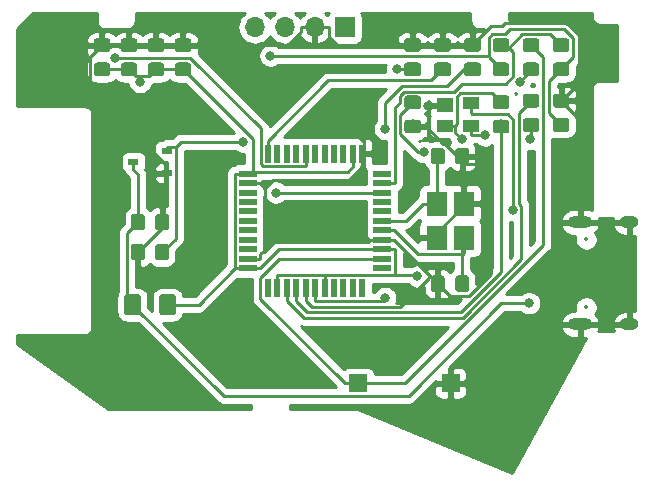
<source format=gbr>
%TF.GenerationSoftware,KiCad,Pcbnew,(5.1.2)-2*%
%TF.CreationDate,2020-04-26T17:29:46+08:00*%
%TF.ProjectId,wing-receiver-lite,77696e67-2d72-4656-9365-697665722d6c,rev?*%
%TF.SameCoordinates,Original*%
%TF.FileFunction,Copper,L1,Top*%
%TF.FilePolarity,Positive*%
%FSLAX46Y46*%
G04 Gerber Fmt 4.6, Leading zero omitted, Abs format (unit mm)*
G04 Created by KiCad (PCBNEW (5.1.2)-2) date 2020-04-26 17:29:46*
%MOMM*%
%LPD*%
G04 APERTURE LIST*
%ADD10C,0.350000*%
%ADD11C,1.150000*%
%ADD12R,1.400000X1.000000*%
%ADD13R,1.400000X1.200000*%
%ADD14R,1.800000X2.100000*%
%ADD15R,1.500000X0.550000*%
%ADD16R,0.550000X1.500000*%
%ADD17O,2.100000X1.000000*%
%ADD18O,1.600000X1.000000*%
%ADD19R,1.500000X1.500000*%
%ADD20C,1.425000*%
%ADD21R,0.900000X0.600000*%
%ADD22R,1.700000X1.700000*%
%ADD23O,1.700000X1.700000*%
%ADD24C,0.800000*%
%ADD25C,0.250000*%
%ADD26C,0.254000*%
%ADD27C,0.350000*%
%ADD28O,1.700000X0.600000*%
%ADD29O,1.200000X0.600000*%
G04 APERTURE END LIST*
D10*
G36*
X119102505Y-90108804D02*
G01*
X119126773Y-90112404D01*
X119150572Y-90118365D01*
X119173671Y-90126630D01*
X119195850Y-90137120D01*
X119216893Y-90149732D01*
X119236599Y-90164347D01*
X119254777Y-90180823D01*
X119271253Y-90199001D01*
X119285868Y-90218707D01*
X119298480Y-90239750D01*
X119308970Y-90261929D01*
X119317235Y-90285028D01*
X119323196Y-90308827D01*
X119326796Y-90333095D01*
X119328000Y-90357599D01*
X119328000Y-91007601D01*
X119326796Y-91032105D01*
X119323196Y-91056373D01*
X119317235Y-91080172D01*
X119308970Y-91103271D01*
X119298480Y-91125450D01*
X119285868Y-91146493D01*
X119271253Y-91166199D01*
X119254777Y-91184377D01*
X119236599Y-91200853D01*
X119216893Y-91215468D01*
X119195850Y-91228080D01*
X119173671Y-91238570D01*
X119150572Y-91246835D01*
X119126773Y-91252796D01*
X119102505Y-91256396D01*
X119078001Y-91257600D01*
X118177999Y-91257600D01*
X118153495Y-91256396D01*
X118129227Y-91252796D01*
X118105428Y-91246835D01*
X118082329Y-91238570D01*
X118060150Y-91228080D01*
X118039107Y-91215468D01*
X118019401Y-91200853D01*
X118001223Y-91184377D01*
X117984747Y-91166199D01*
X117970132Y-91146493D01*
X117957520Y-91125450D01*
X117947030Y-91103271D01*
X117938765Y-91080172D01*
X117932804Y-91056373D01*
X117929204Y-91032105D01*
X117928000Y-91007601D01*
X117928000Y-90357599D01*
X117929204Y-90333095D01*
X117932804Y-90308827D01*
X117938765Y-90285028D01*
X117947030Y-90261929D01*
X117957520Y-90239750D01*
X117970132Y-90218707D01*
X117984747Y-90199001D01*
X118001223Y-90180823D01*
X118019401Y-90164347D01*
X118039107Y-90149732D01*
X118060150Y-90137120D01*
X118082329Y-90126630D01*
X118105428Y-90118365D01*
X118129227Y-90112404D01*
X118153495Y-90108804D01*
X118177999Y-90107600D01*
X119078001Y-90107600D01*
X119102505Y-90108804D01*
X119102505Y-90108804D01*
G37*
D11*
X118628000Y-90682600D03*
D10*
G36*
X119102505Y-92158804D02*
G01*
X119126773Y-92162404D01*
X119150572Y-92168365D01*
X119173671Y-92176630D01*
X119195850Y-92187120D01*
X119216893Y-92199732D01*
X119236599Y-92214347D01*
X119254777Y-92230823D01*
X119271253Y-92249001D01*
X119285868Y-92268707D01*
X119298480Y-92289750D01*
X119308970Y-92311929D01*
X119317235Y-92335028D01*
X119323196Y-92358827D01*
X119326796Y-92383095D01*
X119328000Y-92407599D01*
X119328000Y-93057601D01*
X119326796Y-93082105D01*
X119323196Y-93106373D01*
X119317235Y-93130172D01*
X119308970Y-93153271D01*
X119298480Y-93175450D01*
X119285868Y-93196493D01*
X119271253Y-93216199D01*
X119254777Y-93234377D01*
X119236599Y-93250853D01*
X119216893Y-93265468D01*
X119195850Y-93278080D01*
X119173671Y-93288570D01*
X119150572Y-93296835D01*
X119126773Y-93302796D01*
X119102505Y-93306396D01*
X119078001Y-93307600D01*
X118177999Y-93307600D01*
X118153495Y-93306396D01*
X118129227Y-93302796D01*
X118105428Y-93296835D01*
X118082329Y-93288570D01*
X118060150Y-93278080D01*
X118039107Y-93265468D01*
X118019401Y-93250853D01*
X118001223Y-93234377D01*
X117984747Y-93216199D01*
X117970132Y-93196493D01*
X117957520Y-93175450D01*
X117947030Y-93153271D01*
X117938765Y-93130172D01*
X117932804Y-93106373D01*
X117929204Y-93082105D01*
X117928000Y-93057601D01*
X117928000Y-92407599D01*
X117929204Y-92383095D01*
X117932804Y-92358827D01*
X117938765Y-92335028D01*
X117947030Y-92311929D01*
X117957520Y-92289750D01*
X117970132Y-92268707D01*
X117984747Y-92249001D01*
X118001223Y-92230823D01*
X118019401Y-92214347D01*
X118039107Y-92199732D01*
X118060150Y-92187120D01*
X118082329Y-92176630D01*
X118105428Y-92168365D01*
X118129227Y-92162404D01*
X118153495Y-92158804D01*
X118177999Y-92157600D01*
X119078001Y-92157600D01*
X119102505Y-92158804D01*
X119102505Y-92158804D01*
G37*
D11*
X118628000Y-92732600D03*
D10*
G36*
X124182505Y-89981804D02*
G01*
X124206773Y-89985404D01*
X124230572Y-89991365D01*
X124253671Y-89999630D01*
X124275850Y-90010120D01*
X124296893Y-90022732D01*
X124316599Y-90037347D01*
X124334777Y-90053823D01*
X124351253Y-90072001D01*
X124365868Y-90091707D01*
X124378480Y-90112750D01*
X124388970Y-90134929D01*
X124397235Y-90158028D01*
X124403196Y-90181827D01*
X124406796Y-90206095D01*
X124408000Y-90230599D01*
X124408000Y-90880601D01*
X124406796Y-90905105D01*
X124403196Y-90929373D01*
X124397235Y-90953172D01*
X124388970Y-90976271D01*
X124378480Y-90998450D01*
X124365868Y-91019493D01*
X124351253Y-91039199D01*
X124334777Y-91057377D01*
X124316599Y-91073853D01*
X124296893Y-91088468D01*
X124275850Y-91101080D01*
X124253671Y-91111570D01*
X124230572Y-91119835D01*
X124206773Y-91125796D01*
X124182505Y-91129396D01*
X124158001Y-91130600D01*
X123257999Y-91130600D01*
X123233495Y-91129396D01*
X123209227Y-91125796D01*
X123185428Y-91119835D01*
X123162329Y-91111570D01*
X123140150Y-91101080D01*
X123119107Y-91088468D01*
X123099401Y-91073853D01*
X123081223Y-91057377D01*
X123064747Y-91039199D01*
X123050132Y-91019493D01*
X123037520Y-90998450D01*
X123027030Y-90976271D01*
X123018765Y-90953172D01*
X123012804Y-90929373D01*
X123009204Y-90905105D01*
X123008000Y-90880601D01*
X123008000Y-90230599D01*
X123009204Y-90206095D01*
X123012804Y-90181827D01*
X123018765Y-90158028D01*
X123027030Y-90134929D01*
X123037520Y-90112750D01*
X123050132Y-90091707D01*
X123064747Y-90072001D01*
X123081223Y-90053823D01*
X123099401Y-90037347D01*
X123119107Y-90022732D01*
X123140150Y-90010120D01*
X123162329Y-89999630D01*
X123185428Y-89991365D01*
X123209227Y-89985404D01*
X123233495Y-89981804D01*
X123257999Y-89980600D01*
X124158001Y-89980600D01*
X124182505Y-89981804D01*
X124182505Y-89981804D01*
G37*
D11*
X123708000Y-90555600D03*
D10*
G36*
X124182505Y-92031804D02*
G01*
X124206773Y-92035404D01*
X124230572Y-92041365D01*
X124253671Y-92049630D01*
X124275850Y-92060120D01*
X124296893Y-92072732D01*
X124316599Y-92087347D01*
X124334777Y-92103823D01*
X124351253Y-92122001D01*
X124365868Y-92141707D01*
X124378480Y-92162750D01*
X124388970Y-92184929D01*
X124397235Y-92208028D01*
X124403196Y-92231827D01*
X124406796Y-92256095D01*
X124408000Y-92280599D01*
X124408000Y-92930601D01*
X124406796Y-92955105D01*
X124403196Y-92979373D01*
X124397235Y-93003172D01*
X124388970Y-93026271D01*
X124378480Y-93048450D01*
X124365868Y-93069493D01*
X124351253Y-93089199D01*
X124334777Y-93107377D01*
X124316599Y-93123853D01*
X124296893Y-93138468D01*
X124275850Y-93151080D01*
X124253671Y-93161570D01*
X124230572Y-93169835D01*
X124206773Y-93175796D01*
X124182505Y-93179396D01*
X124158001Y-93180600D01*
X123257999Y-93180600D01*
X123233495Y-93179396D01*
X123209227Y-93175796D01*
X123185428Y-93169835D01*
X123162329Y-93161570D01*
X123140150Y-93151080D01*
X123119107Y-93138468D01*
X123099401Y-93123853D01*
X123081223Y-93107377D01*
X123064747Y-93089199D01*
X123050132Y-93069493D01*
X123037520Y-93048450D01*
X123027030Y-93026271D01*
X123018765Y-93003172D01*
X123012804Y-92979373D01*
X123009204Y-92955105D01*
X123008000Y-92930601D01*
X123008000Y-92280599D01*
X123009204Y-92256095D01*
X123012804Y-92231827D01*
X123018765Y-92208028D01*
X123027030Y-92184929D01*
X123037520Y-92162750D01*
X123050132Y-92141707D01*
X123064747Y-92122001D01*
X123081223Y-92103823D01*
X123099401Y-92087347D01*
X123119107Y-92072732D01*
X123140150Y-92060120D01*
X123162329Y-92049630D01*
X123185428Y-92041365D01*
X123209227Y-92035404D01*
X123233495Y-92031804D01*
X123257999Y-92030600D01*
X124158001Y-92030600D01*
X124182505Y-92031804D01*
X124182505Y-92031804D01*
G37*
D11*
X123708000Y-92605600D03*
D12*
X116045000Y-90757600D03*
X116045000Y-92657600D03*
X113845000Y-92657600D03*
D13*
X113845000Y-90937600D03*
D10*
G36*
X121642505Y-92031804D02*
G01*
X121666773Y-92035404D01*
X121690572Y-92041365D01*
X121713671Y-92049630D01*
X121735850Y-92060120D01*
X121756893Y-92072732D01*
X121776599Y-92087347D01*
X121794777Y-92103823D01*
X121811253Y-92122001D01*
X121825868Y-92141707D01*
X121838480Y-92162750D01*
X121848970Y-92184929D01*
X121857235Y-92208028D01*
X121863196Y-92231827D01*
X121866796Y-92256095D01*
X121868000Y-92280599D01*
X121868000Y-92930601D01*
X121866796Y-92955105D01*
X121863196Y-92979373D01*
X121857235Y-93003172D01*
X121848970Y-93026271D01*
X121838480Y-93048450D01*
X121825868Y-93069493D01*
X121811253Y-93089199D01*
X121794777Y-93107377D01*
X121776599Y-93123853D01*
X121756893Y-93138468D01*
X121735850Y-93151080D01*
X121713671Y-93161570D01*
X121690572Y-93169835D01*
X121666773Y-93175796D01*
X121642505Y-93179396D01*
X121618001Y-93180600D01*
X120717999Y-93180600D01*
X120693495Y-93179396D01*
X120669227Y-93175796D01*
X120645428Y-93169835D01*
X120622329Y-93161570D01*
X120600150Y-93151080D01*
X120579107Y-93138468D01*
X120559401Y-93123853D01*
X120541223Y-93107377D01*
X120524747Y-93089199D01*
X120510132Y-93069493D01*
X120497520Y-93048450D01*
X120487030Y-93026271D01*
X120478765Y-93003172D01*
X120472804Y-92979373D01*
X120469204Y-92955105D01*
X120468000Y-92930601D01*
X120468000Y-92280599D01*
X120469204Y-92256095D01*
X120472804Y-92231827D01*
X120478765Y-92208028D01*
X120487030Y-92184929D01*
X120497520Y-92162750D01*
X120510132Y-92141707D01*
X120524747Y-92122001D01*
X120541223Y-92103823D01*
X120559401Y-92087347D01*
X120579107Y-92072732D01*
X120600150Y-92060120D01*
X120622329Y-92049630D01*
X120645428Y-92041365D01*
X120669227Y-92035404D01*
X120693495Y-92031804D01*
X120717999Y-92030600D01*
X121618001Y-92030600D01*
X121642505Y-92031804D01*
X121642505Y-92031804D01*
G37*
D11*
X121168000Y-92605600D03*
D10*
G36*
X121642505Y-89981804D02*
G01*
X121666773Y-89985404D01*
X121690572Y-89991365D01*
X121713671Y-89999630D01*
X121735850Y-90010120D01*
X121756893Y-90022732D01*
X121776599Y-90037347D01*
X121794777Y-90053823D01*
X121811253Y-90072001D01*
X121825868Y-90091707D01*
X121838480Y-90112750D01*
X121848970Y-90134929D01*
X121857235Y-90158028D01*
X121863196Y-90181827D01*
X121866796Y-90206095D01*
X121868000Y-90230599D01*
X121868000Y-90880601D01*
X121866796Y-90905105D01*
X121863196Y-90929373D01*
X121857235Y-90953172D01*
X121848970Y-90976271D01*
X121838480Y-90998450D01*
X121825868Y-91019493D01*
X121811253Y-91039199D01*
X121794777Y-91057377D01*
X121776599Y-91073853D01*
X121756893Y-91088468D01*
X121735850Y-91101080D01*
X121713671Y-91111570D01*
X121690572Y-91119835D01*
X121666773Y-91125796D01*
X121642505Y-91129396D01*
X121618001Y-91130600D01*
X120717999Y-91130600D01*
X120693495Y-91129396D01*
X120669227Y-91125796D01*
X120645428Y-91119835D01*
X120622329Y-91111570D01*
X120600150Y-91101080D01*
X120579107Y-91088468D01*
X120559401Y-91073853D01*
X120541223Y-91057377D01*
X120524747Y-91039199D01*
X120510132Y-91019493D01*
X120497520Y-90998450D01*
X120487030Y-90976271D01*
X120478765Y-90953172D01*
X120472804Y-90929373D01*
X120469204Y-90905105D01*
X120468000Y-90880601D01*
X120468000Y-90230599D01*
X120469204Y-90206095D01*
X120472804Y-90181827D01*
X120478765Y-90158028D01*
X120487030Y-90134929D01*
X120497520Y-90112750D01*
X120510132Y-90091707D01*
X120524747Y-90072001D01*
X120541223Y-90053823D01*
X120559401Y-90037347D01*
X120579107Y-90022732D01*
X120600150Y-90010120D01*
X120622329Y-89999630D01*
X120645428Y-89991365D01*
X120669227Y-89985404D01*
X120693495Y-89981804D01*
X120717999Y-89980600D01*
X121618001Y-89980600D01*
X121642505Y-89981804D01*
X121642505Y-89981804D01*
G37*
D11*
X121168000Y-90555600D03*
D10*
G36*
X113624505Y-105346204D02*
G01*
X113648773Y-105349804D01*
X113672572Y-105355765D01*
X113695671Y-105364030D01*
X113717850Y-105374520D01*
X113738893Y-105387132D01*
X113758599Y-105401747D01*
X113776777Y-105418223D01*
X113793253Y-105436401D01*
X113807868Y-105456107D01*
X113820480Y-105477150D01*
X113830970Y-105499329D01*
X113839235Y-105522428D01*
X113845196Y-105546227D01*
X113848796Y-105570495D01*
X113850000Y-105594999D01*
X113850000Y-106495001D01*
X113848796Y-106519505D01*
X113845196Y-106543773D01*
X113839235Y-106567572D01*
X113830970Y-106590671D01*
X113820480Y-106612850D01*
X113807868Y-106633893D01*
X113793253Y-106653599D01*
X113776777Y-106671777D01*
X113758599Y-106688253D01*
X113738893Y-106702868D01*
X113717850Y-106715480D01*
X113695671Y-106725970D01*
X113672572Y-106734235D01*
X113648773Y-106740196D01*
X113624505Y-106743796D01*
X113600001Y-106745000D01*
X112949999Y-106745000D01*
X112925495Y-106743796D01*
X112901227Y-106740196D01*
X112877428Y-106734235D01*
X112854329Y-106725970D01*
X112832150Y-106715480D01*
X112811107Y-106702868D01*
X112791401Y-106688253D01*
X112773223Y-106671777D01*
X112756747Y-106653599D01*
X112742132Y-106633893D01*
X112729520Y-106612850D01*
X112719030Y-106590671D01*
X112710765Y-106567572D01*
X112704804Y-106543773D01*
X112701204Y-106519505D01*
X112700000Y-106495001D01*
X112700000Y-105594999D01*
X112701204Y-105570495D01*
X112704804Y-105546227D01*
X112710765Y-105522428D01*
X112719030Y-105499329D01*
X112729520Y-105477150D01*
X112742132Y-105456107D01*
X112756747Y-105436401D01*
X112773223Y-105418223D01*
X112791401Y-105401747D01*
X112811107Y-105387132D01*
X112832150Y-105374520D01*
X112854329Y-105364030D01*
X112877428Y-105355765D01*
X112901227Y-105349804D01*
X112925495Y-105346204D01*
X112949999Y-105345000D01*
X113600001Y-105345000D01*
X113624505Y-105346204D01*
X113624505Y-105346204D01*
G37*
D11*
X113275000Y-106045000D03*
D10*
G36*
X115674505Y-105346204D02*
G01*
X115698773Y-105349804D01*
X115722572Y-105355765D01*
X115745671Y-105364030D01*
X115767850Y-105374520D01*
X115788893Y-105387132D01*
X115808599Y-105401747D01*
X115826777Y-105418223D01*
X115843253Y-105436401D01*
X115857868Y-105456107D01*
X115870480Y-105477150D01*
X115880970Y-105499329D01*
X115889235Y-105522428D01*
X115895196Y-105546227D01*
X115898796Y-105570495D01*
X115900000Y-105594999D01*
X115900000Y-106495001D01*
X115898796Y-106519505D01*
X115895196Y-106543773D01*
X115889235Y-106567572D01*
X115880970Y-106590671D01*
X115870480Y-106612850D01*
X115857868Y-106633893D01*
X115843253Y-106653599D01*
X115826777Y-106671777D01*
X115808599Y-106688253D01*
X115788893Y-106702868D01*
X115767850Y-106715480D01*
X115745671Y-106725970D01*
X115722572Y-106734235D01*
X115698773Y-106740196D01*
X115674505Y-106743796D01*
X115650001Y-106745000D01*
X114999999Y-106745000D01*
X114975495Y-106743796D01*
X114951227Y-106740196D01*
X114927428Y-106734235D01*
X114904329Y-106725970D01*
X114882150Y-106715480D01*
X114861107Y-106702868D01*
X114841401Y-106688253D01*
X114823223Y-106671777D01*
X114806747Y-106653599D01*
X114792132Y-106633893D01*
X114779520Y-106612850D01*
X114769030Y-106590671D01*
X114760765Y-106567572D01*
X114754804Y-106543773D01*
X114751204Y-106519505D01*
X114750000Y-106495001D01*
X114750000Y-105594999D01*
X114751204Y-105570495D01*
X114754804Y-105546227D01*
X114760765Y-105522428D01*
X114769030Y-105499329D01*
X114779520Y-105477150D01*
X114792132Y-105456107D01*
X114806747Y-105436401D01*
X114823223Y-105418223D01*
X114841401Y-105401747D01*
X114861107Y-105387132D01*
X114882150Y-105374520D01*
X114904329Y-105364030D01*
X114927428Y-105355765D01*
X114951227Y-105349804D01*
X114975495Y-105346204D01*
X114999999Y-105345000D01*
X115650001Y-105345000D01*
X115674505Y-105346204D01*
X115674505Y-105346204D01*
G37*
D11*
X115325000Y-106045000D03*
D14*
X115460000Y-99275000D03*
X115460000Y-102175000D03*
X113160000Y-102175000D03*
X113160000Y-99275000D03*
D10*
G36*
X111609505Y-90108804D02*
G01*
X111633773Y-90112404D01*
X111657572Y-90118365D01*
X111680671Y-90126630D01*
X111702850Y-90137120D01*
X111723893Y-90149732D01*
X111743599Y-90164347D01*
X111761777Y-90180823D01*
X111778253Y-90199001D01*
X111792868Y-90218707D01*
X111805480Y-90239750D01*
X111815970Y-90261929D01*
X111824235Y-90285028D01*
X111830196Y-90308827D01*
X111833796Y-90333095D01*
X111835000Y-90357599D01*
X111835000Y-91007601D01*
X111833796Y-91032105D01*
X111830196Y-91056373D01*
X111824235Y-91080172D01*
X111815970Y-91103271D01*
X111805480Y-91125450D01*
X111792868Y-91146493D01*
X111778253Y-91166199D01*
X111761777Y-91184377D01*
X111743599Y-91200853D01*
X111723893Y-91215468D01*
X111702850Y-91228080D01*
X111680671Y-91238570D01*
X111657572Y-91246835D01*
X111633773Y-91252796D01*
X111609505Y-91256396D01*
X111585001Y-91257600D01*
X110684999Y-91257600D01*
X110660495Y-91256396D01*
X110636227Y-91252796D01*
X110612428Y-91246835D01*
X110589329Y-91238570D01*
X110567150Y-91228080D01*
X110546107Y-91215468D01*
X110526401Y-91200853D01*
X110508223Y-91184377D01*
X110491747Y-91166199D01*
X110477132Y-91146493D01*
X110464520Y-91125450D01*
X110454030Y-91103271D01*
X110445765Y-91080172D01*
X110439804Y-91056373D01*
X110436204Y-91032105D01*
X110435000Y-91007601D01*
X110435000Y-90357599D01*
X110436204Y-90333095D01*
X110439804Y-90308827D01*
X110445765Y-90285028D01*
X110454030Y-90261929D01*
X110464520Y-90239750D01*
X110477132Y-90218707D01*
X110491747Y-90199001D01*
X110508223Y-90180823D01*
X110526401Y-90164347D01*
X110546107Y-90149732D01*
X110567150Y-90137120D01*
X110589329Y-90126630D01*
X110612428Y-90118365D01*
X110636227Y-90112404D01*
X110660495Y-90108804D01*
X110684999Y-90107600D01*
X111585001Y-90107600D01*
X111609505Y-90108804D01*
X111609505Y-90108804D01*
G37*
D11*
X111135000Y-90682600D03*
D10*
G36*
X111609505Y-92158804D02*
G01*
X111633773Y-92162404D01*
X111657572Y-92168365D01*
X111680671Y-92176630D01*
X111702850Y-92187120D01*
X111723893Y-92199732D01*
X111743599Y-92214347D01*
X111761777Y-92230823D01*
X111778253Y-92249001D01*
X111792868Y-92268707D01*
X111805480Y-92289750D01*
X111815970Y-92311929D01*
X111824235Y-92335028D01*
X111830196Y-92358827D01*
X111833796Y-92383095D01*
X111835000Y-92407599D01*
X111835000Y-93057601D01*
X111833796Y-93082105D01*
X111830196Y-93106373D01*
X111824235Y-93130172D01*
X111815970Y-93153271D01*
X111805480Y-93175450D01*
X111792868Y-93196493D01*
X111778253Y-93216199D01*
X111761777Y-93234377D01*
X111743599Y-93250853D01*
X111723893Y-93265468D01*
X111702850Y-93278080D01*
X111680671Y-93288570D01*
X111657572Y-93296835D01*
X111633773Y-93302796D01*
X111609505Y-93306396D01*
X111585001Y-93307600D01*
X110684999Y-93307600D01*
X110660495Y-93306396D01*
X110636227Y-93302796D01*
X110612428Y-93296835D01*
X110589329Y-93288570D01*
X110567150Y-93278080D01*
X110546107Y-93265468D01*
X110526401Y-93250853D01*
X110508223Y-93234377D01*
X110491747Y-93216199D01*
X110477132Y-93196493D01*
X110464520Y-93175450D01*
X110454030Y-93153271D01*
X110445765Y-93130172D01*
X110439804Y-93106373D01*
X110436204Y-93082105D01*
X110435000Y-93057601D01*
X110435000Y-92407599D01*
X110436204Y-92383095D01*
X110439804Y-92358827D01*
X110445765Y-92335028D01*
X110454030Y-92311929D01*
X110464520Y-92289750D01*
X110477132Y-92268707D01*
X110491747Y-92249001D01*
X110508223Y-92230823D01*
X110526401Y-92214347D01*
X110546107Y-92199732D01*
X110567150Y-92187120D01*
X110589329Y-92176630D01*
X110612428Y-92168365D01*
X110636227Y-92162404D01*
X110660495Y-92158804D01*
X110684999Y-92157600D01*
X111585001Y-92157600D01*
X111609505Y-92158804D01*
X111609505Y-92158804D01*
G37*
D11*
X111135000Y-92732600D03*
D15*
X97180000Y-104725000D03*
X97180000Y-103925000D03*
X97180000Y-103125000D03*
X97180000Y-102325000D03*
X97180000Y-101525000D03*
X97180000Y-100725000D03*
X97180000Y-99925000D03*
X97180000Y-99125000D03*
X97180000Y-98325000D03*
X97180000Y-97525000D03*
X97180000Y-96725000D03*
D16*
X98880000Y-95025000D03*
X99680000Y-95025000D03*
X100480000Y-95025000D03*
X101280000Y-95025000D03*
X102080000Y-95025000D03*
X102880000Y-95025000D03*
X103680000Y-95025000D03*
X104480000Y-95025000D03*
X105280000Y-95025000D03*
X106080000Y-95025000D03*
X106880000Y-95025000D03*
D15*
X108580000Y-96725000D03*
X108580000Y-97525000D03*
X108580000Y-98325000D03*
X108580000Y-99125000D03*
X108580000Y-99925000D03*
X108580000Y-100725000D03*
X108580000Y-101525000D03*
X108580000Y-102325000D03*
X108580000Y-103125000D03*
X108580000Y-103925000D03*
X108580000Y-104725000D03*
D16*
X106880000Y-106425000D03*
X106080000Y-106425000D03*
X105280000Y-106425000D03*
X104480000Y-106425000D03*
X103680000Y-106425000D03*
X102880000Y-106425000D03*
X102080000Y-106425000D03*
X101280000Y-106425000D03*
X100480000Y-106425000D03*
X99680000Y-106425000D03*
X98880000Y-106425000D03*
D17*
X125310000Y-100850000D03*
X125310000Y-109490000D03*
D18*
X129490000Y-100850000D03*
X129490000Y-109490000D03*
D10*
G36*
X115674505Y-94551204D02*
G01*
X115698773Y-94554804D01*
X115722572Y-94560765D01*
X115745671Y-94569030D01*
X115767850Y-94579520D01*
X115788893Y-94592132D01*
X115808599Y-94606747D01*
X115826777Y-94623223D01*
X115843253Y-94641401D01*
X115857868Y-94661107D01*
X115870480Y-94682150D01*
X115880970Y-94704329D01*
X115889235Y-94727428D01*
X115895196Y-94751227D01*
X115898796Y-94775495D01*
X115900000Y-94799999D01*
X115900000Y-95700001D01*
X115898796Y-95724505D01*
X115895196Y-95748773D01*
X115889235Y-95772572D01*
X115880970Y-95795671D01*
X115870480Y-95817850D01*
X115857868Y-95838893D01*
X115843253Y-95858599D01*
X115826777Y-95876777D01*
X115808599Y-95893253D01*
X115788893Y-95907868D01*
X115767850Y-95920480D01*
X115745671Y-95930970D01*
X115722572Y-95939235D01*
X115698773Y-95945196D01*
X115674505Y-95948796D01*
X115650001Y-95950000D01*
X114999999Y-95950000D01*
X114975495Y-95948796D01*
X114951227Y-95945196D01*
X114927428Y-95939235D01*
X114904329Y-95930970D01*
X114882150Y-95920480D01*
X114861107Y-95907868D01*
X114841401Y-95893253D01*
X114823223Y-95876777D01*
X114806747Y-95858599D01*
X114792132Y-95838893D01*
X114779520Y-95817850D01*
X114769030Y-95795671D01*
X114760765Y-95772572D01*
X114754804Y-95748773D01*
X114751204Y-95724505D01*
X114750000Y-95700001D01*
X114750000Y-94799999D01*
X114751204Y-94775495D01*
X114754804Y-94751227D01*
X114760765Y-94727428D01*
X114769030Y-94704329D01*
X114779520Y-94682150D01*
X114792132Y-94661107D01*
X114806747Y-94641401D01*
X114823223Y-94623223D01*
X114841401Y-94606747D01*
X114861107Y-94592132D01*
X114882150Y-94579520D01*
X114904329Y-94569030D01*
X114927428Y-94560765D01*
X114951227Y-94554804D01*
X114975495Y-94551204D01*
X114999999Y-94550000D01*
X115650001Y-94550000D01*
X115674505Y-94551204D01*
X115674505Y-94551204D01*
G37*
D11*
X115325000Y-95250000D03*
D10*
G36*
X113624505Y-94551204D02*
G01*
X113648773Y-94554804D01*
X113672572Y-94560765D01*
X113695671Y-94569030D01*
X113717850Y-94579520D01*
X113738893Y-94592132D01*
X113758599Y-94606747D01*
X113776777Y-94623223D01*
X113793253Y-94641401D01*
X113807868Y-94661107D01*
X113820480Y-94682150D01*
X113830970Y-94704329D01*
X113839235Y-94727428D01*
X113845196Y-94751227D01*
X113848796Y-94775495D01*
X113850000Y-94799999D01*
X113850000Y-95700001D01*
X113848796Y-95724505D01*
X113845196Y-95748773D01*
X113839235Y-95772572D01*
X113830970Y-95795671D01*
X113820480Y-95817850D01*
X113807868Y-95838893D01*
X113793253Y-95858599D01*
X113776777Y-95876777D01*
X113758599Y-95893253D01*
X113738893Y-95907868D01*
X113717850Y-95920480D01*
X113695671Y-95930970D01*
X113672572Y-95939235D01*
X113648773Y-95945196D01*
X113624505Y-95948796D01*
X113600001Y-95950000D01*
X112949999Y-95950000D01*
X112925495Y-95948796D01*
X112901227Y-95945196D01*
X112877428Y-95939235D01*
X112854329Y-95930970D01*
X112832150Y-95920480D01*
X112811107Y-95907868D01*
X112791401Y-95893253D01*
X112773223Y-95876777D01*
X112756747Y-95858599D01*
X112742132Y-95838893D01*
X112729520Y-95817850D01*
X112719030Y-95795671D01*
X112710765Y-95772572D01*
X112704804Y-95748773D01*
X112701204Y-95724505D01*
X112700000Y-95700001D01*
X112700000Y-94799999D01*
X112701204Y-94775495D01*
X112704804Y-94751227D01*
X112710765Y-94727428D01*
X112719030Y-94704329D01*
X112729520Y-94682150D01*
X112742132Y-94661107D01*
X112756747Y-94641401D01*
X112773223Y-94623223D01*
X112791401Y-94606747D01*
X112811107Y-94592132D01*
X112832150Y-94579520D01*
X112854329Y-94569030D01*
X112877428Y-94560765D01*
X112901227Y-94554804D01*
X112925495Y-94551204D01*
X112949999Y-94550000D01*
X113600001Y-94550000D01*
X113624505Y-94551204D01*
X113624505Y-94551204D01*
G37*
D11*
X113275000Y-95250000D03*
D19*
X114349000Y-114473000D03*
X106549000Y-114473000D03*
D10*
G36*
X116679505Y-87319204D02*
G01*
X116703773Y-87322804D01*
X116727572Y-87328765D01*
X116750671Y-87337030D01*
X116772850Y-87347520D01*
X116793893Y-87360132D01*
X116813599Y-87374747D01*
X116831777Y-87391223D01*
X116848253Y-87409401D01*
X116862868Y-87429107D01*
X116875480Y-87450150D01*
X116885970Y-87472329D01*
X116894235Y-87495428D01*
X116900196Y-87519227D01*
X116903796Y-87543495D01*
X116905000Y-87567999D01*
X116905000Y-88218001D01*
X116903796Y-88242505D01*
X116900196Y-88266773D01*
X116894235Y-88290572D01*
X116885970Y-88313671D01*
X116875480Y-88335850D01*
X116862868Y-88356893D01*
X116848253Y-88376599D01*
X116831777Y-88394777D01*
X116813599Y-88411253D01*
X116793893Y-88425868D01*
X116772850Y-88438480D01*
X116750671Y-88448970D01*
X116727572Y-88457235D01*
X116703773Y-88463196D01*
X116679505Y-88466796D01*
X116655001Y-88468000D01*
X115754999Y-88468000D01*
X115730495Y-88466796D01*
X115706227Y-88463196D01*
X115682428Y-88457235D01*
X115659329Y-88448970D01*
X115637150Y-88438480D01*
X115616107Y-88425868D01*
X115596401Y-88411253D01*
X115578223Y-88394777D01*
X115561747Y-88376599D01*
X115547132Y-88356893D01*
X115534520Y-88335850D01*
X115524030Y-88313671D01*
X115515765Y-88290572D01*
X115509804Y-88266773D01*
X115506204Y-88242505D01*
X115505000Y-88218001D01*
X115505000Y-87567999D01*
X115506204Y-87543495D01*
X115509804Y-87519227D01*
X115515765Y-87495428D01*
X115524030Y-87472329D01*
X115534520Y-87450150D01*
X115547132Y-87429107D01*
X115561747Y-87409401D01*
X115578223Y-87391223D01*
X115596401Y-87374747D01*
X115616107Y-87360132D01*
X115637150Y-87347520D01*
X115659329Y-87337030D01*
X115682428Y-87328765D01*
X115706227Y-87322804D01*
X115730495Y-87319204D01*
X115754999Y-87318000D01*
X116655001Y-87318000D01*
X116679505Y-87319204D01*
X116679505Y-87319204D01*
G37*
D11*
X116205000Y-87893000D03*
D10*
G36*
X116679505Y-85269204D02*
G01*
X116703773Y-85272804D01*
X116727572Y-85278765D01*
X116750671Y-85287030D01*
X116772850Y-85297520D01*
X116793893Y-85310132D01*
X116813599Y-85324747D01*
X116831777Y-85341223D01*
X116848253Y-85359401D01*
X116862868Y-85379107D01*
X116875480Y-85400150D01*
X116885970Y-85422329D01*
X116894235Y-85445428D01*
X116900196Y-85469227D01*
X116903796Y-85493495D01*
X116905000Y-85517999D01*
X116905000Y-86168001D01*
X116903796Y-86192505D01*
X116900196Y-86216773D01*
X116894235Y-86240572D01*
X116885970Y-86263671D01*
X116875480Y-86285850D01*
X116862868Y-86306893D01*
X116848253Y-86326599D01*
X116831777Y-86344777D01*
X116813599Y-86361253D01*
X116793893Y-86375868D01*
X116772850Y-86388480D01*
X116750671Y-86398970D01*
X116727572Y-86407235D01*
X116703773Y-86413196D01*
X116679505Y-86416796D01*
X116655001Y-86418000D01*
X115754999Y-86418000D01*
X115730495Y-86416796D01*
X115706227Y-86413196D01*
X115682428Y-86407235D01*
X115659329Y-86398970D01*
X115637150Y-86388480D01*
X115616107Y-86375868D01*
X115596401Y-86361253D01*
X115578223Y-86344777D01*
X115561747Y-86326599D01*
X115547132Y-86306893D01*
X115534520Y-86285850D01*
X115524030Y-86263671D01*
X115515765Y-86240572D01*
X115509804Y-86216773D01*
X115506204Y-86192505D01*
X115505000Y-86168001D01*
X115505000Y-85517999D01*
X115506204Y-85493495D01*
X115509804Y-85469227D01*
X115515765Y-85445428D01*
X115524030Y-85422329D01*
X115534520Y-85400150D01*
X115547132Y-85379107D01*
X115561747Y-85359401D01*
X115578223Y-85341223D01*
X115596401Y-85324747D01*
X115616107Y-85310132D01*
X115637150Y-85297520D01*
X115659329Y-85287030D01*
X115682428Y-85278765D01*
X115706227Y-85272804D01*
X115730495Y-85269204D01*
X115754999Y-85268000D01*
X116655001Y-85268000D01*
X116679505Y-85269204D01*
X116679505Y-85269204D01*
G37*
D11*
X116205000Y-85843000D03*
D10*
G36*
X89882505Y-87319204D02*
G01*
X89906773Y-87322804D01*
X89930572Y-87328765D01*
X89953671Y-87337030D01*
X89975850Y-87347520D01*
X89996893Y-87360132D01*
X90016599Y-87374747D01*
X90034777Y-87391223D01*
X90051253Y-87409401D01*
X90065868Y-87429107D01*
X90078480Y-87450150D01*
X90088970Y-87472329D01*
X90097235Y-87495428D01*
X90103196Y-87519227D01*
X90106796Y-87543495D01*
X90108000Y-87567999D01*
X90108000Y-88218001D01*
X90106796Y-88242505D01*
X90103196Y-88266773D01*
X90097235Y-88290572D01*
X90088970Y-88313671D01*
X90078480Y-88335850D01*
X90065868Y-88356893D01*
X90051253Y-88376599D01*
X90034777Y-88394777D01*
X90016599Y-88411253D01*
X89996893Y-88425868D01*
X89975850Y-88438480D01*
X89953671Y-88448970D01*
X89930572Y-88457235D01*
X89906773Y-88463196D01*
X89882505Y-88466796D01*
X89858001Y-88468000D01*
X88957999Y-88468000D01*
X88933495Y-88466796D01*
X88909227Y-88463196D01*
X88885428Y-88457235D01*
X88862329Y-88448970D01*
X88840150Y-88438480D01*
X88819107Y-88425868D01*
X88799401Y-88411253D01*
X88781223Y-88394777D01*
X88764747Y-88376599D01*
X88750132Y-88356893D01*
X88737520Y-88335850D01*
X88727030Y-88313671D01*
X88718765Y-88290572D01*
X88712804Y-88266773D01*
X88709204Y-88242505D01*
X88708000Y-88218001D01*
X88708000Y-87567999D01*
X88709204Y-87543495D01*
X88712804Y-87519227D01*
X88718765Y-87495428D01*
X88727030Y-87472329D01*
X88737520Y-87450150D01*
X88750132Y-87429107D01*
X88764747Y-87409401D01*
X88781223Y-87391223D01*
X88799401Y-87374747D01*
X88819107Y-87360132D01*
X88840150Y-87347520D01*
X88862329Y-87337030D01*
X88885428Y-87328765D01*
X88909227Y-87322804D01*
X88933495Y-87319204D01*
X88957999Y-87318000D01*
X89858001Y-87318000D01*
X89882505Y-87319204D01*
X89882505Y-87319204D01*
G37*
D11*
X89408000Y-87893000D03*
D10*
G36*
X89882505Y-85269204D02*
G01*
X89906773Y-85272804D01*
X89930572Y-85278765D01*
X89953671Y-85287030D01*
X89975850Y-85297520D01*
X89996893Y-85310132D01*
X90016599Y-85324747D01*
X90034777Y-85341223D01*
X90051253Y-85359401D01*
X90065868Y-85379107D01*
X90078480Y-85400150D01*
X90088970Y-85422329D01*
X90097235Y-85445428D01*
X90103196Y-85469227D01*
X90106796Y-85493495D01*
X90108000Y-85517999D01*
X90108000Y-86168001D01*
X90106796Y-86192505D01*
X90103196Y-86216773D01*
X90097235Y-86240572D01*
X90088970Y-86263671D01*
X90078480Y-86285850D01*
X90065868Y-86306893D01*
X90051253Y-86326599D01*
X90034777Y-86344777D01*
X90016599Y-86361253D01*
X89996893Y-86375868D01*
X89975850Y-86388480D01*
X89953671Y-86398970D01*
X89930572Y-86407235D01*
X89906773Y-86413196D01*
X89882505Y-86416796D01*
X89858001Y-86418000D01*
X88957999Y-86418000D01*
X88933495Y-86416796D01*
X88909227Y-86413196D01*
X88885428Y-86407235D01*
X88862329Y-86398970D01*
X88840150Y-86388480D01*
X88819107Y-86375868D01*
X88799401Y-86361253D01*
X88781223Y-86344777D01*
X88764747Y-86326599D01*
X88750132Y-86306893D01*
X88737520Y-86285850D01*
X88727030Y-86263671D01*
X88718765Y-86240572D01*
X88712804Y-86216773D01*
X88709204Y-86192505D01*
X88708000Y-86168001D01*
X88708000Y-85517999D01*
X88709204Y-85493495D01*
X88712804Y-85469227D01*
X88718765Y-85445428D01*
X88727030Y-85422329D01*
X88737520Y-85400150D01*
X88750132Y-85379107D01*
X88764747Y-85359401D01*
X88781223Y-85341223D01*
X88799401Y-85324747D01*
X88819107Y-85310132D01*
X88840150Y-85297520D01*
X88862329Y-85287030D01*
X88885428Y-85278765D01*
X88909227Y-85272804D01*
X88933495Y-85269204D01*
X88957999Y-85268000D01*
X89858001Y-85268000D01*
X89882505Y-85269204D01*
X89882505Y-85269204D01*
G37*
D11*
X89408000Y-85843000D03*
D10*
G36*
X85310505Y-87319204D02*
G01*
X85334773Y-87322804D01*
X85358572Y-87328765D01*
X85381671Y-87337030D01*
X85403850Y-87347520D01*
X85424893Y-87360132D01*
X85444599Y-87374747D01*
X85462777Y-87391223D01*
X85479253Y-87409401D01*
X85493868Y-87429107D01*
X85506480Y-87450150D01*
X85516970Y-87472329D01*
X85525235Y-87495428D01*
X85531196Y-87519227D01*
X85534796Y-87543495D01*
X85536000Y-87567999D01*
X85536000Y-88218001D01*
X85534796Y-88242505D01*
X85531196Y-88266773D01*
X85525235Y-88290572D01*
X85516970Y-88313671D01*
X85506480Y-88335850D01*
X85493868Y-88356893D01*
X85479253Y-88376599D01*
X85462777Y-88394777D01*
X85444599Y-88411253D01*
X85424893Y-88425868D01*
X85403850Y-88438480D01*
X85381671Y-88448970D01*
X85358572Y-88457235D01*
X85334773Y-88463196D01*
X85310505Y-88466796D01*
X85286001Y-88468000D01*
X84385999Y-88468000D01*
X84361495Y-88466796D01*
X84337227Y-88463196D01*
X84313428Y-88457235D01*
X84290329Y-88448970D01*
X84268150Y-88438480D01*
X84247107Y-88425868D01*
X84227401Y-88411253D01*
X84209223Y-88394777D01*
X84192747Y-88376599D01*
X84178132Y-88356893D01*
X84165520Y-88335850D01*
X84155030Y-88313671D01*
X84146765Y-88290572D01*
X84140804Y-88266773D01*
X84137204Y-88242505D01*
X84136000Y-88218001D01*
X84136000Y-87567999D01*
X84137204Y-87543495D01*
X84140804Y-87519227D01*
X84146765Y-87495428D01*
X84155030Y-87472329D01*
X84165520Y-87450150D01*
X84178132Y-87429107D01*
X84192747Y-87409401D01*
X84209223Y-87391223D01*
X84227401Y-87374747D01*
X84247107Y-87360132D01*
X84268150Y-87347520D01*
X84290329Y-87337030D01*
X84313428Y-87328765D01*
X84337227Y-87322804D01*
X84361495Y-87319204D01*
X84385999Y-87318000D01*
X85286001Y-87318000D01*
X85310505Y-87319204D01*
X85310505Y-87319204D01*
G37*
D11*
X84836000Y-87893000D03*
D10*
G36*
X85310505Y-85269204D02*
G01*
X85334773Y-85272804D01*
X85358572Y-85278765D01*
X85381671Y-85287030D01*
X85403850Y-85297520D01*
X85424893Y-85310132D01*
X85444599Y-85324747D01*
X85462777Y-85341223D01*
X85479253Y-85359401D01*
X85493868Y-85379107D01*
X85506480Y-85400150D01*
X85516970Y-85422329D01*
X85525235Y-85445428D01*
X85531196Y-85469227D01*
X85534796Y-85493495D01*
X85536000Y-85517999D01*
X85536000Y-86168001D01*
X85534796Y-86192505D01*
X85531196Y-86216773D01*
X85525235Y-86240572D01*
X85516970Y-86263671D01*
X85506480Y-86285850D01*
X85493868Y-86306893D01*
X85479253Y-86326599D01*
X85462777Y-86344777D01*
X85444599Y-86361253D01*
X85424893Y-86375868D01*
X85403850Y-86388480D01*
X85381671Y-86398970D01*
X85358572Y-86407235D01*
X85334773Y-86413196D01*
X85310505Y-86416796D01*
X85286001Y-86418000D01*
X84385999Y-86418000D01*
X84361495Y-86416796D01*
X84337227Y-86413196D01*
X84313428Y-86407235D01*
X84290329Y-86398970D01*
X84268150Y-86388480D01*
X84247107Y-86375868D01*
X84227401Y-86361253D01*
X84209223Y-86344777D01*
X84192747Y-86326599D01*
X84178132Y-86306893D01*
X84165520Y-86285850D01*
X84155030Y-86263671D01*
X84146765Y-86240572D01*
X84140804Y-86216773D01*
X84137204Y-86192505D01*
X84136000Y-86168001D01*
X84136000Y-85517999D01*
X84137204Y-85493495D01*
X84140804Y-85469227D01*
X84146765Y-85445428D01*
X84155030Y-85422329D01*
X84165520Y-85400150D01*
X84178132Y-85379107D01*
X84192747Y-85359401D01*
X84209223Y-85341223D01*
X84227401Y-85324747D01*
X84247107Y-85310132D01*
X84268150Y-85297520D01*
X84290329Y-85287030D01*
X84313428Y-85278765D01*
X84337227Y-85272804D01*
X84361495Y-85269204D01*
X84385999Y-85268000D01*
X85286001Y-85268000D01*
X85310505Y-85269204D01*
X85310505Y-85269204D01*
G37*
D11*
X84836000Y-85843000D03*
D10*
G36*
X90274505Y-100139204D02*
G01*
X90298773Y-100142804D01*
X90322572Y-100148765D01*
X90345671Y-100157030D01*
X90367850Y-100167520D01*
X90388893Y-100180132D01*
X90408599Y-100194747D01*
X90426777Y-100211223D01*
X90443253Y-100229401D01*
X90457868Y-100249107D01*
X90470480Y-100270150D01*
X90480970Y-100292329D01*
X90489235Y-100315428D01*
X90495196Y-100339227D01*
X90498796Y-100363495D01*
X90500000Y-100387999D01*
X90500000Y-101288001D01*
X90498796Y-101312505D01*
X90495196Y-101336773D01*
X90489235Y-101360572D01*
X90480970Y-101383671D01*
X90470480Y-101405850D01*
X90457868Y-101426893D01*
X90443253Y-101446599D01*
X90426777Y-101464777D01*
X90408599Y-101481253D01*
X90388893Y-101495868D01*
X90367850Y-101508480D01*
X90345671Y-101518970D01*
X90322572Y-101527235D01*
X90298773Y-101533196D01*
X90274505Y-101536796D01*
X90250001Y-101538000D01*
X89599999Y-101538000D01*
X89575495Y-101536796D01*
X89551227Y-101533196D01*
X89527428Y-101527235D01*
X89504329Y-101518970D01*
X89482150Y-101508480D01*
X89461107Y-101495868D01*
X89441401Y-101481253D01*
X89423223Y-101464777D01*
X89406747Y-101446599D01*
X89392132Y-101426893D01*
X89379520Y-101405850D01*
X89369030Y-101383671D01*
X89360765Y-101360572D01*
X89354804Y-101336773D01*
X89351204Y-101312505D01*
X89350000Y-101288001D01*
X89350000Y-100387999D01*
X89351204Y-100363495D01*
X89354804Y-100339227D01*
X89360765Y-100315428D01*
X89369030Y-100292329D01*
X89379520Y-100270150D01*
X89392132Y-100249107D01*
X89406747Y-100229401D01*
X89423223Y-100211223D01*
X89441401Y-100194747D01*
X89461107Y-100180132D01*
X89482150Y-100167520D01*
X89504329Y-100157030D01*
X89527428Y-100148765D01*
X89551227Y-100142804D01*
X89575495Y-100139204D01*
X89599999Y-100138000D01*
X90250001Y-100138000D01*
X90274505Y-100139204D01*
X90274505Y-100139204D01*
G37*
D11*
X89925000Y-100838000D03*
D10*
G36*
X88224505Y-100139204D02*
G01*
X88248773Y-100142804D01*
X88272572Y-100148765D01*
X88295671Y-100157030D01*
X88317850Y-100167520D01*
X88338893Y-100180132D01*
X88358599Y-100194747D01*
X88376777Y-100211223D01*
X88393253Y-100229401D01*
X88407868Y-100249107D01*
X88420480Y-100270150D01*
X88430970Y-100292329D01*
X88439235Y-100315428D01*
X88445196Y-100339227D01*
X88448796Y-100363495D01*
X88450000Y-100387999D01*
X88450000Y-101288001D01*
X88448796Y-101312505D01*
X88445196Y-101336773D01*
X88439235Y-101360572D01*
X88430970Y-101383671D01*
X88420480Y-101405850D01*
X88407868Y-101426893D01*
X88393253Y-101446599D01*
X88376777Y-101464777D01*
X88358599Y-101481253D01*
X88338893Y-101495868D01*
X88317850Y-101508480D01*
X88295671Y-101518970D01*
X88272572Y-101527235D01*
X88248773Y-101533196D01*
X88224505Y-101536796D01*
X88200001Y-101538000D01*
X87549999Y-101538000D01*
X87525495Y-101536796D01*
X87501227Y-101533196D01*
X87477428Y-101527235D01*
X87454329Y-101518970D01*
X87432150Y-101508480D01*
X87411107Y-101495868D01*
X87391401Y-101481253D01*
X87373223Y-101464777D01*
X87356747Y-101446599D01*
X87342132Y-101426893D01*
X87329520Y-101405850D01*
X87319030Y-101383671D01*
X87310765Y-101360572D01*
X87304804Y-101336773D01*
X87301204Y-101312505D01*
X87300000Y-101288001D01*
X87300000Y-100387999D01*
X87301204Y-100363495D01*
X87304804Y-100339227D01*
X87310765Y-100315428D01*
X87319030Y-100292329D01*
X87329520Y-100270150D01*
X87342132Y-100249107D01*
X87356747Y-100229401D01*
X87373223Y-100211223D01*
X87391401Y-100194747D01*
X87411107Y-100180132D01*
X87432150Y-100167520D01*
X87454329Y-100157030D01*
X87477428Y-100148765D01*
X87501227Y-100142804D01*
X87525495Y-100139204D01*
X87549999Y-100138000D01*
X88200001Y-100138000D01*
X88224505Y-100139204D01*
X88224505Y-100139204D01*
G37*
D11*
X87875000Y-100838000D03*
D10*
G36*
X90274505Y-102679204D02*
G01*
X90298773Y-102682804D01*
X90322572Y-102688765D01*
X90345671Y-102697030D01*
X90367850Y-102707520D01*
X90388893Y-102720132D01*
X90408599Y-102734747D01*
X90426777Y-102751223D01*
X90443253Y-102769401D01*
X90457868Y-102789107D01*
X90470480Y-102810150D01*
X90480970Y-102832329D01*
X90489235Y-102855428D01*
X90495196Y-102879227D01*
X90498796Y-102903495D01*
X90500000Y-102927999D01*
X90500000Y-103828001D01*
X90498796Y-103852505D01*
X90495196Y-103876773D01*
X90489235Y-103900572D01*
X90480970Y-103923671D01*
X90470480Y-103945850D01*
X90457868Y-103966893D01*
X90443253Y-103986599D01*
X90426777Y-104004777D01*
X90408599Y-104021253D01*
X90388893Y-104035868D01*
X90367850Y-104048480D01*
X90345671Y-104058970D01*
X90322572Y-104067235D01*
X90298773Y-104073196D01*
X90274505Y-104076796D01*
X90250001Y-104078000D01*
X89599999Y-104078000D01*
X89575495Y-104076796D01*
X89551227Y-104073196D01*
X89527428Y-104067235D01*
X89504329Y-104058970D01*
X89482150Y-104048480D01*
X89461107Y-104035868D01*
X89441401Y-104021253D01*
X89423223Y-104004777D01*
X89406747Y-103986599D01*
X89392132Y-103966893D01*
X89379520Y-103945850D01*
X89369030Y-103923671D01*
X89360765Y-103900572D01*
X89354804Y-103876773D01*
X89351204Y-103852505D01*
X89350000Y-103828001D01*
X89350000Y-102927999D01*
X89351204Y-102903495D01*
X89354804Y-102879227D01*
X89360765Y-102855428D01*
X89369030Y-102832329D01*
X89379520Y-102810150D01*
X89392132Y-102789107D01*
X89406747Y-102769401D01*
X89423223Y-102751223D01*
X89441401Y-102734747D01*
X89461107Y-102720132D01*
X89482150Y-102707520D01*
X89504329Y-102697030D01*
X89527428Y-102688765D01*
X89551227Y-102682804D01*
X89575495Y-102679204D01*
X89599999Y-102678000D01*
X90250001Y-102678000D01*
X90274505Y-102679204D01*
X90274505Y-102679204D01*
G37*
D11*
X89925000Y-103378000D03*
D10*
G36*
X88224505Y-102679204D02*
G01*
X88248773Y-102682804D01*
X88272572Y-102688765D01*
X88295671Y-102697030D01*
X88317850Y-102707520D01*
X88338893Y-102720132D01*
X88358599Y-102734747D01*
X88376777Y-102751223D01*
X88393253Y-102769401D01*
X88407868Y-102789107D01*
X88420480Y-102810150D01*
X88430970Y-102832329D01*
X88439235Y-102855428D01*
X88445196Y-102879227D01*
X88448796Y-102903495D01*
X88450000Y-102927999D01*
X88450000Y-103828001D01*
X88448796Y-103852505D01*
X88445196Y-103876773D01*
X88439235Y-103900572D01*
X88430970Y-103923671D01*
X88420480Y-103945850D01*
X88407868Y-103966893D01*
X88393253Y-103986599D01*
X88376777Y-104004777D01*
X88358599Y-104021253D01*
X88338893Y-104035868D01*
X88317850Y-104048480D01*
X88295671Y-104058970D01*
X88272572Y-104067235D01*
X88248773Y-104073196D01*
X88224505Y-104076796D01*
X88200001Y-104078000D01*
X87549999Y-104078000D01*
X87525495Y-104076796D01*
X87501227Y-104073196D01*
X87477428Y-104067235D01*
X87454329Y-104058970D01*
X87432150Y-104048480D01*
X87411107Y-104035868D01*
X87391401Y-104021253D01*
X87373223Y-104004777D01*
X87356747Y-103986599D01*
X87342132Y-103966893D01*
X87329520Y-103945850D01*
X87319030Y-103923671D01*
X87310765Y-103900572D01*
X87304804Y-103876773D01*
X87301204Y-103852505D01*
X87300000Y-103828001D01*
X87300000Y-102927999D01*
X87301204Y-102903495D01*
X87304804Y-102879227D01*
X87310765Y-102855428D01*
X87319030Y-102832329D01*
X87329520Y-102810150D01*
X87342132Y-102789107D01*
X87356747Y-102769401D01*
X87373223Y-102751223D01*
X87391401Y-102734747D01*
X87411107Y-102720132D01*
X87432150Y-102707520D01*
X87454329Y-102697030D01*
X87477428Y-102688765D01*
X87501227Y-102682804D01*
X87525495Y-102679204D01*
X87549999Y-102678000D01*
X88200001Y-102678000D01*
X88224505Y-102679204D01*
X88224505Y-102679204D01*
G37*
D11*
X87875000Y-103378000D03*
D10*
G36*
X90874504Y-106949204D02*
G01*
X90898773Y-106952804D01*
X90922571Y-106958765D01*
X90945671Y-106967030D01*
X90967849Y-106977520D01*
X90988893Y-106990133D01*
X91008598Y-107004747D01*
X91026777Y-107021223D01*
X91043253Y-107039402D01*
X91057867Y-107059107D01*
X91070480Y-107080151D01*
X91080970Y-107102329D01*
X91089235Y-107125429D01*
X91095196Y-107149227D01*
X91098796Y-107173496D01*
X91100000Y-107198000D01*
X91100000Y-108448000D01*
X91098796Y-108472504D01*
X91095196Y-108496773D01*
X91089235Y-108520571D01*
X91080970Y-108543671D01*
X91070480Y-108565849D01*
X91057867Y-108586893D01*
X91043253Y-108606598D01*
X91026777Y-108624777D01*
X91008598Y-108641253D01*
X90988893Y-108655867D01*
X90967849Y-108668480D01*
X90945671Y-108678970D01*
X90922571Y-108687235D01*
X90898773Y-108693196D01*
X90874504Y-108696796D01*
X90850000Y-108698000D01*
X89925000Y-108698000D01*
X89900496Y-108696796D01*
X89876227Y-108693196D01*
X89852429Y-108687235D01*
X89829329Y-108678970D01*
X89807151Y-108668480D01*
X89786107Y-108655867D01*
X89766402Y-108641253D01*
X89748223Y-108624777D01*
X89731747Y-108606598D01*
X89717133Y-108586893D01*
X89704520Y-108565849D01*
X89694030Y-108543671D01*
X89685765Y-108520571D01*
X89679804Y-108496773D01*
X89676204Y-108472504D01*
X89675000Y-108448000D01*
X89675000Y-107198000D01*
X89676204Y-107173496D01*
X89679804Y-107149227D01*
X89685765Y-107125429D01*
X89694030Y-107102329D01*
X89704520Y-107080151D01*
X89717133Y-107059107D01*
X89731747Y-107039402D01*
X89748223Y-107021223D01*
X89766402Y-107004747D01*
X89786107Y-106990133D01*
X89807151Y-106977520D01*
X89829329Y-106967030D01*
X89852429Y-106958765D01*
X89876227Y-106952804D01*
X89900496Y-106949204D01*
X89925000Y-106948000D01*
X90850000Y-106948000D01*
X90874504Y-106949204D01*
X90874504Y-106949204D01*
G37*
D20*
X90387500Y-107823000D03*
D10*
G36*
X87899504Y-106949204D02*
G01*
X87923773Y-106952804D01*
X87947571Y-106958765D01*
X87970671Y-106967030D01*
X87992849Y-106977520D01*
X88013893Y-106990133D01*
X88033598Y-107004747D01*
X88051777Y-107021223D01*
X88068253Y-107039402D01*
X88082867Y-107059107D01*
X88095480Y-107080151D01*
X88105970Y-107102329D01*
X88114235Y-107125429D01*
X88120196Y-107149227D01*
X88123796Y-107173496D01*
X88125000Y-107198000D01*
X88125000Y-108448000D01*
X88123796Y-108472504D01*
X88120196Y-108496773D01*
X88114235Y-108520571D01*
X88105970Y-108543671D01*
X88095480Y-108565849D01*
X88082867Y-108586893D01*
X88068253Y-108606598D01*
X88051777Y-108624777D01*
X88033598Y-108641253D01*
X88013893Y-108655867D01*
X87992849Y-108668480D01*
X87970671Y-108678970D01*
X87947571Y-108687235D01*
X87923773Y-108693196D01*
X87899504Y-108696796D01*
X87875000Y-108698000D01*
X86950000Y-108698000D01*
X86925496Y-108696796D01*
X86901227Y-108693196D01*
X86877429Y-108687235D01*
X86854329Y-108678970D01*
X86832151Y-108668480D01*
X86811107Y-108655867D01*
X86791402Y-108641253D01*
X86773223Y-108624777D01*
X86756747Y-108606598D01*
X86742133Y-108586893D01*
X86729520Y-108565849D01*
X86719030Y-108543671D01*
X86710765Y-108520571D01*
X86704804Y-108496773D01*
X86701204Y-108472504D01*
X86700000Y-108448000D01*
X86700000Y-107198000D01*
X86701204Y-107173496D01*
X86704804Y-107149227D01*
X86710765Y-107125429D01*
X86719030Y-107102329D01*
X86729520Y-107080151D01*
X86742133Y-107059107D01*
X86756747Y-107039402D01*
X86773223Y-107021223D01*
X86791402Y-107004747D01*
X86811107Y-106990133D01*
X86832151Y-106977520D01*
X86854329Y-106967030D01*
X86877429Y-106958765D01*
X86901227Y-106952804D01*
X86925496Y-106949204D01*
X86950000Y-106948000D01*
X87875000Y-106948000D01*
X87899504Y-106949204D01*
X87899504Y-106949204D01*
G37*
D20*
X87412500Y-107823000D03*
D10*
G36*
X121632505Y-87319204D02*
G01*
X121656773Y-87322804D01*
X121680572Y-87328765D01*
X121703671Y-87337030D01*
X121725850Y-87347520D01*
X121746893Y-87360132D01*
X121766599Y-87374747D01*
X121784777Y-87391223D01*
X121801253Y-87409401D01*
X121815868Y-87429107D01*
X121828480Y-87450150D01*
X121838970Y-87472329D01*
X121847235Y-87495428D01*
X121853196Y-87519227D01*
X121856796Y-87543495D01*
X121858000Y-87567999D01*
X121858000Y-88218001D01*
X121856796Y-88242505D01*
X121853196Y-88266773D01*
X121847235Y-88290572D01*
X121838970Y-88313671D01*
X121828480Y-88335850D01*
X121815868Y-88356893D01*
X121801253Y-88376599D01*
X121784777Y-88394777D01*
X121766599Y-88411253D01*
X121746893Y-88425868D01*
X121725850Y-88438480D01*
X121703671Y-88448970D01*
X121680572Y-88457235D01*
X121656773Y-88463196D01*
X121632505Y-88466796D01*
X121608001Y-88468000D01*
X120707999Y-88468000D01*
X120683495Y-88466796D01*
X120659227Y-88463196D01*
X120635428Y-88457235D01*
X120612329Y-88448970D01*
X120590150Y-88438480D01*
X120569107Y-88425868D01*
X120549401Y-88411253D01*
X120531223Y-88394777D01*
X120514747Y-88376599D01*
X120500132Y-88356893D01*
X120487520Y-88335850D01*
X120477030Y-88313671D01*
X120468765Y-88290572D01*
X120462804Y-88266773D01*
X120459204Y-88242505D01*
X120458000Y-88218001D01*
X120458000Y-87567999D01*
X120459204Y-87543495D01*
X120462804Y-87519227D01*
X120468765Y-87495428D01*
X120477030Y-87472329D01*
X120487520Y-87450150D01*
X120500132Y-87429107D01*
X120514747Y-87409401D01*
X120531223Y-87391223D01*
X120549401Y-87374747D01*
X120569107Y-87360132D01*
X120590150Y-87347520D01*
X120612329Y-87337030D01*
X120635428Y-87328765D01*
X120659227Y-87322804D01*
X120683495Y-87319204D01*
X120707999Y-87318000D01*
X121608001Y-87318000D01*
X121632505Y-87319204D01*
X121632505Y-87319204D01*
G37*
D11*
X121158000Y-87893000D03*
D10*
G36*
X121632505Y-85269204D02*
G01*
X121656773Y-85272804D01*
X121680572Y-85278765D01*
X121703671Y-85287030D01*
X121725850Y-85297520D01*
X121746893Y-85310132D01*
X121766599Y-85324747D01*
X121784777Y-85341223D01*
X121801253Y-85359401D01*
X121815868Y-85379107D01*
X121828480Y-85400150D01*
X121838970Y-85422329D01*
X121847235Y-85445428D01*
X121853196Y-85469227D01*
X121856796Y-85493495D01*
X121858000Y-85517999D01*
X121858000Y-86168001D01*
X121856796Y-86192505D01*
X121853196Y-86216773D01*
X121847235Y-86240572D01*
X121838970Y-86263671D01*
X121828480Y-86285850D01*
X121815868Y-86306893D01*
X121801253Y-86326599D01*
X121784777Y-86344777D01*
X121766599Y-86361253D01*
X121746893Y-86375868D01*
X121725850Y-86388480D01*
X121703671Y-86398970D01*
X121680572Y-86407235D01*
X121656773Y-86413196D01*
X121632505Y-86416796D01*
X121608001Y-86418000D01*
X120707999Y-86418000D01*
X120683495Y-86416796D01*
X120659227Y-86413196D01*
X120635428Y-86407235D01*
X120612329Y-86398970D01*
X120590150Y-86388480D01*
X120569107Y-86375868D01*
X120549401Y-86361253D01*
X120531223Y-86344777D01*
X120514747Y-86326599D01*
X120500132Y-86306893D01*
X120487520Y-86285850D01*
X120477030Y-86263671D01*
X120468765Y-86240572D01*
X120462804Y-86216773D01*
X120459204Y-86192505D01*
X120458000Y-86168001D01*
X120458000Y-85517999D01*
X120459204Y-85493495D01*
X120462804Y-85469227D01*
X120468765Y-85445428D01*
X120477030Y-85422329D01*
X120487520Y-85400150D01*
X120500132Y-85379107D01*
X120514747Y-85359401D01*
X120531223Y-85341223D01*
X120549401Y-85324747D01*
X120569107Y-85310132D01*
X120590150Y-85297520D01*
X120612329Y-85287030D01*
X120635428Y-85278765D01*
X120659227Y-85272804D01*
X120683495Y-85269204D01*
X120707999Y-85268000D01*
X121608001Y-85268000D01*
X121632505Y-85269204D01*
X121632505Y-85269204D01*
G37*
D11*
X121158000Y-85843000D03*
D21*
X90300000Y-96708000D03*
X90300000Y-94808000D03*
X87500000Y-95758000D03*
D10*
G36*
X124172505Y-85269204D02*
G01*
X124196773Y-85272804D01*
X124220572Y-85278765D01*
X124243671Y-85287030D01*
X124265850Y-85297520D01*
X124286893Y-85310132D01*
X124306599Y-85324747D01*
X124324777Y-85341223D01*
X124341253Y-85359401D01*
X124355868Y-85379107D01*
X124368480Y-85400150D01*
X124378970Y-85422329D01*
X124387235Y-85445428D01*
X124393196Y-85469227D01*
X124396796Y-85493495D01*
X124398000Y-85517999D01*
X124398000Y-86168001D01*
X124396796Y-86192505D01*
X124393196Y-86216773D01*
X124387235Y-86240572D01*
X124378970Y-86263671D01*
X124368480Y-86285850D01*
X124355868Y-86306893D01*
X124341253Y-86326599D01*
X124324777Y-86344777D01*
X124306599Y-86361253D01*
X124286893Y-86375868D01*
X124265850Y-86388480D01*
X124243671Y-86398970D01*
X124220572Y-86407235D01*
X124196773Y-86413196D01*
X124172505Y-86416796D01*
X124148001Y-86418000D01*
X123247999Y-86418000D01*
X123223495Y-86416796D01*
X123199227Y-86413196D01*
X123175428Y-86407235D01*
X123152329Y-86398970D01*
X123130150Y-86388480D01*
X123109107Y-86375868D01*
X123089401Y-86361253D01*
X123071223Y-86344777D01*
X123054747Y-86326599D01*
X123040132Y-86306893D01*
X123027520Y-86285850D01*
X123017030Y-86263671D01*
X123008765Y-86240572D01*
X123002804Y-86216773D01*
X122999204Y-86192505D01*
X122998000Y-86168001D01*
X122998000Y-85517999D01*
X122999204Y-85493495D01*
X123002804Y-85469227D01*
X123008765Y-85445428D01*
X123017030Y-85422329D01*
X123027520Y-85400150D01*
X123040132Y-85379107D01*
X123054747Y-85359401D01*
X123071223Y-85341223D01*
X123089401Y-85324747D01*
X123109107Y-85310132D01*
X123130150Y-85297520D01*
X123152329Y-85287030D01*
X123175428Y-85278765D01*
X123199227Y-85272804D01*
X123223495Y-85269204D01*
X123247999Y-85268000D01*
X124148001Y-85268000D01*
X124172505Y-85269204D01*
X124172505Y-85269204D01*
G37*
D11*
X123698000Y-85843000D03*
D10*
G36*
X124172505Y-87319204D02*
G01*
X124196773Y-87322804D01*
X124220572Y-87328765D01*
X124243671Y-87337030D01*
X124265850Y-87347520D01*
X124286893Y-87360132D01*
X124306599Y-87374747D01*
X124324777Y-87391223D01*
X124341253Y-87409401D01*
X124355868Y-87429107D01*
X124368480Y-87450150D01*
X124378970Y-87472329D01*
X124387235Y-87495428D01*
X124393196Y-87519227D01*
X124396796Y-87543495D01*
X124398000Y-87567999D01*
X124398000Y-88218001D01*
X124396796Y-88242505D01*
X124393196Y-88266773D01*
X124387235Y-88290572D01*
X124378970Y-88313671D01*
X124368480Y-88335850D01*
X124355868Y-88356893D01*
X124341253Y-88376599D01*
X124324777Y-88394777D01*
X124306599Y-88411253D01*
X124286893Y-88425868D01*
X124265850Y-88438480D01*
X124243671Y-88448970D01*
X124220572Y-88457235D01*
X124196773Y-88463196D01*
X124172505Y-88466796D01*
X124148001Y-88468000D01*
X123247999Y-88468000D01*
X123223495Y-88466796D01*
X123199227Y-88463196D01*
X123175428Y-88457235D01*
X123152329Y-88448970D01*
X123130150Y-88438480D01*
X123109107Y-88425868D01*
X123089401Y-88411253D01*
X123071223Y-88394777D01*
X123054747Y-88376599D01*
X123040132Y-88356893D01*
X123027520Y-88335850D01*
X123017030Y-88313671D01*
X123008765Y-88290572D01*
X123002804Y-88266773D01*
X122999204Y-88242505D01*
X122998000Y-88218001D01*
X122998000Y-87567999D01*
X122999204Y-87543495D01*
X123002804Y-87519227D01*
X123008765Y-87495428D01*
X123017030Y-87472329D01*
X123027520Y-87450150D01*
X123040132Y-87429107D01*
X123054747Y-87409401D01*
X123071223Y-87391223D01*
X123089401Y-87374747D01*
X123109107Y-87360132D01*
X123130150Y-87347520D01*
X123152329Y-87337030D01*
X123175428Y-87328765D01*
X123199227Y-87322804D01*
X123223495Y-87319204D01*
X123247999Y-87318000D01*
X124148001Y-87318000D01*
X124172505Y-87319204D01*
X124172505Y-87319204D01*
G37*
D11*
X123698000Y-87893000D03*
D10*
G36*
X119092505Y-85269204D02*
G01*
X119116773Y-85272804D01*
X119140572Y-85278765D01*
X119163671Y-85287030D01*
X119185850Y-85297520D01*
X119206893Y-85310132D01*
X119226599Y-85324747D01*
X119244777Y-85341223D01*
X119261253Y-85359401D01*
X119275868Y-85379107D01*
X119288480Y-85400150D01*
X119298970Y-85422329D01*
X119307235Y-85445428D01*
X119313196Y-85469227D01*
X119316796Y-85493495D01*
X119318000Y-85517999D01*
X119318000Y-86168001D01*
X119316796Y-86192505D01*
X119313196Y-86216773D01*
X119307235Y-86240572D01*
X119298970Y-86263671D01*
X119288480Y-86285850D01*
X119275868Y-86306893D01*
X119261253Y-86326599D01*
X119244777Y-86344777D01*
X119226599Y-86361253D01*
X119206893Y-86375868D01*
X119185850Y-86388480D01*
X119163671Y-86398970D01*
X119140572Y-86407235D01*
X119116773Y-86413196D01*
X119092505Y-86416796D01*
X119068001Y-86418000D01*
X118167999Y-86418000D01*
X118143495Y-86416796D01*
X118119227Y-86413196D01*
X118095428Y-86407235D01*
X118072329Y-86398970D01*
X118050150Y-86388480D01*
X118029107Y-86375868D01*
X118009401Y-86361253D01*
X117991223Y-86344777D01*
X117974747Y-86326599D01*
X117960132Y-86306893D01*
X117947520Y-86285850D01*
X117937030Y-86263671D01*
X117928765Y-86240572D01*
X117922804Y-86216773D01*
X117919204Y-86192505D01*
X117918000Y-86168001D01*
X117918000Y-85517999D01*
X117919204Y-85493495D01*
X117922804Y-85469227D01*
X117928765Y-85445428D01*
X117937030Y-85422329D01*
X117947520Y-85400150D01*
X117960132Y-85379107D01*
X117974747Y-85359401D01*
X117991223Y-85341223D01*
X118009401Y-85324747D01*
X118029107Y-85310132D01*
X118050150Y-85297520D01*
X118072329Y-85287030D01*
X118095428Y-85278765D01*
X118119227Y-85272804D01*
X118143495Y-85269204D01*
X118167999Y-85268000D01*
X119068001Y-85268000D01*
X119092505Y-85269204D01*
X119092505Y-85269204D01*
G37*
D11*
X118618000Y-85843000D03*
D10*
G36*
X119092505Y-87319204D02*
G01*
X119116773Y-87322804D01*
X119140572Y-87328765D01*
X119163671Y-87337030D01*
X119185850Y-87347520D01*
X119206893Y-87360132D01*
X119226599Y-87374747D01*
X119244777Y-87391223D01*
X119261253Y-87409401D01*
X119275868Y-87429107D01*
X119288480Y-87450150D01*
X119298970Y-87472329D01*
X119307235Y-87495428D01*
X119313196Y-87519227D01*
X119316796Y-87543495D01*
X119318000Y-87567999D01*
X119318000Y-88218001D01*
X119316796Y-88242505D01*
X119313196Y-88266773D01*
X119307235Y-88290572D01*
X119298970Y-88313671D01*
X119288480Y-88335850D01*
X119275868Y-88356893D01*
X119261253Y-88376599D01*
X119244777Y-88394777D01*
X119226599Y-88411253D01*
X119206893Y-88425868D01*
X119185850Y-88438480D01*
X119163671Y-88448970D01*
X119140572Y-88457235D01*
X119116773Y-88463196D01*
X119092505Y-88466796D01*
X119068001Y-88468000D01*
X118167999Y-88468000D01*
X118143495Y-88466796D01*
X118119227Y-88463196D01*
X118095428Y-88457235D01*
X118072329Y-88448970D01*
X118050150Y-88438480D01*
X118029107Y-88425868D01*
X118009401Y-88411253D01*
X117991223Y-88394777D01*
X117974747Y-88376599D01*
X117960132Y-88356893D01*
X117947520Y-88335850D01*
X117937030Y-88313671D01*
X117928765Y-88290572D01*
X117922804Y-88266773D01*
X117919204Y-88242505D01*
X117918000Y-88218001D01*
X117918000Y-87567999D01*
X117919204Y-87543495D01*
X117922804Y-87519227D01*
X117928765Y-87495428D01*
X117937030Y-87472329D01*
X117947520Y-87450150D01*
X117960132Y-87429107D01*
X117974747Y-87409401D01*
X117991223Y-87391223D01*
X118009401Y-87374747D01*
X118029107Y-87360132D01*
X118050150Y-87347520D01*
X118072329Y-87337030D01*
X118095428Y-87328765D01*
X118119227Y-87322804D01*
X118143495Y-87319204D01*
X118167999Y-87318000D01*
X119068001Y-87318000D01*
X119092505Y-87319204D01*
X119092505Y-87319204D01*
G37*
D11*
X118618000Y-87893000D03*
D22*
X105410000Y-84328000D03*
D23*
X102870000Y-84328000D03*
X100330000Y-84328000D03*
X97790000Y-84328000D03*
D10*
G36*
X92168505Y-87319204D02*
G01*
X92192773Y-87322804D01*
X92216572Y-87328765D01*
X92239671Y-87337030D01*
X92261850Y-87347520D01*
X92282893Y-87360132D01*
X92302599Y-87374747D01*
X92320777Y-87391223D01*
X92337253Y-87409401D01*
X92351868Y-87429107D01*
X92364480Y-87450150D01*
X92374970Y-87472329D01*
X92383235Y-87495428D01*
X92389196Y-87519227D01*
X92392796Y-87543495D01*
X92394000Y-87567999D01*
X92394000Y-88218001D01*
X92392796Y-88242505D01*
X92389196Y-88266773D01*
X92383235Y-88290572D01*
X92374970Y-88313671D01*
X92364480Y-88335850D01*
X92351868Y-88356893D01*
X92337253Y-88376599D01*
X92320777Y-88394777D01*
X92302599Y-88411253D01*
X92282893Y-88425868D01*
X92261850Y-88438480D01*
X92239671Y-88448970D01*
X92216572Y-88457235D01*
X92192773Y-88463196D01*
X92168505Y-88466796D01*
X92144001Y-88468000D01*
X91243999Y-88468000D01*
X91219495Y-88466796D01*
X91195227Y-88463196D01*
X91171428Y-88457235D01*
X91148329Y-88448970D01*
X91126150Y-88438480D01*
X91105107Y-88425868D01*
X91085401Y-88411253D01*
X91067223Y-88394777D01*
X91050747Y-88376599D01*
X91036132Y-88356893D01*
X91023520Y-88335850D01*
X91013030Y-88313671D01*
X91004765Y-88290572D01*
X90998804Y-88266773D01*
X90995204Y-88242505D01*
X90994000Y-88218001D01*
X90994000Y-87567999D01*
X90995204Y-87543495D01*
X90998804Y-87519227D01*
X91004765Y-87495428D01*
X91013030Y-87472329D01*
X91023520Y-87450150D01*
X91036132Y-87429107D01*
X91050747Y-87409401D01*
X91067223Y-87391223D01*
X91085401Y-87374747D01*
X91105107Y-87360132D01*
X91126150Y-87347520D01*
X91148329Y-87337030D01*
X91171428Y-87328765D01*
X91195227Y-87322804D01*
X91219495Y-87319204D01*
X91243999Y-87318000D01*
X92144001Y-87318000D01*
X92168505Y-87319204D01*
X92168505Y-87319204D01*
G37*
D11*
X91694000Y-87893000D03*
D10*
G36*
X92168505Y-85269204D02*
G01*
X92192773Y-85272804D01*
X92216572Y-85278765D01*
X92239671Y-85287030D01*
X92261850Y-85297520D01*
X92282893Y-85310132D01*
X92302599Y-85324747D01*
X92320777Y-85341223D01*
X92337253Y-85359401D01*
X92351868Y-85379107D01*
X92364480Y-85400150D01*
X92374970Y-85422329D01*
X92383235Y-85445428D01*
X92389196Y-85469227D01*
X92392796Y-85493495D01*
X92394000Y-85517999D01*
X92394000Y-86168001D01*
X92392796Y-86192505D01*
X92389196Y-86216773D01*
X92383235Y-86240572D01*
X92374970Y-86263671D01*
X92364480Y-86285850D01*
X92351868Y-86306893D01*
X92337253Y-86326599D01*
X92320777Y-86344777D01*
X92302599Y-86361253D01*
X92282893Y-86375868D01*
X92261850Y-86388480D01*
X92239671Y-86398970D01*
X92216572Y-86407235D01*
X92192773Y-86413196D01*
X92168505Y-86416796D01*
X92144001Y-86418000D01*
X91243999Y-86418000D01*
X91219495Y-86416796D01*
X91195227Y-86413196D01*
X91171428Y-86407235D01*
X91148329Y-86398970D01*
X91126150Y-86388480D01*
X91105107Y-86375868D01*
X91085401Y-86361253D01*
X91067223Y-86344777D01*
X91050747Y-86326599D01*
X91036132Y-86306893D01*
X91023520Y-86285850D01*
X91013030Y-86263671D01*
X91004765Y-86240572D01*
X90998804Y-86216773D01*
X90995204Y-86192505D01*
X90994000Y-86168001D01*
X90994000Y-85517999D01*
X90995204Y-85493495D01*
X90998804Y-85469227D01*
X91004765Y-85445428D01*
X91013030Y-85422329D01*
X91023520Y-85400150D01*
X91036132Y-85379107D01*
X91050747Y-85359401D01*
X91067223Y-85341223D01*
X91085401Y-85324747D01*
X91105107Y-85310132D01*
X91126150Y-85297520D01*
X91148329Y-85287030D01*
X91171428Y-85278765D01*
X91195227Y-85272804D01*
X91219495Y-85269204D01*
X91243999Y-85268000D01*
X92144001Y-85268000D01*
X92168505Y-85269204D01*
X92168505Y-85269204D01*
G37*
D11*
X91694000Y-85843000D03*
D10*
G36*
X87596505Y-87319204D02*
G01*
X87620773Y-87322804D01*
X87644572Y-87328765D01*
X87667671Y-87337030D01*
X87689850Y-87347520D01*
X87710893Y-87360132D01*
X87730599Y-87374747D01*
X87748777Y-87391223D01*
X87765253Y-87409401D01*
X87779868Y-87429107D01*
X87792480Y-87450150D01*
X87802970Y-87472329D01*
X87811235Y-87495428D01*
X87817196Y-87519227D01*
X87820796Y-87543495D01*
X87822000Y-87567999D01*
X87822000Y-88218001D01*
X87820796Y-88242505D01*
X87817196Y-88266773D01*
X87811235Y-88290572D01*
X87802970Y-88313671D01*
X87792480Y-88335850D01*
X87779868Y-88356893D01*
X87765253Y-88376599D01*
X87748777Y-88394777D01*
X87730599Y-88411253D01*
X87710893Y-88425868D01*
X87689850Y-88438480D01*
X87667671Y-88448970D01*
X87644572Y-88457235D01*
X87620773Y-88463196D01*
X87596505Y-88466796D01*
X87572001Y-88468000D01*
X86671999Y-88468000D01*
X86647495Y-88466796D01*
X86623227Y-88463196D01*
X86599428Y-88457235D01*
X86576329Y-88448970D01*
X86554150Y-88438480D01*
X86533107Y-88425868D01*
X86513401Y-88411253D01*
X86495223Y-88394777D01*
X86478747Y-88376599D01*
X86464132Y-88356893D01*
X86451520Y-88335850D01*
X86441030Y-88313671D01*
X86432765Y-88290572D01*
X86426804Y-88266773D01*
X86423204Y-88242505D01*
X86422000Y-88218001D01*
X86422000Y-87567999D01*
X86423204Y-87543495D01*
X86426804Y-87519227D01*
X86432765Y-87495428D01*
X86441030Y-87472329D01*
X86451520Y-87450150D01*
X86464132Y-87429107D01*
X86478747Y-87409401D01*
X86495223Y-87391223D01*
X86513401Y-87374747D01*
X86533107Y-87360132D01*
X86554150Y-87347520D01*
X86576329Y-87337030D01*
X86599428Y-87328765D01*
X86623227Y-87322804D01*
X86647495Y-87319204D01*
X86671999Y-87318000D01*
X87572001Y-87318000D01*
X87596505Y-87319204D01*
X87596505Y-87319204D01*
G37*
D11*
X87122000Y-87893000D03*
D10*
G36*
X87596505Y-85269204D02*
G01*
X87620773Y-85272804D01*
X87644572Y-85278765D01*
X87667671Y-85287030D01*
X87689850Y-85297520D01*
X87710893Y-85310132D01*
X87730599Y-85324747D01*
X87748777Y-85341223D01*
X87765253Y-85359401D01*
X87779868Y-85379107D01*
X87792480Y-85400150D01*
X87802970Y-85422329D01*
X87811235Y-85445428D01*
X87817196Y-85469227D01*
X87820796Y-85493495D01*
X87822000Y-85517999D01*
X87822000Y-86168001D01*
X87820796Y-86192505D01*
X87817196Y-86216773D01*
X87811235Y-86240572D01*
X87802970Y-86263671D01*
X87792480Y-86285850D01*
X87779868Y-86306893D01*
X87765253Y-86326599D01*
X87748777Y-86344777D01*
X87730599Y-86361253D01*
X87710893Y-86375868D01*
X87689850Y-86388480D01*
X87667671Y-86398970D01*
X87644572Y-86407235D01*
X87620773Y-86413196D01*
X87596505Y-86416796D01*
X87572001Y-86418000D01*
X86671999Y-86418000D01*
X86647495Y-86416796D01*
X86623227Y-86413196D01*
X86599428Y-86407235D01*
X86576329Y-86398970D01*
X86554150Y-86388480D01*
X86533107Y-86375868D01*
X86513401Y-86361253D01*
X86495223Y-86344777D01*
X86478747Y-86326599D01*
X86464132Y-86306893D01*
X86451520Y-86285850D01*
X86441030Y-86263671D01*
X86432765Y-86240572D01*
X86426804Y-86216773D01*
X86423204Y-86192505D01*
X86422000Y-86168001D01*
X86422000Y-85517999D01*
X86423204Y-85493495D01*
X86426804Y-85469227D01*
X86432765Y-85445428D01*
X86441030Y-85422329D01*
X86451520Y-85400150D01*
X86464132Y-85379107D01*
X86478747Y-85359401D01*
X86495223Y-85341223D01*
X86513401Y-85324747D01*
X86533107Y-85310132D01*
X86554150Y-85297520D01*
X86576329Y-85287030D01*
X86599428Y-85278765D01*
X86623227Y-85272804D01*
X86647495Y-85269204D01*
X86671999Y-85268000D01*
X87572001Y-85268000D01*
X87596505Y-85269204D01*
X87596505Y-85269204D01*
G37*
D11*
X87122000Y-85843000D03*
D10*
G36*
X111599505Y-85269204D02*
G01*
X111623773Y-85272804D01*
X111647572Y-85278765D01*
X111670671Y-85287030D01*
X111692850Y-85297520D01*
X111713893Y-85310132D01*
X111733599Y-85324747D01*
X111751777Y-85341223D01*
X111768253Y-85359401D01*
X111782868Y-85379107D01*
X111795480Y-85400150D01*
X111805970Y-85422329D01*
X111814235Y-85445428D01*
X111820196Y-85469227D01*
X111823796Y-85493495D01*
X111825000Y-85517999D01*
X111825000Y-86168001D01*
X111823796Y-86192505D01*
X111820196Y-86216773D01*
X111814235Y-86240572D01*
X111805970Y-86263671D01*
X111795480Y-86285850D01*
X111782868Y-86306893D01*
X111768253Y-86326599D01*
X111751777Y-86344777D01*
X111733599Y-86361253D01*
X111713893Y-86375868D01*
X111692850Y-86388480D01*
X111670671Y-86398970D01*
X111647572Y-86407235D01*
X111623773Y-86413196D01*
X111599505Y-86416796D01*
X111575001Y-86418000D01*
X110674999Y-86418000D01*
X110650495Y-86416796D01*
X110626227Y-86413196D01*
X110602428Y-86407235D01*
X110579329Y-86398970D01*
X110557150Y-86388480D01*
X110536107Y-86375868D01*
X110516401Y-86361253D01*
X110498223Y-86344777D01*
X110481747Y-86326599D01*
X110467132Y-86306893D01*
X110454520Y-86285850D01*
X110444030Y-86263671D01*
X110435765Y-86240572D01*
X110429804Y-86216773D01*
X110426204Y-86192505D01*
X110425000Y-86168001D01*
X110425000Y-85517999D01*
X110426204Y-85493495D01*
X110429804Y-85469227D01*
X110435765Y-85445428D01*
X110444030Y-85422329D01*
X110454520Y-85400150D01*
X110467132Y-85379107D01*
X110481747Y-85359401D01*
X110498223Y-85341223D01*
X110516401Y-85324747D01*
X110536107Y-85310132D01*
X110557150Y-85297520D01*
X110579329Y-85287030D01*
X110602428Y-85278765D01*
X110626227Y-85272804D01*
X110650495Y-85269204D01*
X110674999Y-85268000D01*
X111575001Y-85268000D01*
X111599505Y-85269204D01*
X111599505Y-85269204D01*
G37*
D11*
X111125000Y-85843000D03*
D10*
G36*
X111599505Y-87319204D02*
G01*
X111623773Y-87322804D01*
X111647572Y-87328765D01*
X111670671Y-87337030D01*
X111692850Y-87347520D01*
X111713893Y-87360132D01*
X111733599Y-87374747D01*
X111751777Y-87391223D01*
X111768253Y-87409401D01*
X111782868Y-87429107D01*
X111795480Y-87450150D01*
X111805970Y-87472329D01*
X111814235Y-87495428D01*
X111820196Y-87519227D01*
X111823796Y-87543495D01*
X111825000Y-87567999D01*
X111825000Y-88218001D01*
X111823796Y-88242505D01*
X111820196Y-88266773D01*
X111814235Y-88290572D01*
X111805970Y-88313671D01*
X111795480Y-88335850D01*
X111782868Y-88356893D01*
X111768253Y-88376599D01*
X111751777Y-88394777D01*
X111733599Y-88411253D01*
X111713893Y-88425868D01*
X111692850Y-88438480D01*
X111670671Y-88448970D01*
X111647572Y-88457235D01*
X111623773Y-88463196D01*
X111599505Y-88466796D01*
X111575001Y-88468000D01*
X110674999Y-88468000D01*
X110650495Y-88466796D01*
X110626227Y-88463196D01*
X110602428Y-88457235D01*
X110579329Y-88448970D01*
X110557150Y-88438480D01*
X110536107Y-88425868D01*
X110516401Y-88411253D01*
X110498223Y-88394777D01*
X110481747Y-88376599D01*
X110467132Y-88356893D01*
X110454520Y-88335850D01*
X110444030Y-88313671D01*
X110435765Y-88290572D01*
X110429804Y-88266773D01*
X110426204Y-88242505D01*
X110425000Y-88218001D01*
X110425000Y-87567999D01*
X110426204Y-87543495D01*
X110429804Y-87519227D01*
X110435765Y-87495428D01*
X110444030Y-87472329D01*
X110454520Y-87450150D01*
X110467132Y-87429107D01*
X110481747Y-87409401D01*
X110498223Y-87391223D01*
X110516401Y-87374747D01*
X110536107Y-87360132D01*
X110557150Y-87347520D01*
X110579329Y-87337030D01*
X110602428Y-87328765D01*
X110626227Y-87322804D01*
X110650495Y-87319204D01*
X110674999Y-87318000D01*
X111575001Y-87318000D01*
X111599505Y-87319204D01*
X111599505Y-87319204D01*
G37*
D11*
X111125000Y-87893000D03*
D10*
G36*
X114139505Y-85269204D02*
G01*
X114163773Y-85272804D01*
X114187572Y-85278765D01*
X114210671Y-85287030D01*
X114232850Y-85297520D01*
X114253893Y-85310132D01*
X114273599Y-85324747D01*
X114291777Y-85341223D01*
X114308253Y-85359401D01*
X114322868Y-85379107D01*
X114335480Y-85400150D01*
X114345970Y-85422329D01*
X114354235Y-85445428D01*
X114360196Y-85469227D01*
X114363796Y-85493495D01*
X114365000Y-85517999D01*
X114365000Y-86168001D01*
X114363796Y-86192505D01*
X114360196Y-86216773D01*
X114354235Y-86240572D01*
X114345970Y-86263671D01*
X114335480Y-86285850D01*
X114322868Y-86306893D01*
X114308253Y-86326599D01*
X114291777Y-86344777D01*
X114273599Y-86361253D01*
X114253893Y-86375868D01*
X114232850Y-86388480D01*
X114210671Y-86398970D01*
X114187572Y-86407235D01*
X114163773Y-86413196D01*
X114139505Y-86416796D01*
X114115001Y-86418000D01*
X113214999Y-86418000D01*
X113190495Y-86416796D01*
X113166227Y-86413196D01*
X113142428Y-86407235D01*
X113119329Y-86398970D01*
X113097150Y-86388480D01*
X113076107Y-86375868D01*
X113056401Y-86361253D01*
X113038223Y-86344777D01*
X113021747Y-86326599D01*
X113007132Y-86306893D01*
X112994520Y-86285850D01*
X112984030Y-86263671D01*
X112975765Y-86240572D01*
X112969804Y-86216773D01*
X112966204Y-86192505D01*
X112965000Y-86168001D01*
X112965000Y-85517999D01*
X112966204Y-85493495D01*
X112969804Y-85469227D01*
X112975765Y-85445428D01*
X112984030Y-85422329D01*
X112994520Y-85400150D01*
X113007132Y-85379107D01*
X113021747Y-85359401D01*
X113038223Y-85341223D01*
X113056401Y-85324747D01*
X113076107Y-85310132D01*
X113097150Y-85297520D01*
X113119329Y-85287030D01*
X113142428Y-85278765D01*
X113166227Y-85272804D01*
X113190495Y-85269204D01*
X113214999Y-85268000D01*
X114115001Y-85268000D01*
X114139505Y-85269204D01*
X114139505Y-85269204D01*
G37*
D11*
X113665000Y-85843000D03*
D10*
G36*
X114139505Y-87319204D02*
G01*
X114163773Y-87322804D01*
X114187572Y-87328765D01*
X114210671Y-87337030D01*
X114232850Y-87347520D01*
X114253893Y-87360132D01*
X114273599Y-87374747D01*
X114291777Y-87391223D01*
X114308253Y-87409401D01*
X114322868Y-87429107D01*
X114335480Y-87450150D01*
X114345970Y-87472329D01*
X114354235Y-87495428D01*
X114360196Y-87519227D01*
X114363796Y-87543495D01*
X114365000Y-87567999D01*
X114365000Y-88218001D01*
X114363796Y-88242505D01*
X114360196Y-88266773D01*
X114354235Y-88290572D01*
X114345970Y-88313671D01*
X114335480Y-88335850D01*
X114322868Y-88356893D01*
X114308253Y-88376599D01*
X114291777Y-88394777D01*
X114273599Y-88411253D01*
X114253893Y-88425868D01*
X114232850Y-88438480D01*
X114210671Y-88448970D01*
X114187572Y-88457235D01*
X114163773Y-88463196D01*
X114139505Y-88466796D01*
X114115001Y-88468000D01*
X113214999Y-88468000D01*
X113190495Y-88466796D01*
X113166227Y-88463196D01*
X113142428Y-88457235D01*
X113119329Y-88448970D01*
X113097150Y-88438480D01*
X113076107Y-88425868D01*
X113056401Y-88411253D01*
X113038223Y-88394777D01*
X113021747Y-88376599D01*
X113007132Y-88356893D01*
X112994520Y-88335850D01*
X112984030Y-88313671D01*
X112975765Y-88290572D01*
X112969804Y-88266773D01*
X112966204Y-88242505D01*
X112965000Y-88218001D01*
X112965000Y-87567999D01*
X112966204Y-87543495D01*
X112969804Y-87519227D01*
X112975765Y-87495428D01*
X112984030Y-87472329D01*
X112994520Y-87450150D01*
X113007132Y-87429107D01*
X113021747Y-87409401D01*
X113038223Y-87391223D01*
X113056401Y-87374747D01*
X113076107Y-87360132D01*
X113097150Y-87347520D01*
X113119329Y-87337030D01*
X113142428Y-87328765D01*
X113166227Y-87322804D01*
X113190495Y-87319204D01*
X113214999Y-87318000D01*
X114115001Y-87318000D01*
X114139505Y-87319204D01*
X114139505Y-87319204D01*
G37*
D11*
X113665000Y-87893000D03*
D24*
X112472700Y-91013600D03*
X108813300Y-107271100D03*
X108813300Y-92940300D03*
X120196600Y-88933900D03*
X111547000Y-105428100D03*
X88062200Y-88950400D03*
X119605300Y-99786200D03*
X120993600Y-107702600D03*
X96760800Y-94014800D03*
X85923300Y-86923700D03*
X117272100Y-93482900D03*
X121098900Y-93808500D03*
X115292300Y-93776300D03*
X99100300Y-86744400D03*
X99555700Y-98325000D03*
X109822900Y-87893000D03*
X112087000Y-94900100D03*
D25*
X116205000Y-85843000D02*
X113665000Y-85843000D01*
X123708000Y-90555600D02*
X125182700Y-89080900D01*
X125182700Y-89080900D02*
X125182700Y-85022600D01*
X125182700Y-85022600D02*
X124159700Y-83999600D01*
X124159700Y-83999600D02*
X118994700Y-83999600D01*
X118994700Y-83999600D02*
X118728100Y-84266200D01*
X118728100Y-84266200D02*
X117781800Y-84266200D01*
X117781800Y-84266200D02*
X116205000Y-85843000D01*
X102080000Y-107500300D02*
X102579500Y-107999800D01*
X102579500Y-107999800D02*
X110047800Y-107999800D01*
X110047800Y-107999800D02*
X112511700Y-105535900D01*
X112511700Y-105535900D02*
X112511700Y-105281700D01*
X108580000Y-102325000D02*
X107504700Y-102325000D01*
X97180000Y-103925000D02*
X98255300Y-103925000D01*
X99322600Y-102479000D02*
X107350700Y-102479000D01*
X107350700Y-102479000D02*
X107504700Y-102325000D01*
X98655500Y-97925200D02*
X98655500Y-101811900D01*
X98655500Y-101811900D02*
X99322600Y-102479000D01*
X99322600Y-102479000D02*
X98255300Y-103546300D01*
X98255300Y-103546300D02*
X98255300Y-103925000D01*
X106880000Y-96100300D02*
X105752100Y-97228200D01*
X105752100Y-97228200D02*
X99352500Y-97228200D01*
X99352500Y-97228200D02*
X98655500Y-97925200D01*
X98655500Y-97925200D02*
X98255300Y-97525000D01*
X112511700Y-105281700D02*
X109555000Y-102325000D01*
X109555000Y-102325000D02*
X108580000Y-102325000D01*
X114349000Y-114473000D02*
X115424300Y-114473000D01*
X125310000Y-109490000D02*
X120407300Y-109490000D01*
X120407300Y-109490000D02*
X115424300Y-114473000D01*
X127627300Y-109490000D02*
X125310000Y-109490000D01*
X115460000Y-95902400D02*
X117318800Y-95902400D01*
X117318800Y-95902400D02*
X117802500Y-96386100D01*
X117802500Y-96386100D02*
X117802500Y-105203600D01*
X117802500Y-105203600D02*
X115934800Y-107071300D01*
X115934800Y-107071300D02*
X114301300Y-107071300D01*
X114301300Y-107071300D02*
X113275000Y-106045000D01*
X102080000Y-106425000D02*
X102080000Y-107500300D01*
X113275000Y-106045000D02*
X112511700Y-105281700D01*
X106880000Y-95025000D02*
X106880000Y-96100300D01*
X97180000Y-97525000D02*
X98255300Y-97525000D01*
X113845000Y-90937600D02*
X112819700Y-90937600D01*
X112144500Y-92638100D02*
X112472700Y-92309900D01*
X112472700Y-92309900D02*
X112472700Y-91013600D01*
X112472700Y-91013600D02*
X112743700Y-91013600D01*
X112743700Y-91013600D02*
X112819700Y-90937600D01*
X87875000Y-103378000D02*
X89925000Y-101328000D01*
X89925000Y-101328000D02*
X89925000Y-100838000D01*
X90300000Y-97333300D02*
X89925000Y-97708300D01*
X89925000Y-97708300D02*
X89925000Y-100838000D01*
X90300000Y-96708000D02*
X90300000Y-97333300D01*
X127627300Y-100850000D02*
X128364700Y-100850000D01*
X125310000Y-100850000D02*
X127627300Y-100850000D01*
X127627300Y-109490000D02*
X128364700Y-109490000D01*
X127627300Y-109490000D02*
X127627300Y-100850000D01*
X112144500Y-92638100D02*
X113729900Y-94223600D01*
X113729900Y-94223600D02*
X113918900Y-94223600D01*
X113918900Y-94223600D02*
X115012800Y-95317500D01*
X115012800Y-95317500D02*
X115392500Y-95317500D01*
X111135000Y-92732600D02*
X112050000Y-92732600D01*
X112050000Y-92732600D02*
X112144500Y-92638100D01*
X115460000Y-95902400D02*
X115460000Y-95385000D01*
X115460000Y-95385000D02*
X115392500Y-95317500D01*
X115460000Y-99275000D02*
X115460000Y-95902400D01*
X89408000Y-85843000D02*
X87122000Y-85843000D01*
X91694000Y-85843000D02*
X89408000Y-85843000D01*
X115392500Y-95317500D02*
X115325000Y-95250000D01*
X129490000Y-109490000D02*
X128364700Y-109490000D01*
X125310000Y-100850000D02*
X125310000Y-92157600D01*
X125310000Y-92157600D02*
X123708000Y-90555600D01*
X113665000Y-85843000D02*
X111125000Y-85843000D01*
X90300000Y-96708000D02*
X90300000Y-96082700D01*
X84836000Y-85843000D02*
X83796000Y-86883000D01*
X83796000Y-86883000D02*
X83796000Y-89578700D01*
X83796000Y-89578700D02*
X90300000Y-96082700D01*
X87122000Y-85843000D02*
X84836000Y-85843000D01*
X129490000Y-100850000D02*
X128364700Y-100850000D01*
X102870000Y-84328000D02*
X104045300Y-84328000D01*
X111125000Y-85843000D02*
X104752300Y-85843000D01*
X104752300Y-85843000D02*
X104045300Y-85136000D01*
X104045300Y-85136000D02*
X104045300Y-84328000D01*
X102870000Y-84328000D02*
X101694700Y-84328000D01*
X101694700Y-84328000D02*
X101694700Y-84695300D01*
X101694700Y-84695300D02*
X100547000Y-85843000D01*
X100547000Y-85843000D02*
X91694000Y-85843000D01*
X113160000Y-102175000D02*
X113160000Y-101725000D01*
X113160000Y-101725000D02*
X115460000Y-99425000D01*
X115460000Y-99425000D02*
X115460000Y-99275000D01*
X115325000Y-103550000D02*
X115325000Y-102310000D01*
X115325000Y-102310000D02*
X115460000Y-102175000D01*
X115325000Y-106045000D02*
X115325000Y-103550000D01*
X115460000Y-102175000D02*
X115460000Y-103475000D01*
X115460000Y-103475000D02*
X115385000Y-103550000D01*
X115385000Y-103550000D02*
X115325000Y-103550000D01*
X115325000Y-103550000D02*
X111605000Y-103550000D01*
X111605000Y-103550000D02*
X109580000Y-101525000D01*
X109580000Y-101525000D02*
X108580000Y-101525000D01*
X113160000Y-99275000D02*
X112010000Y-99275000D01*
X112010000Y-99275000D02*
X110560000Y-100725000D01*
X110560000Y-100725000D02*
X108580000Y-100725000D01*
X113160000Y-99275000D02*
X113160000Y-95365000D01*
X113160000Y-95365000D02*
X113275000Y-95250000D01*
X102880000Y-107500300D02*
X108584100Y-107500300D01*
X108584100Y-107500300D02*
X108813300Y-107271100D01*
X102880000Y-106425000D02*
X102880000Y-107500300D01*
X116205000Y-87893000D02*
X115476800Y-87893000D01*
X115476800Y-87893000D02*
X114079200Y-89290600D01*
X114079200Y-89290600D02*
X110254000Y-89290600D01*
X110254000Y-89290600D02*
X108813300Y-90731300D01*
X108813300Y-90731300D02*
X108813300Y-92940300D01*
X106080000Y-95025000D02*
X106080000Y-96100300D01*
X97617300Y-96550700D02*
X105629600Y-96550700D01*
X105629600Y-96550700D02*
X106080000Y-96100300D01*
X97617300Y-96550700D02*
X97617300Y-96725000D01*
X91694000Y-87893000D02*
X97617300Y-93816300D01*
X97617300Y-93816300D02*
X97617300Y-96550700D01*
X97180000Y-96725000D02*
X96104700Y-96725000D01*
X96104700Y-104725000D02*
X96104700Y-96725000D01*
X96217300Y-104725000D02*
X96104700Y-104725000D01*
X97180000Y-104725000D02*
X96217300Y-104725000D01*
X90387500Y-107823000D02*
X93006700Y-107823000D01*
X93006700Y-107823000D02*
X96104700Y-104725000D01*
X121158000Y-87893000D02*
X121158000Y-87972500D01*
X121158000Y-87972500D02*
X120196600Y-88933900D01*
X109655300Y-105349700D02*
X111468600Y-105349700D01*
X111468600Y-105349700D02*
X111547000Y-105428100D01*
X109655300Y-105349700D02*
X103680000Y-105349700D01*
X109655300Y-103125000D02*
X109655300Y-105349700D01*
X97180000Y-104725000D02*
X98255300Y-104725000D01*
X98255300Y-104725000D02*
X99855300Y-103125000D01*
X99855300Y-103125000D02*
X108580000Y-103125000D01*
X103680000Y-106425000D02*
X103680000Y-105349700D01*
X99680000Y-105349700D02*
X103680000Y-105349700D01*
X99680000Y-106425000D02*
X99680000Y-105349700D01*
X88062200Y-88480300D02*
X88820700Y-88480300D01*
X88820700Y-88480300D02*
X89408000Y-87893000D01*
X87122000Y-87893000D02*
X87709300Y-88480300D01*
X87709300Y-88480300D02*
X88062200Y-88480300D01*
X88062200Y-88480300D02*
X88062200Y-88950400D01*
X108580000Y-103125000D02*
X109655300Y-103125000D01*
X97180000Y-96725000D02*
X97617300Y-96725000D01*
X91694000Y-87893000D02*
X89408000Y-87893000D01*
X84836000Y-87893000D02*
X87122000Y-87893000D01*
X116045000Y-90757600D02*
X116045000Y-91582900D01*
X119605300Y-99786200D02*
X119655500Y-99736000D01*
X119655500Y-99736000D02*
X119655500Y-92167300D01*
X119655500Y-92167300D02*
X119195800Y-91707600D01*
X119195800Y-91707600D02*
X116169700Y-91707600D01*
X116169700Y-91707600D02*
X116045000Y-91582900D01*
X87412500Y-107823000D02*
X95137900Y-115548400D01*
X95137900Y-115548400D02*
X110795000Y-115548400D01*
X110795000Y-115548400D02*
X118640800Y-107702600D01*
X118640800Y-107702600D02*
X120993600Y-107702600D01*
X87875000Y-100838000D02*
X86970300Y-101742700D01*
X86970300Y-101742700D02*
X86970300Y-107380800D01*
X86970300Y-107380800D02*
X87412500Y-107823000D01*
X87875000Y-100838000D02*
X87875000Y-96758300D01*
X87875000Y-96758300D02*
X87500000Y-96383300D01*
X87500000Y-95758000D02*
X87500000Y-96383300D01*
X91075400Y-94495300D02*
X91075400Y-102227600D01*
X91075400Y-102227600D02*
X89925000Y-103378000D01*
X96760800Y-94014800D02*
X91555900Y-94014800D01*
X91555900Y-94014800D02*
X91075400Y-94495300D01*
X90300000Y-94495300D02*
X91075400Y-94495300D01*
X90300000Y-94808000D02*
X90300000Y-94495300D01*
X85923300Y-86923700D02*
X92321500Y-86923700D01*
X92321500Y-86923700D02*
X98279600Y-92881800D01*
X98279600Y-92881800D02*
X98279600Y-95930700D01*
X98279600Y-95930700D02*
X98449200Y-96100300D01*
X98449200Y-96100300D02*
X102080000Y-96100300D01*
X102080000Y-95025000D02*
X102080000Y-96100300D01*
X116045000Y-93482900D02*
X117272100Y-93482900D01*
X116045000Y-92657600D02*
X116045000Y-93482900D01*
X121098900Y-93808500D02*
X121168000Y-93739400D01*
X121168000Y-93739400D02*
X121168000Y-92605600D01*
X114762300Y-92657600D02*
X114762300Y-93246300D01*
X114762300Y-93246300D02*
X115292300Y-93776300D01*
X114762300Y-92657600D02*
X114870300Y-92549600D01*
X114870300Y-92549600D02*
X114870300Y-90204300D01*
X114870300Y-90204300D02*
X115142400Y-89932200D01*
X115142400Y-89932200D02*
X117877600Y-89932200D01*
X117877600Y-89932200D02*
X118628000Y-90682600D01*
X113845000Y-92657600D02*
X114762300Y-92657600D01*
X117561600Y-86744400D02*
X99100300Y-86744400D01*
X117561600Y-86744400D02*
X117561600Y-86836600D01*
X117561600Y-86836600D02*
X118618000Y-87893000D01*
X123698000Y-87893000D02*
X124725700Y-86865300D01*
X124725700Y-86865300D02*
X124725700Y-85279500D01*
X124725700Y-85279500D02*
X123937500Y-84491300D01*
X123937500Y-84491300D02*
X119365200Y-84491300D01*
X119365200Y-84491300D02*
X118914900Y-84941600D01*
X118914900Y-84941600D02*
X117837000Y-84941600D01*
X117837000Y-84941600D02*
X117561600Y-85217000D01*
X117561600Y-85217000D02*
X117561600Y-86744400D01*
X123698000Y-87893000D02*
X122681600Y-88909400D01*
X122681600Y-88909400D02*
X122681600Y-91579200D01*
X122681600Y-91579200D02*
X123708000Y-92605600D01*
X108580000Y-98325000D02*
X99555700Y-98325000D01*
X111125000Y-87893000D02*
X109822900Y-87893000D01*
X111135000Y-90682600D02*
X110088800Y-91728800D01*
X110088800Y-91728800D02*
X110088800Y-93379800D01*
X110088800Y-93379800D02*
X111609100Y-94900100D01*
X111609100Y-94900100D02*
X112087000Y-94900100D01*
X118628000Y-92732600D02*
X118628000Y-105040500D01*
X118628000Y-105040500D02*
X115218300Y-108450200D01*
X115218300Y-108450200D02*
X102229900Y-108450200D01*
X102229900Y-108450200D02*
X101280000Y-107500300D01*
X101280000Y-106425000D02*
X101280000Y-107500300D01*
X100480000Y-107500300D02*
X101922400Y-108942700D01*
X101922400Y-108942700D02*
X115362700Y-108942700D01*
X115362700Y-108942700D02*
X120330600Y-103974800D01*
X120330600Y-103974800D02*
X120330600Y-99485700D01*
X120330600Y-99485700D02*
X120107000Y-99262100D01*
X120107000Y-99262100D02*
X120107000Y-91616600D01*
X120107000Y-91616600D02*
X121168000Y-90555600D01*
X100480000Y-106425000D02*
X100480000Y-107500300D01*
X106549000Y-114473000D02*
X110470100Y-114473000D01*
X110470100Y-114473000D02*
X122194400Y-102748700D01*
X122194400Y-102748700D02*
X122194400Y-86879400D01*
X122194400Y-86879400D02*
X121158000Y-85843000D01*
X106549000Y-114473000D02*
X105425300Y-114473000D01*
X105425300Y-114473000D02*
X98255400Y-107303100D01*
X98255400Y-107303100D02*
X98255400Y-105524300D01*
X98255400Y-105524300D02*
X99854700Y-103925000D01*
X99854700Y-103925000D02*
X108580000Y-103925000D01*
X113665000Y-87893000D02*
X112717800Y-88840200D01*
X112717800Y-88840200D02*
X103989500Y-88840200D01*
X103989500Y-88840200D02*
X98880000Y-93949700D01*
X98880000Y-95025000D02*
X98880000Y-93949700D01*
X108580000Y-97525000D02*
X109655300Y-97525000D01*
X119304700Y-86053900D02*
X119644400Y-86393700D01*
X119644400Y-86393700D02*
X119644400Y-88458700D01*
X119644400Y-88458700D02*
X119006000Y-89097100D01*
X119006000Y-89097100D02*
X115286900Y-89097100D01*
X115286900Y-89097100D02*
X114602700Y-89781300D01*
X114602700Y-89781300D02*
X110442000Y-89781300D01*
X110442000Y-89781300D02*
X110098800Y-90124500D01*
X110098800Y-90124500D02*
X110098800Y-90698100D01*
X110098800Y-90698100D02*
X109638400Y-91158500D01*
X109638400Y-91158500D02*
X109638400Y-93579900D01*
X109638400Y-93579900D02*
X109655300Y-93596800D01*
X109655300Y-93596800D02*
X109655300Y-97525000D01*
X118618000Y-85843000D02*
X119093700Y-85843000D01*
X119093700Y-85843000D02*
X119304700Y-86053900D01*
X119304700Y-86053900D02*
X120416900Y-84941700D01*
X120416900Y-84941700D02*
X122796700Y-84941700D01*
X122796700Y-84941700D02*
X123698000Y-85843000D01*
D26*
G36*
X126315000Y-83405353D02*
G01*
X126311686Y-83439000D01*
X126324912Y-83573283D01*
X126364081Y-83702406D01*
X126427688Y-83821407D01*
X126513289Y-83925711D01*
X126617593Y-84011312D01*
X126736594Y-84074919D01*
X126865717Y-84114088D01*
X126966353Y-84124000D01*
X127000000Y-84127314D01*
X127033647Y-84124000D01*
X128474000Y-84124000D01*
X128474001Y-88850000D01*
X127033647Y-88850000D01*
X127000000Y-88846686D01*
X126966353Y-88850000D01*
X126865717Y-88859912D01*
X126736594Y-88899081D01*
X126617593Y-88962688D01*
X126513289Y-89048289D01*
X126427688Y-89152593D01*
X126364081Y-89271594D01*
X126324912Y-89400717D01*
X126311686Y-89535000D01*
X126315000Y-89568647D01*
X126315001Y-99788343D01*
X126313102Y-99807626D01*
X126205987Y-99761585D01*
X125987000Y-99715000D01*
X125437000Y-99715000D01*
X125437000Y-100723000D01*
X126827954Y-100723000D01*
X126954119Y-100548126D01*
X126938416Y-100504248D01*
X126966353Y-100507000D01*
X127000000Y-100510314D01*
X127033647Y-100507000D01*
X128110599Y-100507000D01*
X128095881Y-100548126D01*
X128222046Y-100723000D01*
X129363000Y-100723000D01*
X129363000Y-100703000D01*
X129617000Y-100703000D01*
X129617000Y-100723000D01*
X129637000Y-100723000D01*
X129637000Y-100977000D01*
X129617000Y-100977000D01*
X129617000Y-101985000D01*
X129917000Y-101985000D01*
X129998000Y-101967769D01*
X129998001Y-108372231D01*
X129917000Y-108355000D01*
X129617000Y-108355000D01*
X129617000Y-109363000D01*
X129637000Y-109363000D01*
X129637000Y-109617000D01*
X129617000Y-109617000D01*
X129617000Y-109637000D01*
X129363000Y-109637000D01*
X129363000Y-109617000D01*
X128222046Y-109617000D01*
X128095881Y-109791874D01*
X128175724Y-110014976D01*
X128204303Y-110059000D01*
X126845697Y-110059000D01*
X126874276Y-110014976D01*
X126954119Y-109791874D01*
X126827954Y-109617000D01*
X125437000Y-109617000D01*
X125437000Y-110625000D01*
X125777422Y-110625000D01*
X119579962Y-122066466D01*
X106719458Y-116728144D01*
X106689406Y-116712081D01*
X106624235Y-116692312D01*
X106560791Y-116673014D01*
X106560536Y-116672989D01*
X106560283Y-116672912D01*
X106492298Y-116666216D01*
X106426517Y-116659687D01*
X106392619Y-116663000D01*
X100761000Y-116663000D01*
X100761000Y-116308400D01*
X110757678Y-116308400D01*
X110795000Y-116312076D01*
X110832322Y-116308400D01*
X110832333Y-116308400D01*
X110943986Y-116297403D01*
X111087247Y-116253946D01*
X111219276Y-116183374D01*
X111335001Y-116088401D01*
X111358804Y-116059397D01*
X112195201Y-115223000D01*
X112960928Y-115223000D01*
X112973188Y-115347482D01*
X113009498Y-115467180D01*
X113068463Y-115577494D01*
X113147815Y-115674185D01*
X113244506Y-115753537D01*
X113354820Y-115812502D01*
X113474518Y-115848812D01*
X113599000Y-115861072D01*
X114063250Y-115858000D01*
X114222000Y-115699250D01*
X114222000Y-114600000D01*
X114476000Y-114600000D01*
X114476000Y-115699250D01*
X114634750Y-115858000D01*
X115099000Y-115861072D01*
X115223482Y-115848812D01*
X115343180Y-115812502D01*
X115453494Y-115753537D01*
X115550185Y-115674185D01*
X115629537Y-115577494D01*
X115688502Y-115467180D01*
X115724812Y-115347482D01*
X115737072Y-115223000D01*
X115734000Y-114758750D01*
X115575250Y-114600000D01*
X114476000Y-114600000D01*
X114222000Y-114600000D01*
X113122750Y-114600000D01*
X112964000Y-114758750D01*
X112960928Y-115223000D01*
X112195201Y-115223000D01*
X113097476Y-114320726D01*
X113122750Y-114346000D01*
X114222000Y-114346000D01*
X114222000Y-113246750D01*
X114476000Y-113246750D01*
X114476000Y-114346000D01*
X115575250Y-114346000D01*
X115734000Y-114187250D01*
X115737072Y-113723000D01*
X115724812Y-113598518D01*
X115688502Y-113478820D01*
X115629537Y-113368506D01*
X115550185Y-113271815D01*
X115453494Y-113192463D01*
X115343180Y-113133498D01*
X115223482Y-113097188D01*
X115099000Y-113084928D01*
X114634750Y-113088000D01*
X114476000Y-113246750D01*
X114222000Y-113246750D01*
X114196726Y-113221476D01*
X117626328Y-109791874D01*
X123665881Y-109791874D01*
X123745724Y-110014976D01*
X123867631Y-110202764D01*
X124023831Y-110363161D01*
X124208322Y-110490003D01*
X124414013Y-110578415D01*
X124633000Y-110625000D01*
X125183000Y-110625000D01*
X125183000Y-109617000D01*
X123792046Y-109617000D01*
X123665881Y-109791874D01*
X117626328Y-109791874D01*
X118230076Y-109188126D01*
X123665881Y-109188126D01*
X123792046Y-109363000D01*
X125183000Y-109363000D01*
X125183000Y-109343000D01*
X125437000Y-109343000D01*
X125437000Y-109363000D01*
X126827954Y-109363000D01*
X126954119Y-109188126D01*
X128095881Y-109188126D01*
X128222046Y-109363000D01*
X129363000Y-109363000D01*
X129363000Y-108355000D01*
X129063000Y-108355000D01*
X128844013Y-108401585D01*
X128638322Y-108489997D01*
X128453831Y-108616839D01*
X128297631Y-108777236D01*
X128175724Y-108965024D01*
X128095881Y-109188126D01*
X126954119Y-109188126D01*
X126874276Y-108965024D01*
X126752369Y-108777236D01*
X126611794Y-108632884D01*
X126690741Y-108514731D01*
X126763108Y-108340022D01*
X126800000Y-108154552D01*
X126800000Y-107965448D01*
X126763108Y-107779978D01*
X126690741Y-107605269D01*
X126585681Y-107448036D01*
X126451964Y-107314319D01*
X126294731Y-107209259D01*
X126120022Y-107136892D01*
X125934552Y-107100000D01*
X125745448Y-107100000D01*
X125559978Y-107136892D01*
X125385269Y-107209259D01*
X125228036Y-107314319D01*
X125094319Y-107448036D01*
X124989259Y-107605269D01*
X124916892Y-107779978D01*
X124880000Y-107965448D01*
X124880000Y-108154552D01*
X124916892Y-108340022D01*
X124923096Y-108355000D01*
X124633000Y-108355000D01*
X124414013Y-108401585D01*
X124208322Y-108489997D01*
X124023831Y-108616839D01*
X123867631Y-108777236D01*
X123745724Y-108965024D01*
X123665881Y-109188126D01*
X118230076Y-109188126D01*
X118955602Y-108462600D01*
X120289889Y-108462600D01*
X120333826Y-108506537D01*
X120503344Y-108619805D01*
X120691702Y-108697826D01*
X120891661Y-108737600D01*
X121095539Y-108737600D01*
X121295498Y-108697826D01*
X121483856Y-108619805D01*
X121653374Y-108506537D01*
X121797537Y-108362374D01*
X121910805Y-108192856D01*
X121988826Y-108004498D01*
X122028600Y-107804539D01*
X122028600Y-107600661D01*
X121988826Y-107400702D01*
X121910805Y-107212344D01*
X121797537Y-107042826D01*
X121653374Y-106898663D01*
X121483856Y-106785395D01*
X121295498Y-106707374D01*
X121095539Y-106667600D01*
X120891661Y-106667600D01*
X120691702Y-106707374D01*
X120503344Y-106785395D01*
X120333826Y-106898663D01*
X120289889Y-106942600D01*
X119075302Y-106942600D01*
X122705404Y-103312498D01*
X122734401Y-103288701D01*
X122783384Y-103229015D01*
X122829374Y-103172977D01*
X122899946Y-103040947D01*
X122919464Y-102976603D01*
X122943403Y-102897686D01*
X122954400Y-102786033D01*
X122954400Y-102786024D01*
X122958076Y-102748701D01*
X122954400Y-102711378D01*
X122954400Y-101151874D01*
X123665881Y-101151874D01*
X123745724Y-101374976D01*
X123867631Y-101562764D01*
X124023831Y-101723161D01*
X124208322Y-101850003D01*
X124414013Y-101938415D01*
X124633000Y-101985000D01*
X124923096Y-101985000D01*
X124916892Y-101999978D01*
X124880000Y-102185448D01*
X124880000Y-102374552D01*
X124916892Y-102560022D01*
X124989259Y-102734731D01*
X125094319Y-102891964D01*
X125228036Y-103025681D01*
X125385269Y-103130741D01*
X125559978Y-103203108D01*
X125745448Y-103240000D01*
X125934552Y-103240000D01*
X126120022Y-103203108D01*
X126294731Y-103130741D01*
X126451964Y-103025681D01*
X126585681Y-102891964D01*
X126690741Y-102734731D01*
X126763108Y-102560022D01*
X126800000Y-102374552D01*
X126800000Y-102185448D01*
X126763108Y-101999978D01*
X126690741Y-101825269D01*
X126611794Y-101707116D01*
X126752369Y-101562764D01*
X126874276Y-101374976D01*
X126954119Y-101151874D01*
X128095881Y-101151874D01*
X128175724Y-101374976D01*
X128297631Y-101562764D01*
X128453831Y-101723161D01*
X128638322Y-101850003D01*
X128844013Y-101938415D01*
X129063000Y-101985000D01*
X129363000Y-101985000D01*
X129363000Y-100977000D01*
X128222046Y-100977000D01*
X128095881Y-101151874D01*
X126954119Y-101151874D01*
X126827954Y-100977000D01*
X125437000Y-100977000D01*
X125437000Y-100997000D01*
X125183000Y-100997000D01*
X125183000Y-100977000D01*
X123792046Y-100977000D01*
X123665881Y-101151874D01*
X122954400Y-101151874D01*
X122954400Y-100548126D01*
X123665881Y-100548126D01*
X123792046Y-100723000D01*
X125183000Y-100723000D01*
X125183000Y-99715000D01*
X124633000Y-99715000D01*
X124414013Y-99761585D01*
X124208322Y-99849997D01*
X124023831Y-99976839D01*
X123867631Y-100137236D01*
X123745724Y-100325024D01*
X123665881Y-100548126D01*
X122954400Y-100548126D01*
X122954400Y-93762069D01*
X123084745Y-93801608D01*
X123257999Y-93818672D01*
X124158001Y-93818672D01*
X124331255Y-93801608D01*
X124497851Y-93751072D01*
X124651387Y-93669005D01*
X124785962Y-93558562D01*
X124896405Y-93423987D01*
X124978472Y-93270451D01*
X125029008Y-93103855D01*
X125046072Y-92930601D01*
X125046072Y-92280599D01*
X125029008Y-92107345D01*
X124978472Y-91940749D01*
X124896405Y-91787213D01*
X124785962Y-91652638D01*
X124779406Y-91647258D01*
X124859185Y-91581785D01*
X124938537Y-91485094D01*
X124997502Y-91374780D01*
X125033812Y-91255082D01*
X125046072Y-91130600D01*
X125043000Y-90841350D01*
X124884250Y-90682600D01*
X123835000Y-90682600D01*
X123835000Y-90702600D01*
X123581000Y-90702600D01*
X123581000Y-90682600D01*
X123561000Y-90682600D01*
X123561000Y-90428600D01*
X123581000Y-90428600D01*
X123581000Y-89504350D01*
X123835000Y-89504350D01*
X123835000Y-90428600D01*
X124884250Y-90428600D01*
X125043000Y-90269850D01*
X125046072Y-89980600D01*
X125033812Y-89856118D01*
X124997502Y-89736420D01*
X124938537Y-89626106D01*
X124859185Y-89529415D01*
X124762494Y-89450063D01*
X124652180Y-89391098D01*
X124532482Y-89354788D01*
X124408000Y-89342528D01*
X123993750Y-89345600D01*
X123835000Y-89504350D01*
X123581000Y-89504350D01*
X123441600Y-89364950D01*
X123441600Y-89224201D01*
X123559729Y-89106072D01*
X124148001Y-89106072D01*
X124321255Y-89089008D01*
X124487851Y-89038472D01*
X124641387Y-88956405D01*
X124775962Y-88845962D01*
X124886405Y-88711387D01*
X124968472Y-88557851D01*
X125019008Y-88391255D01*
X125036072Y-88218001D01*
X125036072Y-87629730D01*
X125236704Y-87429098D01*
X125265701Y-87405301D01*
X125360674Y-87289576D01*
X125431246Y-87157547D01*
X125474703Y-87014286D01*
X125485700Y-86902633D01*
X125485700Y-86902624D01*
X125489376Y-86865301D01*
X125485700Y-86827978D01*
X125485700Y-85316822D01*
X125489376Y-85279499D01*
X125485700Y-85242176D01*
X125485700Y-85242167D01*
X125474703Y-85130514D01*
X125431246Y-84987253D01*
X125392934Y-84915577D01*
X125360674Y-84855223D01*
X125289499Y-84768497D01*
X125265701Y-84739499D01*
X125236702Y-84715701D01*
X124501303Y-83980302D01*
X124477501Y-83951299D01*
X124361776Y-83856326D01*
X124229747Y-83785754D01*
X124086486Y-83742297D01*
X123974833Y-83731300D01*
X123974822Y-83731300D01*
X123937500Y-83727624D01*
X123900178Y-83731300D01*
X119402522Y-83731300D01*
X119365199Y-83727624D01*
X119327876Y-83731300D01*
X119327867Y-83731300D01*
X119303000Y-83733749D01*
X119303000Y-83108000D01*
X126315000Y-83108000D01*
X126315000Y-83405353D01*
X126315000Y-83405353D01*
G37*
X126315000Y-83405353D02*
X126311686Y-83439000D01*
X126324912Y-83573283D01*
X126364081Y-83702406D01*
X126427688Y-83821407D01*
X126513289Y-83925711D01*
X126617593Y-84011312D01*
X126736594Y-84074919D01*
X126865717Y-84114088D01*
X126966353Y-84124000D01*
X127000000Y-84127314D01*
X127033647Y-84124000D01*
X128474000Y-84124000D01*
X128474001Y-88850000D01*
X127033647Y-88850000D01*
X127000000Y-88846686D01*
X126966353Y-88850000D01*
X126865717Y-88859912D01*
X126736594Y-88899081D01*
X126617593Y-88962688D01*
X126513289Y-89048289D01*
X126427688Y-89152593D01*
X126364081Y-89271594D01*
X126324912Y-89400717D01*
X126311686Y-89535000D01*
X126315000Y-89568647D01*
X126315001Y-99788343D01*
X126313102Y-99807626D01*
X126205987Y-99761585D01*
X125987000Y-99715000D01*
X125437000Y-99715000D01*
X125437000Y-100723000D01*
X126827954Y-100723000D01*
X126954119Y-100548126D01*
X126938416Y-100504248D01*
X126966353Y-100507000D01*
X127000000Y-100510314D01*
X127033647Y-100507000D01*
X128110599Y-100507000D01*
X128095881Y-100548126D01*
X128222046Y-100723000D01*
X129363000Y-100723000D01*
X129363000Y-100703000D01*
X129617000Y-100703000D01*
X129617000Y-100723000D01*
X129637000Y-100723000D01*
X129637000Y-100977000D01*
X129617000Y-100977000D01*
X129617000Y-101985000D01*
X129917000Y-101985000D01*
X129998000Y-101967769D01*
X129998001Y-108372231D01*
X129917000Y-108355000D01*
X129617000Y-108355000D01*
X129617000Y-109363000D01*
X129637000Y-109363000D01*
X129637000Y-109617000D01*
X129617000Y-109617000D01*
X129617000Y-109637000D01*
X129363000Y-109637000D01*
X129363000Y-109617000D01*
X128222046Y-109617000D01*
X128095881Y-109791874D01*
X128175724Y-110014976D01*
X128204303Y-110059000D01*
X126845697Y-110059000D01*
X126874276Y-110014976D01*
X126954119Y-109791874D01*
X126827954Y-109617000D01*
X125437000Y-109617000D01*
X125437000Y-110625000D01*
X125777422Y-110625000D01*
X119579962Y-122066466D01*
X106719458Y-116728144D01*
X106689406Y-116712081D01*
X106624235Y-116692312D01*
X106560791Y-116673014D01*
X106560536Y-116672989D01*
X106560283Y-116672912D01*
X106492298Y-116666216D01*
X106426517Y-116659687D01*
X106392619Y-116663000D01*
X100761000Y-116663000D01*
X100761000Y-116308400D01*
X110757678Y-116308400D01*
X110795000Y-116312076D01*
X110832322Y-116308400D01*
X110832333Y-116308400D01*
X110943986Y-116297403D01*
X111087247Y-116253946D01*
X111219276Y-116183374D01*
X111335001Y-116088401D01*
X111358804Y-116059397D01*
X112195201Y-115223000D01*
X112960928Y-115223000D01*
X112973188Y-115347482D01*
X113009498Y-115467180D01*
X113068463Y-115577494D01*
X113147815Y-115674185D01*
X113244506Y-115753537D01*
X113354820Y-115812502D01*
X113474518Y-115848812D01*
X113599000Y-115861072D01*
X114063250Y-115858000D01*
X114222000Y-115699250D01*
X114222000Y-114600000D01*
X114476000Y-114600000D01*
X114476000Y-115699250D01*
X114634750Y-115858000D01*
X115099000Y-115861072D01*
X115223482Y-115848812D01*
X115343180Y-115812502D01*
X115453494Y-115753537D01*
X115550185Y-115674185D01*
X115629537Y-115577494D01*
X115688502Y-115467180D01*
X115724812Y-115347482D01*
X115737072Y-115223000D01*
X115734000Y-114758750D01*
X115575250Y-114600000D01*
X114476000Y-114600000D01*
X114222000Y-114600000D01*
X113122750Y-114600000D01*
X112964000Y-114758750D01*
X112960928Y-115223000D01*
X112195201Y-115223000D01*
X113097476Y-114320726D01*
X113122750Y-114346000D01*
X114222000Y-114346000D01*
X114222000Y-113246750D01*
X114476000Y-113246750D01*
X114476000Y-114346000D01*
X115575250Y-114346000D01*
X115734000Y-114187250D01*
X115737072Y-113723000D01*
X115724812Y-113598518D01*
X115688502Y-113478820D01*
X115629537Y-113368506D01*
X115550185Y-113271815D01*
X115453494Y-113192463D01*
X115343180Y-113133498D01*
X115223482Y-113097188D01*
X115099000Y-113084928D01*
X114634750Y-113088000D01*
X114476000Y-113246750D01*
X114222000Y-113246750D01*
X114196726Y-113221476D01*
X117626328Y-109791874D01*
X123665881Y-109791874D01*
X123745724Y-110014976D01*
X123867631Y-110202764D01*
X124023831Y-110363161D01*
X124208322Y-110490003D01*
X124414013Y-110578415D01*
X124633000Y-110625000D01*
X125183000Y-110625000D01*
X125183000Y-109617000D01*
X123792046Y-109617000D01*
X123665881Y-109791874D01*
X117626328Y-109791874D01*
X118230076Y-109188126D01*
X123665881Y-109188126D01*
X123792046Y-109363000D01*
X125183000Y-109363000D01*
X125183000Y-109343000D01*
X125437000Y-109343000D01*
X125437000Y-109363000D01*
X126827954Y-109363000D01*
X126954119Y-109188126D01*
X128095881Y-109188126D01*
X128222046Y-109363000D01*
X129363000Y-109363000D01*
X129363000Y-108355000D01*
X129063000Y-108355000D01*
X128844013Y-108401585D01*
X128638322Y-108489997D01*
X128453831Y-108616839D01*
X128297631Y-108777236D01*
X128175724Y-108965024D01*
X128095881Y-109188126D01*
X126954119Y-109188126D01*
X126874276Y-108965024D01*
X126752369Y-108777236D01*
X126611794Y-108632884D01*
X126690741Y-108514731D01*
X126763108Y-108340022D01*
X126800000Y-108154552D01*
X126800000Y-107965448D01*
X126763108Y-107779978D01*
X126690741Y-107605269D01*
X126585681Y-107448036D01*
X126451964Y-107314319D01*
X126294731Y-107209259D01*
X126120022Y-107136892D01*
X125934552Y-107100000D01*
X125745448Y-107100000D01*
X125559978Y-107136892D01*
X125385269Y-107209259D01*
X125228036Y-107314319D01*
X125094319Y-107448036D01*
X124989259Y-107605269D01*
X124916892Y-107779978D01*
X124880000Y-107965448D01*
X124880000Y-108154552D01*
X124916892Y-108340022D01*
X124923096Y-108355000D01*
X124633000Y-108355000D01*
X124414013Y-108401585D01*
X124208322Y-108489997D01*
X124023831Y-108616839D01*
X123867631Y-108777236D01*
X123745724Y-108965024D01*
X123665881Y-109188126D01*
X118230076Y-109188126D01*
X118955602Y-108462600D01*
X120289889Y-108462600D01*
X120333826Y-108506537D01*
X120503344Y-108619805D01*
X120691702Y-108697826D01*
X120891661Y-108737600D01*
X121095539Y-108737600D01*
X121295498Y-108697826D01*
X121483856Y-108619805D01*
X121653374Y-108506537D01*
X121797537Y-108362374D01*
X121910805Y-108192856D01*
X121988826Y-108004498D01*
X122028600Y-107804539D01*
X122028600Y-107600661D01*
X121988826Y-107400702D01*
X121910805Y-107212344D01*
X121797537Y-107042826D01*
X121653374Y-106898663D01*
X121483856Y-106785395D01*
X121295498Y-106707374D01*
X121095539Y-106667600D01*
X120891661Y-106667600D01*
X120691702Y-106707374D01*
X120503344Y-106785395D01*
X120333826Y-106898663D01*
X120289889Y-106942600D01*
X119075302Y-106942600D01*
X122705404Y-103312498D01*
X122734401Y-103288701D01*
X122783384Y-103229015D01*
X122829374Y-103172977D01*
X122899946Y-103040947D01*
X122919464Y-102976603D01*
X122943403Y-102897686D01*
X122954400Y-102786033D01*
X122954400Y-102786024D01*
X122958076Y-102748701D01*
X122954400Y-102711378D01*
X122954400Y-101151874D01*
X123665881Y-101151874D01*
X123745724Y-101374976D01*
X123867631Y-101562764D01*
X124023831Y-101723161D01*
X124208322Y-101850003D01*
X124414013Y-101938415D01*
X124633000Y-101985000D01*
X124923096Y-101985000D01*
X124916892Y-101999978D01*
X124880000Y-102185448D01*
X124880000Y-102374552D01*
X124916892Y-102560022D01*
X124989259Y-102734731D01*
X125094319Y-102891964D01*
X125228036Y-103025681D01*
X125385269Y-103130741D01*
X125559978Y-103203108D01*
X125745448Y-103240000D01*
X125934552Y-103240000D01*
X126120022Y-103203108D01*
X126294731Y-103130741D01*
X126451964Y-103025681D01*
X126585681Y-102891964D01*
X126690741Y-102734731D01*
X126763108Y-102560022D01*
X126800000Y-102374552D01*
X126800000Y-102185448D01*
X126763108Y-101999978D01*
X126690741Y-101825269D01*
X126611794Y-101707116D01*
X126752369Y-101562764D01*
X126874276Y-101374976D01*
X126954119Y-101151874D01*
X128095881Y-101151874D01*
X128175724Y-101374976D01*
X128297631Y-101562764D01*
X128453831Y-101723161D01*
X128638322Y-101850003D01*
X128844013Y-101938415D01*
X129063000Y-101985000D01*
X129363000Y-101985000D01*
X129363000Y-100977000D01*
X128222046Y-100977000D01*
X128095881Y-101151874D01*
X126954119Y-101151874D01*
X126827954Y-100977000D01*
X125437000Y-100977000D01*
X125437000Y-100997000D01*
X125183000Y-100997000D01*
X125183000Y-100977000D01*
X123792046Y-100977000D01*
X123665881Y-101151874D01*
X122954400Y-101151874D01*
X122954400Y-100548126D01*
X123665881Y-100548126D01*
X123792046Y-100723000D01*
X125183000Y-100723000D01*
X125183000Y-99715000D01*
X124633000Y-99715000D01*
X124414013Y-99761585D01*
X124208322Y-99849997D01*
X124023831Y-99976839D01*
X123867631Y-100137236D01*
X123745724Y-100325024D01*
X123665881Y-100548126D01*
X122954400Y-100548126D01*
X122954400Y-93762069D01*
X123084745Y-93801608D01*
X123257999Y-93818672D01*
X124158001Y-93818672D01*
X124331255Y-93801608D01*
X124497851Y-93751072D01*
X124651387Y-93669005D01*
X124785962Y-93558562D01*
X124896405Y-93423987D01*
X124978472Y-93270451D01*
X125029008Y-93103855D01*
X125046072Y-92930601D01*
X125046072Y-92280599D01*
X125029008Y-92107345D01*
X124978472Y-91940749D01*
X124896405Y-91787213D01*
X124785962Y-91652638D01*
X124779406Y-91647258D01*
X124859185Y-91581785D01*
X124938537Y-91485094D01*
X124997502Y-91374780D01*
X125033812Y-91255082D01*
X125046072Y-91130600D01*
X125043000Y-90841350D01*
X124884250Y-90682600D01*
X123835000Y-90682600D01*
X123835000Y-90702600D01*
X123581000Y-90702600D01*
X123581000Y-90682600D01*
X123561000Y-90682600D01*
X123561000Y-90428600D01*
X123581000Y-90428600D01*
X123581000Y-89504350D01*
X123835000Y-89504350D01*
X123835000Y-90428600D01*
X124884250Y-90428600D01*
X125043000Y-90269850D01*
X125046072Y-89980600D01*
X125033812Y-89856118D01*
X124997502Y-89736420D01*
X124938537Y-89626106D01*
X124859185Y-89529415D01*
X124762494Y-89450063D01*
X124652180Y-89391098D01*
X124532482Y-89354788D01*
X124408000Y-89342528D01*
X123993750Y-89345600D01*
X123835000Y-89504350D01*
X123581000Y-89504350D01*
X123441600Y-89364950D01*
X123441600Y-89224201D01*
X123559729Y-89106072D01*
X124148001Y-89106072D01*
X124321255Y-89089008D01*
X124487851Y-89038472D01*
X124641387Y-88956405D01*
X124775962Y-88845962D01*
X124886405Y-88711387D01*
X124968472Y-88557851D01*
X125019008Y-88391255D01*
X125036072Y-88218001D01*
X125036072Y-87629730D01*
X125236704Y-87429098D01*
X125265701Y-87405301D01*
X125360674Y-87289576D01*
X125431246Y-87157547D01*
X125474703Y-87014286D01*
X125485700Y-86902633D01*
X125485700Y-86902624D01*
X125489376Y-86865301D01*
X125485700Y-86827978D01*
X125485700Y-85316822D01*
X125489376Y-85279499D01*
X125485700Y-85242176D01*
X125485700Y-85242167D01*
X125474703Y-85130514D01*
X125431246Y-84987253D01*
X125392934Y-84915577D01*
X125360674Y-84855223D01*
X125289499Y-84768497D01*
X125265701Y-84739499D01*
X125236702Y-84715701D01*
X124501303Y-83980302D01*
X124477501Y-83951299D01*
X124361776Y-83856326D01*
X124229747Y-83785754D01*
X124086486Y-83742297D01*
X123974833Y-83731300D01*
X123974822Y-83731300D01*
X123937500Y-83727624D01*
X123900178Y-83731300D01*
X119402522Y-83731300D01*
X119365199Y-83727624D01*
X119327876Y-83731300D01*
X119327867Y-83731300D01*
X119303000Y-83733749D01*
X119303000Y-83108000D01*
X126315000Y-83108000D01*
X126315000Y-83405353D01*
G36*
X84405001Y-83786343D02*
G01*
X84401686Y-83820000D01*
X84414912Y-83954283D01*
X84454081Y-84083406D01*
X84517688Y-84202407D01*
X84603289Y-84306711D01*
X84707593Y-84392312D01*
X84826594Y-84455919D01*
X84955717Y-84495088D01*
X85056353Y-84505000D01*
X85090000Y-84508314D01*
X85123647Y-84505000D01*
X86961353Y-84505000D01*
X86995000Y-84508314D01*
X87028647Y-84505000D01*
X87129283Y-84495088D01*
X87258406Y-84455919D01*
X87377407Y-84392312D01*
X87481711Y-84306711D01*
X87567312Y-84202407D01*
X87630919Y-84083406D01*
X87670088Y-83954283D01*
X87683314Y-83820000D01*
X87680000Y-83786353D01*
X87680000Y-83108000D01*
X96935756Y-83108000D01*
X96734866Y-83272866D01*
X96549294Y-83498986D01*
X96411401Y-83756966D01*
X96326487Y-84036889D01*
X96297815Y-84328000D01*
X96326487Y-84619111D01*
X96411401Y-84899034D01*
X96549294Y-85157014D01*
X96734866Y-85383134D01*
X96960986Y-85568706D01*
X97218966Y-85706599D01*
X97498889Y-85791513D01*
X97717050Y-85813000D01*
X97862950Y-85813000D01*
X98081111Y-85791513D01*
X98361034Y-85706599D01*
X98619014Y-85568706D01*
X98845134Y-85383134D01*
X99030706Y-85157014D01*
X99060000Y-85102209D01*
X99089294Y-85157014D01*
X99274866Y-85383134D01*
X99500986Y-85568706D01*
X99758966Y-85706599D01*
X100038889Y-85791513D01*
X100257050Y-85813000D01*
X100402950Y-85813000D01*
X100621111Y-85791513D01*
X100901034Y-85706599D01*
X101159014Y-85568706D01*
X101385134Y-85383134D01*
X101570706Y-85157014D01*
X101605201Y-85092477D01*
X101674822Y-85209355D01*
X101869731Y-85425588D01*
X102103080Y-85599641D01*
X102365901Y-85724825D01*
X102513110Y-85769476D01*
X102743000Y-85648155D01*
X102743000Y-84455000D01*
X102723000Y-84455000D01*
X102723000Y-84201000D01*
X102743000Y-84201000D01*
X102743000Y-84181000D01*
X102997000Y-84181000D01*
X102997000Y-84201000D01*
X103017000Y-84201000D01*
X103017000Y-84455000D01*
X102997000Y-84455000D01*
X102997000Y-85648155D01*
X103226890Y-85769476D01*
X103374099Y-85724825D01*
X103636920Y-85599641D01*
X103870269Y-85425588D01*
X103946034Y-85341534D01*
X103970498Y-85422180D01*
X104029463Y-85532494D01*
X104108815Y-85629185D01*
X104205506Y-85708537D01*
X104315820Y-85767502D01*
X104435518Y-85803812D01*
X104560000Y-85816072D01*
X106260000Y-85816072D01*
X106384482Y-85803812D01*
X106504180Y-85767502D01*
X106614494Y-85708537D01*
X106711185Y-85629185D01*
X106790537Y-85532494D01*
X106849502Y-85422180D01*
X106885812Y-85302482D01*
X106889208Y-85268000D01*
X109786928Y-85268000D01*
X109790000Y-85557250D01*
X109948750Y-85716000D01*
X110998000Y-85716000D01*
X110998000Y-84791750D01*
X111252000Y-84791750D01*
X111252000Y-85716000D01*
X112301250Y-85716000D01*
X112395000Y-85622250D01*
X112488750Y-85716000D01*
X113538000Y-85716000D01*
X113538000Y-84791750D01*
X113792000Y-84791750D01*
X113792000Y-85716000D01*
X114841250Y-85716000D01*
X114935000Y-85622250D01*
X115028750Y-85716000D01*
X116078000Y-85716000D01*
X116078000Y-84791750D01*
X115919250Y-84633000D01*
X115505000Y-84629928D01*
X115380518Y-84642188D01*
X115260820Y-84678498D01*
X115150506Y-84737463D01*
X115053815Y-84816815D01*
X114974463Y-84913506D01*
X114935000Y-84987335D01*
X114895537Y-84913506D01*
X114816185Y-84816815D01*
X114719494Y-84737463D01*
X114609180Y-84678498D01*
X114489482Y-84642188D01*
X114365000Y-84629928D01*
X113950750Y-84633000D01*
X113792000Y-84791750D01*
X113538000Y-84791750D01*
X113379250Y-84633000D01*
X112965000Y-84629928D01*
X112840518Y-84642188D01*
X112720820Y-84678498D01*
X112610506Y-84737463D01*
X112513815Y-84816815D01*
X112434463Y-84913506D01*
X112395000Y-84987335D01*
X112355537Y-84913506D01*
X112276185Y-84816815D01*
X112179494Y-84737463D01*
X112069180Y-84678498D01*
X111949482Y-84642188D01*
X111825000Y-84629928D01*
X111410750Y-84633000D01*
X111252000Y-84791750D01*
X110998000Y-84791750D01*
X110839250Y-84633000D01*
X110425000Y-84629928D01*
X110300518Y-84642188D01*
X110180820Y-84678498D01*
X110070506Y-84737463D01*
X109973815Y-84816815D01*
X109894463Y-84913506D01*
X109835498Y-85023820D01*
X109799188Y-85143518D01*
X109786928Y-85268000D01*
X106889208Y-85268000D01*
X106898072Y-85178000D01*
X106898072Y-83478000D01*
X106885812Y-83353518D01*
X106849502Y-83233820D01*
X106790537Y-83123506D01*
X106777812Y-83108000D01*
X116028000Y-83108000D01*
X116028001Y-83786343D01*
X116024686Y-83820000D01*
X116037912Y-83954283D01*
X116077081Y-84083406D01*
X116140688Y-84202407D01*
X116226289Y-84306711D01*
X116330593Y-84392312D01*
X116449594Y-84455919D01*
X116578717Y-84495088D01*
X116679353Y-84505000D01*
X116713000Y-84508314D01*
X116746647Y-84505000D01*
X117198798Y-84505000D01*
X117054133Y-84649666D01*
X117029482Y-84642188D01*
X116905000Y-84629928D01*
X116490750Y-84633000D01*
X116332000Y-84791750D01*
X116332000Y-85716000D01*
X116352000Y-85716000D01*
X116352000Y-85970000D01*
X116332000Y-85970000D01*
X116332000Y-85984400D01*
X116078000Y-85984400D01*
X116078000Y-85970000D01*
X115028750Y-85970000D01*
X115014350Y-85984400D01*
X114855650Y-85984400D01*
X114841250Y-85970000D01*
X113792000Y-85970000D01*
X113792000Y-85984400D01*
X113538000Y-85984400D01*
X113538000Y-85970000D01*
X112488750Y-85970000D01*
X112474350Y-85984400D01*
X112315650Y-85984400D01*
X112301250Y-85970000D01*
X111252000Y-85970000D01*
X111252000Y-85984400D01*
X110998000Y-85984400D01*
X110998000Y-85970000D01*
X109948750Y-85970000D01*
X109934350Y-85984400D01*
X99804011Y-85984400D01*
X99760074Y-85940463D01*
X99590556Y-85827195D01*
X99402198Y-85749174D01*
X99202239Y-85709400D01*
X98998361Y-85709400D01*
X98798402Y-85749174D01*
X98610044Y-85827195D01*
X98440526Y-85940463D01*
X98296363Y-86084626D01*
X98183095Y-86254144D01*
X98105074Y-86442502D01*
X98065300Y-86642461D01*
X98065300Y-86846339D01*
X98105074Y-87046298D01*
X98183095Y-87234656D01*
X98296363Y-87404174D01*
X98440526Y-87548337D01*
X98610044Y-87661605D01*
X98798402Y-87739626D01*
X98998361Y-87779400D01*
X99202239Y-87779400D01*
X99402198Y-87739626D01*
X99590556Y-87661605D01*
X99760074Y-87548337D01*
X99804011Y-87504400D01*
X108863587Y-87504400D01*
X108827674Y-87591102D01*
X108787900Y-87791061D01*
X108787900Y-87994939D01*
X108804859Y-88080200D01*
X104026822Y-88080200D01*
X103989499Y-88076524D01*
X103952176Y-88080200D01*
X103952167Y-88080200D01*
X103840514Y-88091197D01*
X103697253Y-88134654D01*
X103565224Y-88205226D01*
X103449499Y-88300199D01*
X103425701Y-88329197D01*
X99027086Y-92727813D01*
X98985146Y-92589553D01*
X98914574Y-92457524D01*
X98819601Y-92341799D01*
X98790604Y-92318002D01*
X93018711Y-86546110D01*
X93019812Y-86542482D01*
X93032072Y-86418000D01*
X93029000Y-86128750D01*
X92870250Y-85970000D01*
X91821000Y-85970000D01*
X91821000Y-85990000D01*
X91567000Y-85990000D01*
X91567000Y-85970000D01*
X89535000Y-85970000D01*
X89535000Y-85990000D01*
X89281000Y-85990000D01*
X89281000Y-85970000D01*
X87249000Y-85970000D01*
X87249000Y-85990000D01*
X86995000Y-85990000D01*
X86995000Y-85970000D01*
X86325450Y-85970000D01*
X86225198Y-85928474D01*
X86025239Y-85888700D01*
X85821361Y-85888700D01*
X85621402Y-85928474D01*
X85521150Y-85970000D01*
X84963000Y-85970000D01*
X84963000Y-85990000D01*
X84709000Y-85990000D01*
X84709000Y-85970000D01*
X83659750Y-85970000D01*
X83501000Y-86128750D01*
X83497928Y-86418000D01*
X83510188Y-86542482D01*
X83546498Y-86662180D01*
X83605463Y-86772494D01*
X83684815Y-86869185D01*
X83764594Y-86934658D01*
X83758038Y-86940038D01*
X83647595Y-87074613D01*
X83565528Y-87228149D01*
X83514992Y-87394745D01*
X83497928Y-87567999D01*
X83497928Y-88218001D01*
X83514992Y-88391255D01*
X83565528Y-88557851D01*
X83647595Y-88711387D01*
X83758038Y-88845962D01*
X83892613Y-88956405D01*
X84046149Y-89038472D01*
X84212745Y-89089008D01*
X84385999Y-89106072D01*
X85286001Y-89106072D01*
X85459255Y-89089008D01*
X85625851Y-89038472D01*
X85779387Y-88956405D01*
X85913962Y-88845962D01*
X85979000Y-88766713D01*
X86044038Y-88845962D01*
X86178613Y-88956405D01*
X86332149Y-89038472D01*
X86498745Y-89089008D01*
X86671999Y-89106072D01*
X87037888Y-89106072D01*
X87066974Y-89252298D01*
X87144995Y-89440656D01*
X87258263Y-89610174D01*
X87402426Y-89754337D01*
X87571944Y-89867605D01*
X87760302Y-89945626D01*
X87960261Y-89985400D01*
X88164139Y-89985400D01*
X88364098Y-89945626D01*
X88552456Y-89867605D01*
X88721974Y-89754337D01*
X88866137Y-89610174D01*
X88979405Y-89440656D01*
X89057426Y-89252298D01*
X89067928Y-89199502D01*
X89112947Y-89185846D01*
X89244976Y-89115274D01*
X89256189Y-89106072D01*
X89858001Y-89106072D01*
X90031255Y-89089008D01*
X90197851Y-89038472D01*
X90351387Y-88956405D01*
X90485962Y-88845962D01*
X90551000Y-88766713D01*
X90616038Y-88845962D01*
X90750613Y-88956405D01*
X90904149Y-89038472D01*
X91070745Y-89089008D01*
X91243999Y-89106072D01*
X91832271Y-89106072D01*
X95980998Y-93254800D01*
X91593233Y-93254800D01*
X91555900Y-93251123D01*
X91518567Y-93254800D01*
X91406914Y-93265797D01*
X91263653Y-93309254D01*
X91131624Y-93379826D01*
X91015899Y-93474799D01*
X90992096Y-93503803D01*
X90760599Y-93735300D01*
X90337333Y-93735300D01*
X90300000Y-93731623D01*
X90262667Y-93735300D01*
X90151014Y-93746297D01*
X90007753Y-93789754D01*
X89875724Y-93860326D01*
X89864024Y-93869928D01*
X89850000Y-93869928D01*
X89725518Y-93882188D01*
X89605820Y-93918498D01*
X89495506Y-93977463D01*
X89398815Y-94056815D01*
X89319463Y-94153506D01*
X89260498Y-94263820D01*
X89224188Y-94383518D01*
X89211928Y-94508000D01*
X89211928Y-95108000D01*
X89224188Y-95232482D01*
X89260498Y-95352180D01*
X89319463Y-95462494D01*
X89398815Y-95559185D01*
X89495506Y-95638537D01*
X89605820Y-95697502D01*
X89725518Y-95733812D01*
X89850000Y-95746072D01*
X90315400Y-95746072D01*
X90315401Y-99501889D01*
X90210750Y-99503000D01*
X90052000Y-99661750D01*
X90052000Y-100711000D01*
X90072000Y-100711000D01*
X90072000Y-100965000D01*
X90052000Y-100965000D01*
X90052000Y-100985000D01*
X89798000Y-100985000D01*
X89798000Y-100965000D01*
X89778000Y-100965000D01*
X89778000Y-100711000D01*
X89798000Y-100711000D01*
X89798000Y-99661750D01*
X89639250Y-99503000D01*
X89350000Y-99499928D01*
X89225518Y-99512188D01*
X89105820Y-99548498D01*
X88995506Y-99607463D01*
X88898815Y-99686815D01*
X88833342Y-99766594D01*
X88827962Y-99760038D01*
X88693387Y-99649595D01*
X88635000Y-99618386D01*
X88635000Y-97008000D01*
X89211928Y-97008000D01*
X89224188Y-97132482D01*
X89260498Y-97252180D01*
X89319463Y-97362494D01*
X89398815Y-97459185D01*
X89495506Y-97538537D01*
X89605820Y-97597502D01*
X89725518Y-97633812D01*
X89850000Y-97646072D01*
X90014250Y-97643000D01*
X90173000Y-97484250D01*
X90173000Y-96835000D01*
X89373750Y-96835000D01*
X89215000Y-96993750D01*
X89211928Y-97008000D01*
X88635000Y-97008000D01*
X88635000Y-96795622D01*
X88638676Y-96758299D01*
X88635000Y-96720976D01*
X88635000Y-96720967D01*
X88624003Y-96609314D01*
X88580546Y-96466053D01*
X88549516Y-96408000D01*
X89211928Y-96408000D01*
X89215000Y-96422250D01*
X89373750Y-96581000D01*
X90173000Y-96581000D01*
X90173000Y-95931750D01*
X90014250Y-95773000D01*
X89850000Y-95769928D01*
X89725518Y-95782188D01*
X89605820Y-95818498D01*
X89495506Y-95877463D01*
X89398815Y-95956815D01*
X89319463Y-96053506D01*
X89260498Y-96163820D01*
X89224188Y-96283518D01*
X89211928Y-96408000D01*
X88549516Y-96408000D01*
X88516227Y-96345723D01*
X88539502Y-96302180D01*
X88575812Y-96182482D01*
X88588072Y-96058000D01*
X88588072Y-95458000D01*
X88575812Y-95333518D01*
X88539502Y-95213820D01*
X88480537Y-95103506D01*
X88401185Y-95006815D01*
X88304494Y-94927463D01*
X88194180Y-94868498D01*
X88074482Y-94832188D01*
X87950000Y-94819928D01*
X87050000Y-94819928D01*
X86925518Y-94832188D01*
X86805820Y-94868498D01*
X86695506Y-94927463D01*
X86598815Y-95006815D01*
X86519463Y-95103506D01*
X86460498Y-95213820D01*
X86424188Y-95333518D01*
X86411928Y-95458000D01*
X86411928Y-96058000D01*
X86424188Y-96182482D01*
X86460498Y-96302180D01*
X86519463Y-96412494D01*
X86598815Y-96509185D01*
X86695506Y-96588537D01*
X86782101Y-96634824D01*
X86794454Y-96675547D01*
X86807357Y-96699686D01*
X86865026Y-96807576D01*
X86887533Y-96835000D01*
X86960000Y-96923301D01*
X86988998Y-96947099D01*
X87115001Y-97073102D01*
X87115000Y-99618386D01*
X87056613Y-99649595D01*
X86922038Y-99760038D01*
X86811595Y-99894613D01*
X86729528Y-100048149D01*
X86678992Y-100214745D01*
X86661928Y-100387999D01*
X86661928Y-100976271D01*
X86459302Y-101178897D01*
X86430299Y-101202699D01*
X86381407Y-101262275D01*
X86335326Y-101318424D01*
X86283705Y-101415000D01*
X86264754Y-101450454D01*
X86221297Y-101593715D01*
X86210300Y-101705368D01*
X86210300Y-101705378D01*
X86206624Y-101742700D01*
X86210300Y-101780023D01*
X86210301Y-106707035D01*
X86129528Y-106858150D01*
X86078992Y-107024746D01*
X86061928Y-107198000D01*
X86061928Y-108448000D01*
X86078992Y-108621254D01*
X86129528Y-108787850D01*
X86211595Y-108941386D01*
X86322038Y-109075962D01*
X86456614Y-109186405D01*
X86610150Y-109268472D01*
X86776746Y-109319008D01*
X86950000Y-109336072D01*
X87850771Y-109336072D01*
X94574105Y-116059408D01*
X94597899Y-116088401D01*
X94626892Y-116112195D01*
X94626896Y-116112199D01*
X94697585Y-116170211D01*
X94713624Y-116183374D01*
X94845653Y-116253946D01*
X94988914Y-116297403D01*
X95100567Y-116308400D01*
X95100576Y-116308400D01*
X95137899Y-116312076D01*
X95175222Y-116308400D01*
X97486000Y-116308400D01*
X97486001Y-116663000D01*
X85310633Y-116663000D01*
X77647000Y-111154764D01*
X77647000Y-110413000D01*
X83278353Y-110413000D01*
X83312000Y-110416314D01*
X83446283Y-110403088D01*
X83575406Y-110363919D01*
X83694407Y-110300312D01*
X83798711Y-110214711D01*
X83884312Y-110110407D01*
X83947919Y-109991406D01*
X83987088Y-109862283D01*
X83997000Y-109761647D01*
X84000314Y-109728000D01*
X83997000Y-109694353D01*
X83997000Y-91727647D01*
X84000314Y-91694000D01*
X83987088Y-91559717D01*
X83947919Y-91430594D01*
X83884312Y-91311593D01*
X83798711Y-91207289D01*
X83694407Y-91121688D01*
X83575406Y-91058081D01*
X83446283Y-91018912D01*
X83345647Y-91009000D01*
X83312000Y-91005686D01*
X83278353Y-91009000D01*
X77647000Y-91009000D01*
X77647000Y-85268000D01*
X83497928Y-85268000D01*
X83501000Y-85557250D01*
X83659750Y-85716000D01*
X84709000Y-85716000D01*
X84709000Y-84791750D01*
X84963000Y-84791750D01*
X84963000Y-85716000D01*
X86995000Y-85716000D01*
X86995000Y-84791750D01*
X87249000Y-84791750D01*
X87249000Y-85716000D01*
X89281000Y-85716000D01*
X89281000Y-84791750D01*
X89535000Y-84791750D01*
X89535000Y-85716000D01*
X91567000Y-85716000D01*
X91567000Y-84791750D01*
X91821000Y-84791750D01*
X91821000Y-85716000D01*
X92870250Y-85716000D01*
X93029000Y-85557250D01*
X93032072Y-85268000D01*
X93019812Y-85143518D01*
X92983502Y-85023820D01*
X92924537Y-84913506D01*
X92845185Y-84816815D01*
X92748494Y-84737463D01*
X92638180Y-84678498D01*
X92518482Y-84642188D01*
X92394000Y-84629928D01*
X91979750Y-84633000D01*
X91821000Y-84791750D01*
X91567000Y-84791750D01*
X91408250Y-84633000D01*
X90994000Y-84629928D01*
X90869518Y-84642188D01*
X90749820Y-84678498D01*
X90639506Y-84737463D01*
X90551000Y-84810098D01*
X90462494Y-84737463D01*
X90352180Y-84678498D01*
X90232482Y-84642188D01*
X90108000Y-84629928D01*
X89693750Y-84633000D01*
X89535000Y-84791750D01*
X89281000Y-84791750D01*
X89122250Y-84633000D01*
X88708000Y-84629928D01*
X88583518Y-84642188D01*
X88463820Y-84678498D01*
X88353506Y-84737463D01*
X88265000Y-84810098D01*
X88176494Y-84737463D01*
X88066180Y-84678498D01*
X87946482Y-84642188D01*
X87822000Y-84629928D01*
X87407750Y-84633000D01*
X87249000Y-84791750D01*
X86995000Y-84791750D01*
X86836250Y-84633000D01*
X86422000Y-84629928D01*
X86297518Y-84642188D01*
X86177820Y-84678498D01*
X86067506Y-84737463D01*
X85979000Y-84810098D01*
X85890494Y-84737463D01*
X85780180Y-84678498D01*
X85660482Y-84642188D01*
X85536000Y-84629928D01*
X85121750Y-84633000D01*
X84963000Y-84791750D01*
X84709000Y-84791750D01*
X84550250Y-84633000D01*
X84136000Y-84629928D01*
X84011518Y-84642188D01*
X83891820Y-84678498D01*
X83781506Y-84737463D01*
X83684815Y-84816815D01*
X83605463Y-84913506D01*
X83546498Y-85023820D01*
X83510188Y-85143518D01*
X83497928Y-85268000D01*
X77647000Y-85268000D01*
X77647000Y-84484736D01*
X79023736Y-83108000D01*
X84405000Y-83108000D01*
X84405001Y-83786343D01*
X84405001Y-83786343D01*
G37*
X84405001Y-83786343D02*
X84401686Y-83820000D01*
X84414912Y-83954283D01*
X84454081Y-84083406D01*
X84517688Y-84202407D01*
X84603289Y-84306711D01*
X84707593Y-84392312D01*
X84826594Y-84455919D01*
X84955717Y-84495088D01*
X85056353Y-84505000D01*
X85090000Y-84508314D01*
X85123647Y-84505000D01*
X86961353Y-84505000D01*
X86995000Y-84508314D01*
X87028647Y-84505000D01*
X87129283Y-84495088D01*
X87258406Y-84455919D01*
X87377407Y-84392312D01*
X87481711Y-84306711D01*
X87567312Y-84202407D01*
X87630919Y-84083406D01*
X87670088Y-83954283D01*
X87683314Y-83820000D01*
X87680000Y-83786353D01*
X87680000Y-83108000D01*
X96935756Y-83108000D01*
X96734866Y-83272866D01*
X96549294Y-83498986D01*
X96411401Y-83756966D01*
X96326487Y-84036889D01*
X96297815Y-84328000D01*
X96326487Y-84619111D01*
X96411401Y-84899034D01*
X96549294Y-85157014D01*
X96734866Y-85383134D01*
X96960986Y-85568706D01*
X97218966Y-85706599D01*
X97498889Y-85791513D01*
X97717050Y-85813000D01*
X97862950Y-85813000D01*
X98081111Y-85791513D01*
X98361034Y-85706599D01*
X98619014Y-85568706D01*
X98845134Y-85383134D01*
X99030706Y-85157014D01*
X99060000Y-85102209D01*
X99089294Y-85157014D01*
X99274866Y-85383134D01*
X99500986Y-85568706D01*
X99758966Y-85706599D01*
X100038889Y-85791513D01*
X100257050Y-85813000D01*
X100402950Y-85813000D01*
X100621111Y-85791513D01*
X100901034Y-85706599D01*
X101159014Y-85568706D01*
X101385134Y-85383134D01*
X101570706Y-85157014D01*
X101605201Y-85092477D01*
X101674822Y-85209355D01*
X101869731Y-85425588D01*
X102103080Y-85599641D01*
X102365901Y-85724825D01*
X102513110Y-85769476D01*
X102743000Y-85648155D01*
X102743000Y-84455000D01*
X102723000Y-84455000D01*
X102723000Y-84201000D01*
X102743000Y-84201000D01*
X102743000Y-84181000D01*
X102997000Y-84181000D01*
X102997000Y-84201000D01*
X103017000Y-84201000D01*
X103017000Y-84455000D01*
X102997000Y-84455000D01*
X102997000Y-85648155D01*
X103226890Y-85769476D01*
X103374099Y-85724825D01*
X103636920Y-85599641D01*
X103870269Y-85425588D01*
X103946034Y-85341534D01*
X103970498Y-85422180D01*
X104029463Y-85532494D01*
X104108815Y-85629185D01*
X104205506Y-85708537D01*
X104315820Y-85767502D01*
X104435518Y-85803812D01*
X104560000Y-85816072D01*
X106260000Y-85816072D01*
X106384482Y-85803812D01*
X106504180Y-85767502D01*
X106614494Y-85708537D01*
X106711185Y-85629185D01*
X106790537Y-85532494D01*
X106849502Y-85422180D01*
X106885812Y-85302482D01*
X106889208Y-85268000D01*
X109786928Y-85268000D01*
X109790000Y-85557250D01*
X109948750Y-85716000D01*
X110998000Y-85716000D01*
X110998000Y-84791750D01*
X111252000Y-84791750D01*
X111252000Y-85716000D01*
X112301250Y-85716000D01*
X112395000Y-85622250D01*
X112488750Y-85716000D01*
X113538000Y-85716000D01*
X113538000Y-84791750D01*
X113792000Y-84791750D01*
X113792000Y-85716000D01*
X114841250Y-85716000D01*
X114935000Y-85622250D01*
X115028750Y-85716000D01*
X116078000Y-85716000D01*
X116078000Y-84791750D01*
X115919250Y-84633000D01*
X115505000Y-84629928D01*
X115380518Y-84642188D01*
X115260820Y-84678498D01*
X115150506Y-84737463D01*
X115053815Y-84816815D01*
X114974463Y-84913506D01*
X114935000Y-84987335D01*
X114895537Y-84913506D01*
X114816185Y-84816815D01*
X114719494Y-84737463D01*
X114609180Y-84678498D01*
X114489482Y-84642188D01*
X114365000Y-84629928D01*
X113950750Y-84633000D01*
X113792000Y-84791750D01*
X113538000Y-84791750D01*
X113379250Y-84633000D01*
X112965000Y-84629928D01*
X112840518Y-84642188D01*
X112720820Y-84678498D01*
X112610506Y-84737463D01*
X112513815Y-84816815D01*
X112434463Y-84913506D01*
X112395000Y-84987335D01*
X112355537Y-84913506D01*
X112276185Y-84816815D01*
X112179494Y-84737463D01*
X112069180Y-84678498D01*
X111949482Y-84642188D01*
X111825000Y-84629928D01*
X111410750Y-84633000D01*
X111252000Y-84791750D01*
X110998000Y-84791750D01*
X110839250Y-84633000D01*
X110425000Y-84629928D01*
X110300518Y-84642188D01*
X110180820Y-84678498D01*
X110070506Y-84737463D01*
X109973815Y-84816815D01*
X109894463Y-84913506D01*
X109835498Y-85023820D01*
X109799188Y-85143518D01*
X109786928Y-85268000D01*
X106889208Y-85268000D01*
X106898072Y-85178000D01*
X106898072Y-83478000D01*
X106885812Y-83353518D01*
X106849502Y-83233820D01*
X106790537Y-83123506D01*
X106777812Y-83108000D01*
X116028000Y-83108000D01*
X116028001Y-83786343D01*
X116024686Y-83820000D01*
X116037912Y-83954283D01*
X116077081Y-84083406D01*
X116140688Y-84202407D01*
X116226289Y-84306711D01*
X116330593Y-84392312D01*
X116449594Y-84455919D01*
X116578717Y-84495088D01*
X116679353Y-84505000D01*
X116713000Y-84508314D01*
X116746647Y-84505000D01*
X117198798Y-84505000D01*
X117054133Y-84649666D01*
X117029482Y-84642188D01*
X116905000Y-84629928D01*
X116490750Y-84633000D01*
X116332000Y-84791750D01*
X116332000Y-85716000D01*
X116352000Y-85716000D01*
X116352000Y-85970000D01*
X116332000Y-85970000D01*
X116332000Y-85984400D01*
X116078000Y-85984400D01*
X116078000Y-85970000D01*
X115028750Y-85970000D01*
X115014350Y-85984400D01*
X114855650Y-85984400D01*
X114841250Y-85970000D01*
X113792000Y-85970000D01*
X113792000Y-85984400D01*
X113538000Y-85984400D01*
X113538000Y-85970000D01*
X112488750Y-85970000D01*
X112474350Y-85984400D01*
X112315650Y-85984400D01*
X112301250Y-85970000D01*
X111252000Y-85970000D01*
X111252000Y-85984400D01*
X110998000Y-85984400D01*
X110998000Y-85970000D01*
X109948750Y-85970000D01*
X109934350Y-85984400D01*
X99804011Y-85984400D01*
X99760074Y-85940463D01*
X99590556Y-85827195D01*
X99402198Y-85749174D01*
X99202239Y-85709400D01*
X98998361Y-85709400D01*
X98798402Y-85749174D01*
X98610044Y-85827195D01*
X98440526Y-85940463D01*
X98296363Y-86084626D01*
X98183095Y-86254144D01*
X98105074Y-86442502D01*
X98065300Y-86642461D01*
X98065300Y-86846339D01*
X98105074Y-87046298D01*
X98183095Y-87234656D01*
X98296363Y-87404174D01*
X98440526Y-87548337D01*
X98610044Y-87661605D01*
X98798402Y-87739626D01*
X98998361Y-87779400D01*
X99202239Y-87779400D01*
X99402198Y-87739626D01*
X99590556Y-87661605D01*
X99760074Y-87548337D01*
X99804011Y-87504400D01*
X108863587Y-87504400D01*
X108827674Y-87591102D01*
X108787900Y-87791061D01*
X108787900Y-87994939D01*
X108804859Y-88080200D01*
X104026822Y-88080200D01*
X103989499Y-88076524D01*
X103952176Y-88080200D01*
X103952167Y-88080200D01*
X103840514Y-88091197D01*
X103697253Y-88134654D01*
X103565224Y-88205226D01*
X103449499Y-88300199D01*
X103425701Y-88329197D01*
X99027086Y-92727813D01*
X98985146Y-92589553D01*
X98914574Y-92457524D01*
X98819601Y-92341799D01*
X98790604Y-92318002D01*
X93018711Y-86546110D01*
X93019812Y-86542482D01*
X93032072Y-86418000D01*
X93029000Y-86128750D01*
X92870250Y-85970000D01*
X91821000Y-85970000D01*
X91821000Y-85990000D01*
X91567000Y-85990000D01*
X91567000Y-85970000D01*
X89535000Y-85970000D01*
X89535000Y-85990000D01*
X89281000Y-85990000D01*
X89281000Y-85970000D01*
X87249000Y-85970000D01*
X87249000Y-85990000D01*
X86995000Y-85990000D01*
X86995000Y-85970000D01*
X86325450Y-85970000D01*
X86225198Y-85928474D01*
X86025239Y-85888700D01*
X85821361Y-85888700D01*
X85621402Y-85928474D01*
X85521150Y-85970000D01*
X84963000Y-85970000D01*
X84963000Y-85990000D01*
X84709000Y-85990000D01*
X84709000Y-85970000D01*
X83659750Y-85970000D01*
X83501000Y-86128750D01*
X83497928Y-86418000D01*
X83510188Y-86542482D01*
X83546498Y-86662180D01*
X83605463Y-86772494D01*
X83684815Y-86869185D01*
X83764594Y-86934658D01*
X83758038Y-86940038D01*
X83647595Y-87074613D01*
X83565528Y-87228149D01*
X83514992Y-87394745D01*
X83497928Y-87567999D01*
X83497928Y-88218001D01*
X83514992Y-88391255D01*
X83565528Y-88557851D01*
X83647595Y-88711387D01*
X83758038Y-88845962D01*
X83892613Y-88956405D01*
X84046149Y-89038472D01*
X84212745Y-89089008D01*
X84385999Y-89106072D01*
X85286001Y-89106072D01*
X85459255Y-89089008D01*
X85625851Y-89038472D01*
X85779387Y-88956405D01*
X85913962Y-88845962D01*
X85979000Y-88766713D01*
X86044038Y-88845962D01*
X86178613Y-88956405D01*
X86332149Y-89038472D01*
X86498745Y-89089008D01*
X86671999Y-89106072D01*
X87037888Y-89106072D01*
X87066974Y-89252298D01*
X87144995Y-89440656D01*
X87258263Y-89610174D01*
X87402426Y-89754337D01*
X87571944Y-89867605D01*
X87760302Y-89945626D01*
X87960261Y-89985400D01*
X88164139Y-89985400D01*
X88364098Y-89945626D01*
X88552456Y-89867605D01*
X88721974Y-89754337D01*
X88866137Y-89610174D01*
X88979405Y-89440656D01*
X89057426Y-89252298D01*
X89067928Y-89199502D01*
X89112947Y-89185846D01*
X89244976Y-89115274D01*
X89256189Y-89106072D01*
X89858001Y-89106072D01*
X90031255Y-89089008D01*
X90197851Y-89038472D01*
X90351387Y-88956405D01*
X90485962Y-88845962D01*
X90551000Y-88766713D01*
X90616038Y-88845962D01*
X90750613Y-88956405D01*
X90904149Y-89038472D01*
X91070745Y-89089008D01*
X91243999Y-89106072D01*
X91832271Y-89106072D01*
X95980998Y-93254800D01*
X91593233Y-93254800D01*
X91555900Y-93251123D01*
X91518567Y-93254800D01*
X91406914Y-93265797D01*
X91263653Y-93309254D01*
X91131624Y-93379826D01*
X91015899Y-93474799D01*
X90992096Y-93503803D01*
X90760599Y-93735300D01*
X90337333Y-93735300D01*
X90300000Y-93731623D01*
X90262667Y-93735300D01*
X90151014Y-93746297D01*
X90007753Y-93789754D01*
X89875724Y-93860326D01*
X89864024Y-93869928D01*
X89850000Y-93869928D01*
X89725518Y-93882188D01*
X89605820Y-93918498D01*
X89495506Y-93977463D01*
X89398815Y-94056815D01*
X89319463Y-94153506D01*
X89260498Y-94263820D01*
X89224188Y-94383518D01*
X89211928Y-94508000D01*
X89211928Y-95108000D01*
X89224188Y-95232482D01*
X89260498Y-95352180D01*
X89319463Y-95462494D01*
X89398815Y-95559185D01*
X89495506Y-95638537D01*
X89605820Y-95697502D01*
X89725518Y-95733812D01*
X89850000Y-95746072D01*
X90315400Y-95746072D01*
X90315401Y-99501889D01*
X90210750Y-99503000D01*
X90052000Y-99661750D01*
X90052000Y-100711000D01*
X90072000Y-100711000D01*
X90072000Y-100965000D01*
X90052000Y-100965000D01*
X90052000Y-100985000D01*
X89798000Y-100985000D01*
X89798000Y-100965000D01*
X89778000Y-100965000D01*
X89778000Y-100711000D01*
X89798000Y-100711000D01*
X89798000Y-99661750D01*
X89639250Y-99503000D01*
X89350000Y-99499928D01*
X89225518Y-99512188D01*
X89105820Y-99548498D01*
X88995506Y-99607463D01*
X88898815Y-99686815D01*
X88833342Y-99766594D01*
X88827962Y-99760038D01*
X88693387Y-99649595D01*
X88635000Y-99618386D01*
X88635000Y-97008000D01*
X89211928Y-97008000D01*
X89224188Y-97132482D01*
X89260498Y-97252180D01*
X89319463Y-97362494D01*
X89398815Y-97459185D01*
X89495506Y-97538537D01*
X89605820Y-97597502D01*
X89725518Y-97633812D01*
X89850000Y-97646072D01*
X90014250Y-97643000D01*
X90173000Y-97484250D01*
X90173000Y-96835000D01*
X89373750Y-96835000D01*
X89215000Y-96993750D01*
X89211928Y-97008000D01*
X88635000Y-97008000D01*
X88635000Y-96795622D01*
X88638676Y-96758299D01*
X88635000Y-96720976D01*
X88635000Y-96720967D01*
X88624003Y-96609314D01*
X88580546Y-96466053D01*
X88549516Y-96408000D01*
X89211928Y-96408000D01*
X89215000Y-96422250D01*
X89373750Y-96581000D01*
X90173000Y-96581000D01*
X90173000Y-95931750D01*
X90014250Y-95773000D01*
X89850000Y-95769928D01*
X89725518Y-95782188D01*
X89605820Y-95818498D01*
X89495506Y-95877463D01*
X89398815Y-95956815D01*
X89319463Y-96053506D01*
X89260498Y-96163820D01*
X89224188Y-96283518D01*
X89211928Y-96408000D01*
X88549516Y-96408000D01*
X88516227Y-96345723D01*
X88539502Y-96302180D01*
X88575812Y-96182482D01*
X88588072Y-96058000D01*
X88588072Y-95458000D01*
X88575812Y-95333518D01*
X88539502Y-95213820D01*
X88480537Y-95103506D01*
X88401185Y-95006815D01*
X88304494Y-94927463D01*
X88194180Y-94868498D01*
X88074482Y-94832188D01*
X87950000Y-94819928D01*
X87050000Y-94819928D01*
X86925518Y-94832188D01*
X86805820Y-94868498D01*
X86695506Y-94927463D01*
X86598815Y-95006815D01*
X86519463Y-95103506D01*
X86460498Y-95213820D01*
X86424188Y-95333518D01*
X86411928Y-95458000D01*
X86411928Y-96058000D01*
X86424188Y-96182482D01*
X86460498Y-96302180D01*
X86519463Y-96412494D01*
X86598815Y-96509185D01*
X86695506Y-96588537D01*
X86782101Y-96634824D01*
X86794454Y-96675547D01*
X86807357Y-96699686D01*
X86865026Y-96807576D01*
X86887533Y-96835000D01*
X86960000Y-96923301D01*
X86988998Y-96947099D01*
X87115001Y-97073102D01*
X87115000Y-99618386D01*
X87056613Y-99649595D01*
X86922038Y-99760038D01*
X86811595Y-99894613D01*
X86729528Y-100048149D01*
X86678992Y-100214745D01*
X86661928Y-100387999D01*
X86661928Y-100976271D01*
X86459302Y-101178897D01*
X86430299Y-101202699D01*
X86381407Y-101262275D01*
X86335326Y-101318424D01*
X86283705Y-101415000D01*
X86264754Y-101450454D01*
X86221297Y-101593715D01*
X86210300Y-101705368D01*
X86210300Y-101705378D01*
X86206624Y-101742700D01*
X86210300Y-101780023D01*
X86210301Y-106707035D01*
X86129528Y-106858150D01*
X86078992Y-107024746D01*
X86061928Y-107198000D01*
X86061928Y-108448000D01*
X86078992Y-108621254D01*
X86129528Y-108787850D01*
X86211595Y-108941386D01*
X86322038Y-109075962D01*
X86456614Y-109186405D01*
X86610150Y-109268472D01*
X86776746Y-109319008D01*
X86950000Y-109336072D01*
X87850771Y-109336072D01*
X94574105Y-116059408D01*
X94597899Y-116088401D01*
X94626892Y-116112195D01*
X94626896Y-116112199D01*
X94697585Y-116170211D01*
X94713624Y-116183374D01*
X94845653Y-116253946D01*
X94988914Y-116297403D01*
X95100567Y-116308400D01*
X95100576Y-116308400D01*
X95137899Y-116312076D01*
X95175222Y-116308400D01*
X97486000Y-116308400D01*
X97486001Y-116663000D01*
X85310633Y-116663000D01*
X77647000Y-111154764D01*
X77647000Y-110413000D01*
X83278353Y-110413000D01*
X83312000Y-110416314D01*
X83446283Y-110403088D01*
X83575406Y-110363919D01*
X83694407Y-110300312D01*
X83798711Y-110214711D01*
X83884312Y-110110407D01*
X83947919Y-109991406D01*
X83987088Y-109862283D01*
X83997000Y-109761647D01*
X84000314Y-109728000D01*
X83997000Y-109694353D01*
X83997000Y-91727647D01*
X84000314Y-91694000D01*
X83987088Y-91559717D01*
X83947919Y-91430594D01*
X83884312Y-91311593D01*
X83798711Y-91207289D01*
X83694407Y-91121688D01*
X83575406Y-91058081D01*
X83446283Y-91018912D01*
X83345647Y-91009000D01*
X83312000Y-91005686D01*
X83278353Y-91009000D01*
X77647000Y-91009000D01*
X77647000Y-85268000D01*
X83497928Y-85268000D01*
X83501000Y-85557250D01*
X83659750Y-85716000D01*
X84709000Y-85716000D01*
X84709000Y-84791750D01*
X84963000Y-84791750D01*
X84963000Y-85716000D01*
X86995000Y-85716000D01*
X86995000Y-84791750D01*
X87249000Y-84791750D01*
X87249000Y-85716000D01*
X89281000Y-85716000D01*
X89281000Y-84791750D01*
X89535000Y-84791750D01*
X89535000Y-85716000D01*
X91567000Y-85716000D01*
X91567000Y-84791750D01*
X91821000Y-84791750D01*
X91821000Y-85716000D01*
X92870250Y-85716000D01*
X93029000Y-85557250D01*
X93032072Y-85268000D01*
X93019812Y-85143518D01*
X92983502Y-85023820D01*
X92924537Y-84913506D01*
X92845185Y-84816815D01*
X92748494Y-84737463D01*
X92638180Y-84678498D01*
X92518482Y-84642188D01*
X92394000Y-84629928D01*
X91979750Y-84633000D01*
X91821000Y-84791750D01*
X91567000Y-84791750D01*
X91408250Y-84633000D01*
X90994000Y-84629928D01*
X90869518Y-84642188D01*
X90749820Y-84678498D01*
X90639506Y-84737463D01*
X90551000Y-84810098D01*
X90462494Y-84737463D01*
X90352180Y-84678498D01*
X90232482Y-84642188D01*
X90108000Y-84629928D01*
X89693750Y-84633000D01*
X89535000Y-84791750D01*
X89281000Y-84791750D01*
X89122250Y-84633000D01*
X88708000Y-84629928D01*
X88583518Y-84642188D01*
X88463820Y-84678498D01*
X88353506Y-84737463D01*
X88265000Y-84810098D01*
X88176494Y-84737463D01*
X88066180Y-84678498D01*
X87946482Y-84642188D01*
X87822000Y-84629928D01*
X87407750Y-84633000D01*
X87249000Y-84791750D01*
X86995000Y-84791750D01*
X86836250Y-84633000D01*
X86422000Y-84629928D01*
X86297518Y-84642188D01*
X86177820Y-84678498D01*
X86067506Y-84737463D01*
X85979000Y-84810098D01*
X85890494Y-84737463D01*
X85780180Y-84678498D01*
X85660482Y-84642188D01*
X85536000Y-84629928D01*
X85121750Y-84633000D01*
X84963000Y-84791750D01*
X84709000Y-84791750D01*
X84550250Y-84633000D01*
X84136000Y-84629928D01*
X84011518Y-84642188D01*
X83891820Y-84678498D01*
X83781506Y-84737463D01*
X83684815Y-84816815D01*
X83605463Y-84913506D01*
X83546498Y-85023820D01*
X83510188Y-85143518D01*
X83497928Y-85268000D01*
X77647000Y-85268000D01*
X77647000Y-84484736D01*
X79023736Y-83108000D01*
X84405000Y-83108000D01*
X84405001Y-83786343D01*
G36*
X96101026Y-94818737D02*
G01*
X96270544Y-94932005D01*
X96458902Y-95010026D01*
X96658861Y-95049800D01*
X96857300Y-95049800D01*
X96857301Y-95811928D01*
X96430000Y-95811928D01*
X96305518Y-95824188D01*
X96185820Y-95860498D01*
X96075506Y-95919463D01*
X96013561Y-95970299D01*
X95955714Y-95975997D01*
X95812453Y-96019454D01*
X95680424Y-96090026D01*
X95564699Y-96184999D01*
X95469726Y-96300724D01*
X95399154Y-96432753D01*
X95355697Y-96576014D01*
X95341023Y-96725000D01*
X95344701Y-96762343D01*
X95344700Y-104410198D01*
X92691899Y-107063000D01*
X91724776Y-107063000D01*
X91721008Y-107024746D01*
X91670472Y-106858150D01*
X91588405Y-106704614D01*
X91477962Y-106570038D01*
X91343386Y-106459595D01*
X91189850Y-106377528D01*
X91023254Y-106326992D01*
X90850000Y-106309928D01*
X89925000Y-106309928D01*
X89751746Y-106326992D01*
X89585150Y-106377528D01*
X89431614Y-106459595D01*
X89297038Y-106570038D01*
X89186595Y-106704614D01*
X89104528Y-106858150D01*
X89053992Y-107024746D01*
X89036928Y-107198000D01*
X89036928Y-108372627D01*
X88763072Y-108098771D01*
X88763072Y-107198000D01*
X88746008Y-107024746D01*
X88695472Y-106858150D01*
X88613405Y-106704614D01*
X88502962Y-106570038D01*
X88368386Y-106459595D01*
X88214850Y-106377528D01*
X88048254Y-106326992D01*
X87875000Y-106309928D01*
X87730300Y-106309928D01*
X87730300Y-104571950D01*
X87748000Y-104554250D01*
X87748000Y-103505000D01*
X87730300Y-103505000D01*
X87730300Y-103251000D01*
X87748000Y-103251000D01*
X87748000Y-103231000D01*
X88002000Y-103231000D01*
X88002000Y-103251000D01*
X88022000Y-103251000D01*
X88022000Y-103505000D01*
X88002000Y-103505000D01*
X88002000Y-104554250D01*
X88160750Y-104713000D01*
X88450000Y-104716072D01*
X88574482Y-104703812D01*
X88694180Y-104667502D01*
X88804494Y-104608537D01*
X88901185Y-104529185D01*
X88966658Y-104449406D01*
X88972038Y-104455962D01*
X89106613Y-104566405D01*
X89260149Y-104648472D01*
X89426745Y-104699008D01*
X89599999Y-104716072D01*
X90250001Y-104716072D01*
X90423255Y-104699008D01*
X90589851Y-104648472D01*
X90743387Y-104566405D01*
X90877962Y-104455962D01*
X90988405Y-104321387D01*
X91070472Y-104167851D01*
X91121008Y-104001255D01*
X91138072Y-103828001D01*
X91138072Y-103239730D01*
X91586403Y-102791399D01*
X91615401Y-102767601D01*
X91710374Y-102651876D01*
X91780946Y-102519847D01*
X91824403Y-102376586D01*
X91835400Y-102264933D01*
X91835400Y-102264924D01*
X91839076Y-102227601D01*
X91835400Y-102190278D01*
X91835400Y-94810101D01*
X91870701Y-94774800D01*
X96057089Y-94774800D01*
X96101026Y-94818737D01*
X96101026Y-94818737D01*
G37*
X96101026Y-94818737D02*
X96270544Y-94932005D01*
X96458902Y-95010026D01*
X96658861Y-95049800D01*
X96857300Y-95049800D01*
X96857301Y-95811928D01*
X96430000Y-95811928D01*
X96305518Y-95824188D01*
X96185820Y-95860498D01*
X96075506Y-95919463D01*
X96013561Y-95970299D01*
X95955714Y-95975997D01*
X95812453Y-96019454D01*
X95680424Y-96090026D01*
X95564699Y-96184999D01*
X95469726Y-96300724D01*
X95399154Y-96432753D01*
X95355697Y-96576014D01*
X95341023Y-96725000D01*
X95344701Y-96762343D01*
X95344700Y-104410198D01*
X92691899Y-107063000D01*
X91724776Y-107063000D01*
X91721008Y-107024746D01*
X91670472Y-106858150D01*
X91588405Y-106704614D01*
X91477962Y-106570038D01*
X91343386Y-106459595D01*
X91189850Y-106377528D01*
X91023254Y-106326992D01*
X90850000Y-106309928D01*
X89925000Y-106309928D01*
X89751746Y-106326992D01*
X89585150Y-106377528D01*
X89431614Y-106459595D01*
X89297038Y-106570038D01*
X89186595Y-106704614D01*
X89104528Y-106858150D01*
X89053992Y-107024746D01*
X89036928Y-107198000D01*
X89036928Y-108372627D01*
X88763072Y-108098771D01*
X88763072Y-107198000D01*
X88746008Y-107024746D01*
X88695472Y-106858150D01*
X88613405Y-106704614D01*
X88502962Y-106570038D01*
X88368386Y-106459595D01*
X88214850Y-106377528D01*
X88048254Y-106326992D01*
X87875000Y-106309928D01*
X87730300Y-106309928D01*
X87730300Y-104571950D01*
X87748000Y-104554250D01*
X87748000Y-103505000D01*
X87730300Y-103505000D01*
X87730300Y-103251000D01*
X87748000Y-103251000D01*
X87748000Y-103231000D01*
X88002000Y-103231000D01*
X88002000Y-103251000D01*
X88022000Y-103251000D01*
X88022000Y-103505000D01*
X88002000Y-103505000D01*
X88002000Y-104554250D01*
X88160750Y-104713000D01*
X88450000Y-104716072D01*
X88574482Y-104703812D01*
X88694180Y-104667502D01*
X88804494Y-104608537D01*
X88901185Y-104529185D01*
X88966658Y-104449406D01*
X88972038Y-104455962D01*
X89106613Y-104566405D01*
X89260149Y-104648472D01*
X89426745Y-104699008D01*
X89599999Y-104716072D01*
X90250001Y-104716072D01*
X90423255Y-104699008D01*
X90589851Y-104648472D01*
X90743387Y-104566405D01*
X90877962Y-104455962D01*
X90988405Y-104321387D01*
X91070472Y-104167851D01*
X91121008Y-104001255D01*
X91138072Y-103828001D01*
X91138072Y-103239730D01*
X91586403Y-102791399D01*
X91615401Y-102767601D01*
X91710374Y-102651876D01*
X91780946Y-102519847D01*
X91824403Y-102376586D01*
X91835400Y-102264933D01*
X91835400Y-102264924D01*
X91839076Y-102227601D01*
X91835400Y-102190278D01*
X91835400Y-94810101D01*
X91870701Y-94774800D01*
X96057089Y-94774800D01*
X96101026Y-94818737D01*
G36*
X111041205Y-104061008D02*
G01*
X111064999Y-104090001D01*
X111093992Y-104113795D01*
X111093996Y-104113799D01*
X111164685Y-104171811D01*
X111180724Y-104184974D01*
X111312753Y-104255546D01*
X111456014Y-104299003D01*
X111567667Y-104310000D01*
X111567676Y-104310000D01*
X111604999Y-104313676D01*
X111642322Y-104310000D01*
X114565001Y-104310000D01*
X114565000Y-104825386D01*
X114506613Y-104856595D01*
X114372038Y-104967038D01*
X114366658Y-104973594D01*
X114301185Y-104893815D01*
X114204494Y-104814463D01*
X114094180Y-104755498D01*
X113974482Y-104719188D01*
X113850000Y-104706928D01*
X113560750Y-104710000D01*
X113402000Y-104868750D01*
X113402000Y-105918000D01*
X113422000Y-105918000D01*
X113422000Y-106172000D01*
X113402000Y-106172000D01*
X113402000Y-107221250D01*
X113560750Y-107380000D01*
X113850000Y-107383072D01*
X113974482Y-107370812D01*
X114094180Y-107334502D01*
X114204494Y-107275537D01*
X114301185Y-107196185D01*
X114366658Y-107116406D01*
X114372038Y-107122962D01*
X114506613Y-107233405D01*
X114660149Y-107315472D01*
X114826745Y-107366008D01*
X114999999Y-107383072D01*
X115210627Y-107383072D01*
X114903499Y-107690200D01*
X109759979Y-107690200D01*
X109808526Y-107572998D01*
X109848300Y-107373039D01*
X109848300Y-107169161D01*
X109808526Y-106969202D01*
X109730505Y-106780844D01*
X109617237Y-106611326D01*
X109473074Y-106467163D01*
X109303556Y-106353895D01*
X109115198Y-106275874D01*
X108915239Y-106236100D01*
X108711361Y-106236100D01*
X108511402Y-106275874D01*
X108323044Y-106353895D01*
X108153526Y-106467163D01*
X108009363Y-106611326D01*
X107923186Y-106740300D01*
X107793072Y-106740300D01*
X107793072Y-106109700D01*
X109617967Y-106109700D01*
X109655300Y-106113377D01*
X109692633Y-106109700D01*
X110764889Y-106109700D01*
X110887226Y-106232037D01*
X111056744Y-106345305D01*
X111245102Y-106423326D01*
X111445061Y-106463100D01*
X111648939Y-106463100D01*
X111848898Y-106423326D01*
X112037256Y-106345305D01*
X112077003Y-106318747D01*
X112065000Y-106330750D01*
X112061928Y-106745000D01*
X112074188Y-106869482D01*
X112110498Y-106989180D01*
X112169463Y-107099494D01*
X112248815Y-107196185D01*
X112345506Y-107275537D01*
X112455820Y-107334502D01*
X112575518Y-107370812D01*
X112700000Y-107383072D01*
X112989250Y-107380000D01*
X113148000Y-107221250D01*
X113148000Y-106172000D01*
X113128000Y-106172000D01*
X113128000Y-105918000D01*
X113148000Y-105918000D01*
X113148000Y-104868750D01*
X112989250Y-104710000D01*
X112700000Y-104706928D01*
X112575518Y-104719188D01*
X112455820Y-104755498D01*
X112372223Y-104800182D01*
X112350937Y-104768326D01*
X112206774Y-104624163D01*
X112037256Y-104510895D01*
X111848898Y-104432874D01*
X111648939Y-104393100D01*
X111445061Y-104393100D01*
X111245102Y-104432874D01*
X111056744Y-104510895D01*
X110938804Y-104589700D01*
X110415300Y-104589700D01*
X110415300Y-103435102D01*
X111041205Y-104061008D01*
X111041205Y-104061008D01*
G37*
X111041205Y-104061008D02*
X111064999Y-104090001D01*
X111093992Y-104113795D01*
X111093996Y-104113799D01*
X111164685Y-104171811D01*
X111180724Y-104184974D01*
X111312753Y-104255546D01*
X111456014Y-104299003D01*
X111567667Y-104310000D01*
X111567676Y-104310000D01*
X111604999Y-104313676D01*
X111642322Y-104310000D01*
X114565001Y-104310000D01*
X114565000Y-104825386D01*
X114506613Y-104856595D01*
X114372038Y-104967038D01*
X114366658Y-104973594D01*
X114301185Y-104893815D01*
X114204494Y-104814463D01*
X114094180Y-104755498D01*
X113974482Y-104719188D01*
X113850000Y-104706928D01*
X113560750Y-104710000D01*
X113402000Y-104868750D01*
X113402000Y-105918000D01*
X113422000Y-105918000D01*
X113422000Y-106172000D01*
X113402000Y-106172000D01*
X113402000Y-107221250D01*
X113560750Y-107380000D01*
X113850000Y-107383072D01*
X113974482Y-107370812D01*
X114094180Y-107334502D01*
X114204494Y-107275537D01*
X114301185Y-107196185D01*
X114366658Y-107116406D01*
X114372038Y-107122962D01*
X114506613Y-107233405D01*
X114660149Y-107315472D01*
X114826745Y-107366008D01*
X114999999Y-107383072D01*
X115210627Y-107383072D01*
X114903499Y-107690200D01*
X109759979Y-107690200D01*
X109808526Y-107572998D01*
X109848300Y-107373039D01*
X109848300Y-107169161D01*
X109808526Y-106969202D01*
X109730505Y-106780844D01*
X109617237Y-106611326D01*
X109473074Y-106467163D01*
X109303556Y-106353895D01*
X109115198Y-106275874D01*
X108915239Y-106236100D01*
X108711361Y-106236100D01*
X108511402Y-106275874D01*
X108323044Y-106353895D01*
X108153526Y-106467163D01*
X108009363Y-106611326D01*
X107923186Y-106740300D01*
X107793072Y-106740300D01*
X107793072Y-106109700D01*
X109617967Y-106109700D01*
X109655300Y-106113377D01*
X109692633Y-106109700D01*
X110764889Y-106109700D01*
X110887226Y-106232037D01*
X111056744Y-106345305D01*
X111245102Y-106423326D01*
X111445061Y-106463100D01*
X111648939Y-106463100D01*
X111848898Y-106423326D01*
X112037256Y-106345305D01*
X112077003Y-106318747D01*
X112065000Y-106330750D01*
X112061928Y-106745000D01*
X112074188Y-106869482D01*
X112110498Y-106989180D01*
X112169463Y-107099494D01*
X112248815Y-107196185D01*
X112345506Y-107275537D01*
X112455820Y-107334502D01*
X112575518Y-107370812D01*
X112700000Y-107383072D01*
X112989250Y-107380000D01*
X113148000Y-107221250D01*
X113148000Y-106172000D01*
X113128000Y-106172000D01*
X113128000Y-105918000D01*
X113148000Y-105918000D01*
X113148000Y-104868750D01*
X112989250Y-104710000D01*
X112700000Y-104706928D01*
X112575518Y-104719188D01*
X112455820Y-104755498D01*
X112372223Y-104800182D01*
X112350937Y-104768326D01*
X112206774Y-104624163D01*
X112037256Y-104510895D01*
X111848898Y-104432874D01*
X111648939Y-104393100D01*
X111445061Y-104393100D01*
X111245102Y-104432874D01*
X111056744Y-104510895D01*
X110938804Y-104589700D01*
X110415300Y-104589700D01*
X110415300Y-103435102D01*
X111041205Y-104061008D01*
G36*
X116612326Y-94286837D02*
G01*
X116781844Y-94400105D01*
X116970202Y-94478126D01*
X117170161Y-94517900D01*
X117374039Y-94517900D01*
X117573998Y-94478126D01*
X117762356Y-94400105D01*
X117868000Y-94329516D01*
X117868001Y-104725697D01*
X116538072Y-106055626D01*
X116538072Y-105594999D01*
X116521008Y-105421745D01*
X116470472Y-105255149D01*
X116388405Y-105101613D01*
X116277962Y-104967038D01*
X116143387Y-104856595D01*
X116085000Y-104825386D01*
X116085000Y-103911429D01*
X116094974Y-103899276D01*
X116114326Y-103863072D01*
X116360000Y-103863072D01*
X116484482Y-103850812D01*
X116604180Y-103814502D01*
X116714494Y-103755537D01*
X116811185Y-103676185D01*
X116890537Y-103579494D01*
X116949502Y-103469180D01*
X116985812Y-103349482D01*
X116998072Y-103225000D01*
X116998072Y-101125000D01*
X116985812Y-101000518D01*
X116949502Y-100880820D01*
X116890537Y-100770506D01*
X116853191Y-100725000D01*
X116890537Y-100679494D01*
X116949502Y-100569180D01*
X116985812Y-100449482D01*
X116998072Y-100325000D01*
X116995000Y-99560750D01*
X116836250Y-99402000D01*
X115587000Y-99402000D01*
X115587000Y-99422000D01*
X115333000Y-99422000D01*
X115333000Y-99402000D01*
X115313000Y-99402000D01*
X115313000Y-99148000D01*
X115333000Y-99148000D01*
X115333000Y-97748750D01*
X115587000Y-97748750D01*
X115587000Y-99148000D01*
X116836250Y-99148000D01*
X116995000Y-98989250D01*
X116998072Y-98225000D01*
X116985812Y-98100518D01*
X116949502Y-97980820D01*
X116890537Y-97870506D01*
X116811185Y-97773815D01*
X116714494Y-97694463D01*
X116604180Y-97635498D01*
X116484482Y-97599188D01*
X116360000Y-97586928D01*
X115745750Y-97590000D01*
X115587000Y-97748750D01*
X115333000Y-97748750D01*
X115174250Y-97590000D01*
X114560000Y-97586928D01*
X114435518Y-97599188D01*
X114315820Y-97635498D01*
X114310000Y-97638609D01*
X114304180Y-97635498D01*
X114184482Y-97599188D01*
X114060000Y-97586928D01*
X113920000Y-97586928D01*
X113920000Y-96526494D01*
X113939851Y-96520472D01*
X114093387Y-96438405D01*
X114227962Y-96327962D01*
X114233342Y-96321406D01*
X114298815Y-96401185D01*
X114395506Y-96480537D01*
X114505820Y-96539502D01*
X114625518Y-96575812D01*
X114750000Y-96588072D01*
X115039250Y-96585000D01*
X115198000Y-96426250D01*
X115198000Y-95377000D01*
X115452000Y-95377000D01*
X115452000Y-96426250D01*
X115610750Y-96585000D01*
X115900000Y-96588072D01*
X116024482Y-96575812D01*
X116144180Y-96539502D01*
X116254494Y-96480537D01*
X116351185Y-96401185D01*
X116430537Y-96304494D01*
X116489502Y-96194180D01*
X116525812Y-96074482D01*
X116538072Y-95950000D01*
X116535000Y-95535750D01*
X116376250Y-95377000D01*
X115452000Y-95377000D01*
X115198000Y-95377000D01*
X115178000Y-95377000D01*
X115178000Y-95123000D01*
X115198000Y-95123000D01*
X115198000Y-95103000D01*
X115452000Y-95103000D01*
X115452000Y-95123000D01*
X116376250Y-95123000D01*
X116535000Y-94964250D01*
X116538072Y-94550000D01*
X116525812Y-94425518D01*
X116489502Y-94305820D01*
X116455870Y-94242900D01*
X116568389Y-94242900D01*
X116612326Y-94286837D01*
X116612326Y-94286837D01*
G37*
X116612326Y-94286837D02*
X116781844Y-94400105D01*
X116970202Y-94478126D01*
X117170161Y-94517900D01*
X117374039Y-94517900D01*
X117573998Y-94478126D01*
X117762356Y-94400105D01*
X117868000Y-94329516D01*
X117868001Y-104725697D01*
X116538072Y-106055626D01*
X116538072Y-105594999D01*
X116521008Y-105421745D01*
X116470472Y-105255149D01*
X116388405Y-105101613D01*
X116277962Y-104967038D01*
X116143387Y-104856595D01*
X116085000Y-104825386D01*
X116085000Y-103911429D01*
X116094974Y-103899276D01*
X116114326Y-103863072D01*
X116360000Y-103863072D01*
X116484482Y-103850812D01*
X116604180Y-103814502D01*
X116714494Y-103755537D01*
X116811185Y-103676185D01*
X116890537Y-103579494D01*
X116949502Y-103469180D01*
X116985812Y-103349482D01*
X116998072Y-103225000D01*
X116998072Y-101125000D01*
X116985812Y-101000518D01*
X116949502Y-100880820D01*
X116890537Y-100770506D01*
X116853191Y-100725000D01*
X116890537Y-100679494D01*
X116949502Y-100569180D01*
X116985812Y-100449482D01*
X116998072Y-100325000D01*
X116995000Y-99560750D01*
X116836250Y-99402000D01*
X115587000Y-99402000D01*
X115587000Y-99422000D01*
X115333000Y-99422000D01*
X115333000Y-99402000D01*
X115313000Y-99402000D01*
X115313000Y-99148000D01*
X115333000Y-99148000D01*
X115333000Y-97748750D01*
X115587000Y-97748750D01*
X115587000Y-99148000D01*
X116836250Y-99148000D01*
X116995000Y-98989250D01*
X116998072Y-98225000D01*
X116985812Y-98100518D01*
X116949502Y-97980820D01*
X116890537Y-97870506D01*
X116811185Y-97773815D01*
X116714494Y-97694463D01*
X116604180Y-97635498D01*
X116484482Y-97599188D01*
X116360000Y-97586928D01*
X115745750Y-97590000D01*
X115587000Y-97748750D01*
X115333000Y-97748750D01*
X115174250Y-97590000D01*
X114560000Y-97586928D01*
X114435518Y-97599188D01*
X114315820Y-97635498D01*
X114310000Y-97638609D01*
X114304180Y-97635498D01*
X114184482Y-97599188D01*
X114060000Y-97586928D01*
X113920000Y-97586928D01*
X113920000Y-96526494D01*
X113939851Y-96520472D01*
X114093387Y-96438405D01*
X114227962Y-96327962D01*
X114233342Y-96321406D01*
X114298815Y-96401185D01*
X114395506Y-96480537D01*
X114505820Y-96539502D01*
X114625518Y-96575812D01*
X114750000Y-96588072D01*
X115039250Y-96585000D01*
X115198000Y-96426250D01*
X115198000Y-95377000D01*
X115452000Y-95377000D01*
X115452000Y-96426250D01*
X115610750Y-96585000D01*
X115900000Y-96588072D01*
X116024482Y-96575812D01*
X116144180Y-96539502D01*
X116254494Y-96480537D01*
X116351185Y-96401185D01*
X116430537Y-96304494D01*
X116489502Y-96194180D01*
X116525812Y-96074482D01*
X116538072Y-95950000D01*
X116535000Y-95535750D01*
X116376250Y-95377000D01*
X115452000Y-95377000D01*
X115198000Y-95377000D01*
X115178000Y-95377000D01*
X115178000Y-95123000D01*
X115198000Y-95123000D01*
X115198000Y-95103000D01*
X115452000Y-95103000D01*
X115452000Y-95123000D01*
X116376250Y-95123000D01*
X116535000Y-94964250D01*
X116538072Y-94550000D01*
X116525812Y-94425518D01*
X116489502Y-94305820D01*
X116455870Y-94242900D01*
X116568389Y-94242900D01*
X116612326Y-94286837D01*
G36*
X98638495Y-98815256D02*
G01*
X98751763Y-98984774D01*
X98895926Y-99128937D01*
X99065444Y-99242205D01*
X99253802Y-99320226D01*
X99453761Y-99360000D01*
X99657639Y-99360000D01*
X99857598Y-99320226D01*
X100045956Y-99242205D01*
X100215474Y-99128937D01*
X100259411Y-99085000D01*
X107191928Y-99085000D01*
X107191928Y-99400000D01*
X107204188Y-99524482D01*
X107204345Y-99525000D01*
X107204188Y-99525518D01*
X107191928Y-99650000D01*
X107191928Y-100200000D01*
X107204188Y-100324482D01*
X107204345Y-100325000D01*
X107204188Y-100325518D01*
X107191928Y-100450000D01*
X107191928Y-101000000D01*
X107204188Y-101124482D01*
X107204345Y-101125000D01*
X107204188Y-101125518D01*
X107191928Y-101250000D01*
X107191928Y-101800000D01*
X107204188Y-101924482D01*
X107204546Y-101925663D01*
X107195000Y-102039250D01*
X107287083Y-102131333D01*
X107299463Y-102154494D01*
X107378815Y-102251185D01*
X107468759Y-102325000D01*
X107420019Y-102365000D01*
X99892625Y-102365000D01*
X99855300Y-102361324D01*
X99817975Y-102365000D01*
X99817967Y-102365000D01*
X99706314Y-102375997D01*
X99563053Y-102419454D01*
X99431024Y-102490026D01*
X99315299Y-102584999D01*
X99291501Y-102613997D01*
X98568072Y-103337426D01*
X98568072Y-102850000D01*
X98555812Y-102725518D01*
X98555655Y-102725000D01*
X98555812Y-102724482D01*
X98568072Y-102600000D01*
X98568072Y-102050000D01*
X98555812Y-101925518D01*
X98555655Y-101925000D01*
X98555812Y-101924482D01*
X98568072Y-101800000D01*
X98568072Y-101250000D01*
X98555812Y-101125518D01*
X98555655Y-101125000D01*
X98555812Y-101124482D01*
X98568072Y-101000000D01*
X98568072Y-100450000D01*
X98555812Y-100325518D01*
X98555655Y-100325000D01*
X98555812Y-100324482D01*
X98568072Y-100200000D01*
X98568072Y-99650000D01*
X98555812Y-99525518D01*
X98555655Y-99525000D01*
X98555812Y-99524482D01*
X98568072Y-99400000D01*
X98568072Y-98850000D01*
X98555812Y-98725518D01*
X98555655Y-98725000D01*
X98555812Y-98724482D01*
X98564472Y-98636550D01*
X98638495Y-98815256D01*
X98638495Y-98815256D01*
G37*
X98638495Y-98815256D02*
X98751763Y-98984774D01*
X98895926Y-99128937D01*
X99065444Y-99242205D01*
X99253802Y-99320226D01*
X99453761Y-99360000D01*
X99657639Y-99360000D01*
X99857598Y-99320226D01*
X100045956Y-99242205D01*
X100215474Y-99128937D01*
X100259411Y-99085000D01*
X107191928Y-99085000D01*
X107191928Y-99400000D01*
X107204188Y-99524482D01*
X107204345Y-99525000D01*
X107204188Y-99525518D01*
X107191928Y-99650000D01*
X107191928Y-100200000D01*
X107204188Y-100324482D01*
X107204345Y-100325000D01*
X107204188Y-100325518D01*
X107191928Y-100450000D01*
X107191928Y-101000000D01*
X107204188Y-101124482D01*
X107204345Y-101125000D01*
X107204188Y-101125518D01*
X107191928Y-101250000D01*
X107191928Y-101800000D01*
X107204188Y-101924482D01*
X107204546Y-101925663D01*
X107195000Y-102039250D01*
X107287083Y-102131333D01*
X107299463Y-102154494D01*
X107378815Y-102251185D01*
X107468759Y-102325000D01*
X107420019Y-102365000D01*
X99892625Y-102365000D01*
X99855300Y-102361324D01*
X99817975Y-102365000D01*
X99817967Y-102365000D01*
X99706314Y-102375997D01*
X99563053Y-102419454D01*
X99431024Y-102490026D01*
X99315299Y-102584999D01*
X99291501Y-102613997D01*
X98568072Y-103337426D01*
X98568072Y-102850000D01*
X98555812Y-102725518D01*
X98555655Y-102725000D01*
X98555812Y-102724482D01*
X98568072Y-102600000D01*
X98568072Y-102050000D01*
X98555812Y-101925518D01*
X98555655Y-101925000D01*
X98555812Y-101924482D01*
X98568072Y-101800000D01*
X98568072Y-101250000D01*
X98555812Y-101125518D01*
X98555655Y-101125000D01*
X98555812Y-101124482D01*
X98568072Y-101000000D01*
X98568072Y-100450000D01*
X98555812Y-100325518D01*
X98555655Y-100325000D01*
X98555812Y-100324482D01*
X98568072Y-100200000D01*
X98568072Y-99650000D01*
X98555812Y-99525518D01*
X98555655Y-99525000D01*
X98555812Y-99524482D01*
X98568072Y-99400000D01*
X98568072Y-98850000D01*
X98555812Y-98725518D01*
X98555655Y-98725000D01*
X98555812Y-98724482D01*
X98564472Y-98636550D01*
X98638495Y-98815256D01*
G36*
X111729463Y-100679494D02*
G01*
X111766809Y-100725000D01*
X111729463Y-100770506D01*
X111670498Y-100880820D01*
X111634188Y-101000518D01*
X111621928Y-101125000D01*
X111625000Y-101889250D01*
X111783750Y-102048000D01*
X113033000Y-102048000D01*
X113033000Y-102028000D01*
X113287000Y-102028000D01*
X113287000Y-102048000D01*
X113307000Y-102048000D01*
X113307000Y-102302000D01*
X113287000Y-102302000D01*
X113287000Y-102322000D01*
X113033000Y-102322000D01*
X113033000Y-102302000D01*
X111783750Y-102302000D01*
X111625000Y-102460750D01*
X111624862Y-102495060D01*
X110613235Y-101483434D01*
X110708986Y-101474003D01*
X110852247Y-101430546D01*
X110984276Y-101359974D01*
X111100001Y-101265001D01*
X111123804Y-101235997D01*
X111712341Y-100647461D01*
X111729463Y-100679494D01*
X111729463Y-100679494D01*
G37*
X111729463Y-100679494D02*
X111766809Y-100725000D01*
X111729463Y-100770506D01*
X111670498Y-100880820D01*
X111634188Y-101000518D01*
X111621928Y-101125000D01*
X111625000Y-101889250D01*
X111783750Y-102048000D01*
X113033000Y-102048000D01*
X113033000Y-102028000D01*
X113287000Y-102028000D01*
X113287000Y-102048000D01*
X113307000Y-102048000D01*
X113307000Y-102302000D01*
X113287000Y-102302000D01*
X113287000Y-102322000D01*
X113033000Y-102322000D01*
X113033000Y-102302000D01*
X111783750Y-102302000D01*
X111625000Y-102460750D01*
X111624862Y-102495060D01*
X110613235Y-101483434D01*
X110708986Y-101474003D01*
X110852247Y-101430546D01*
X110984276Y-101359974D01*
X111100001Y-101265001D01*
X111123804Y-101235997D01*
X111712341Y-100647461D01*
X111729463Y-100679494D01*
G36*
X99253802Y-97329774D02*
G01*
X99065444Y-97407795D01*
X98895926Y-97521063D01*
X98751763Y-97665226D01*
X98638495Y-97834744D01*
X98564472Y-98013450D01*
X98555812Y-97925518D01*
X98555454Y-97924337D01*
X98565000Y-97810750D01*
X98472917Y-97718667D01*
X98460537Y-97695506D01*
X98381185Y-97598815D01*
X98291241Y-97525000D01*
X98381185Y-97451185D01*
X98460537Y-97354494D01*
X98472917Y-97331333D01*
X98493550Y-97310700D01*
X99349694Y-97310700D01*
X99253802Y-97329774D01*
X99253802Y-97329774D01*
G37*
X99253802Y-97329774D02*
X99065444Y-97407795D01*
X98895926Y-97521063D01*
X98751763Y-97665226D01*
X98638495Y-97834744D01*
X98564472Y-98013450D01*
X98555812Y-97925518D01*
X98555454Y-97924337D01*
X98565000Y-97810750D01*
X98472917Y-97718667D01*
X98460537Y-97695506D01*
X98381185Y-97598815D01*
X98291241Y-97525000D01*
X98381185Y-97451185D01*
X98460537Y-97354494D01*
X98472917Y-97331333D01*
X98493550Y-97310700D01*
X99349694Y-97310700D01*
X99253802Y-97329774D01*
G36*
X108302302Y-90167497D02*
G01*
X108273299Y-90191299D01*
X108241047Y-90230599D01*
X108178326Y-90307024D01*
X108133785Y-90390354D01*
X108107754Y-90439054D01*
X108064297Y-90582315D01*
X108053300Y-90693968D01*
X108053300Y-90693978D01*
X108049624Y-90731300D01*
X108053300Y-90768623D01*
X108053301Y-92236588D01*
X108009363Y-92280526D01*
X107896095Y-92450044D01*
X107818074Y-92638402D01*
X107778300Y-92838361D01*
X107778300Y-93042239D01*
X107818074Y-93242198D01*
X107896095Y-93430556D01*
X108009363Y-93600074D01*
X108153526Y-93744237D01*
X108323044Y-93857505D01*
X108511402Y-93935526D01*
X108711361Y-93975300D01*
X108895300Y-93975300D01*
X108895301Y-95811928D01*
X107830000Y-95811928D01*
X107788936Y-95815972D01*
X107793064Y-95771787D01*
X107790000Y-95310750D01*
X107631250Y-95152000D01*
X107007000Y-95152000D01*
X107007000Y-96251250D01*
X107165750Y-96410000D01*
X107196119Y-96407448D01*
X107191928Y-96450000D01*
X107191928Y-97000000D01*
X107204188Y-97124482D01*
X107204345Y-97125000D01*
X107204188Y-97125518D01*
X107191928Y-97250000D01*
X107191928Y-97565000D01*
X100259411Y-97565000D01*
X100215474Y-97521063D01*
X100045956Y-97407795D01*
X99857598Y-97329774D01*
X99761706Y-97310700D01*
X105592278Y-97310700D01*
X105629600Y-97314376D01*
X105666922Y-97310700D01*
X105666933Y-97310700D01*
X105778586Y-97299703D01*
X105921847Y-97256246D01*
X106053876Y-97185674D01*
X106169601Y-97090701D01*
X106193404Y-97061697D01*
X106590997Y-96664104D01*
X106620001Y-96640301D01*
X106714974Y-96524576D01*
X106785546Y-96392547D01*
X106829003Y-96249286D01*
X106834701Y-96191439D01*
X106885537Y-96129494D01*
X106944502Y-96019180D01*
X106980812Y-95899482D01*
X106993072Y-95775000D01*
X106993072Y-94275000D01*
X106980812Y-94150518D01*
X106944502Y-94030820D01*
X106885537Y-93920506D01*
X106806185Y-93823815D01*
X106775644Y-93798750D01*
X107007000Y-93798750D01*
X107007000Y-94898000D01*
X107631250Y-94898000D01*
X107790000Y-94739250D01*
X107793064Y-94278213D01*
X107781430Y-94153671D01*
X107745724Y-94033792D01*
X107687316Y-93923182D01*
X107608451Y-93826092D01*
X107512161Y-93746254D01*
X107402145Y-93686735D01*
X107282631Y-93649823D01*
X107165750Y-93640000D01*
X107007000Y-93798750D01*
X106775644Y-93798750D01*
X106709494Y-93744463D01*
X106686333Y-93732083D01*
X106594250Y-93640000D01*
X106480663Y-93649546D01*
X106479482Y-93649188D01*
X106355000Y-93636928D01*
X105805000Y-93636928D01*
X105680518Y-93649188D01*
X105680000Y-93649345D01*
X105679482Y-93649188D01*
X105555000Y-93636928D01*
X105005000Y-93636928D01*
X104880518Y-93649188D01*
X104880000Y-93649345D01*
X104879482Y-93649188D01*
X104755000Y-93636928D01*
X104205000Y-93636928D01*
X104080518Y-93649188D01*
X104080000Y-93649345D01*
X104079482Y-93649188D01*
X103955000Y-93636928D01*
X103405000Y-93636928D01*
X103280518Y-93649188D01*
X103280000Y-93649345D01*
X103279482Y-93649188D01*
X103155000Y-93636928D01*
X102605000Y-93636928D01*
X102480518Y-93649188D01*
X102480000Y-93649345D01*
X102479482Y-93649188D01*
X102355000Y-93636928D01*
X101805000Y-93636928D01*
X101680518Y-93649188D01*
X101680000Y-93649345D01*
X101679482Y-93649188D01*
X101555000Y-93636928D01*
X101005000Y-93636928D01*
X100880518Y-93649188D01*
X100880000Y-93649345D01*
X100879482Y-93649188D01*
X100755000Y-93636928D01*
X100267573Y-93636928D01*
X104304302Y-89600200D01*
X108869598Y-89600200D01*
X108302302Y-90167497D01*
X108302302Y-90167497D01*
G37*
X108302302Y-90167497D02*
X108273299Y-90191299D01*
X108241047Y-90230599D01*
X108178326Y-90307024D01*
X108133785Y-90390354D01*
X108107754Y-90439054D01*
X108064297Y-90582315D01*
X108053300Y-90693968D01*
X108053300Y-90693978D01*
X108049624Y-90731300D01*
X108053300Y-90768623D01*
X108053301Y-92236588D01*
X108009363Y-92280526D01*
X107896095Y-92450044D01*
X107818074Y-92638402D01*
X107778300Y-92838361D01*
X107778300Y-93042239D01*
X107818074Y-93242198D01*
X107896095Y-93430556D01*
X108009363Y-93600074D01*
X108153526Y-93744237D01*
X108323044Y-93857505D01*
X108511402Y-93935526D01*
X108711361Y-93975300D01*
X108895300Y-93975300D01*
X108895301Y-95811928D01*
X107830000Y-95811928D01*
X107788936Y-95815972D01*
X107793064Y-95771787D01*
X107790000Y-95310750D01*
X107631250Y-95152000D01*
X107007000Y-95152000D01*
X107007000Y-96251250D01*
X107165750Y-96410000D01*
X107196119Y-96407448D01*
X107191928Y-96450000D01*
X107191928Y-97000000D01*
X107204188Y-97124482D01*
X107204345Y-97125000D01*
X107204188Y-97125518D01*
X107191928Y-97250000D01*
X107191928Y-97565000D01*
X100259411Y-97565000D01*
X100215474Y-97521063D01*
X100045956Y-97407795D01*
X99857598Y-97329774D01*
X99761706Y-97310700D01*
X105592278Y-97310700D01*
X105629600Y-97314376D01*
X105666922Y-97310700D01*
X105666933Y-97310700D01*
X105778586Y-97299703D01*
X105921847Y-97256246D01*
X106053876Y-97185674D01*
X106169601Y-97090701D01*
X106193404Y-97061697D01*
X106590997Y-96664104D01*
X106620001Y-96640301D01*
X106714974Y-96524576D01*
X106785546Y-96392547D01*
X106829003Y-96249286D01*
X106834701Y-96191439D01*
X106885537Y-96129494D01*
X106944502Y-96019180D01*
X106980812Y-95899482D01*
X106993072Y-95775000D01*
X106993072Y-94275000D01*
X106980812Y-94150518D01*
X106944502Y-94030820D01*
X106885537Y-93920506D01*
X106806185Y-93823815D01*
X106775644Y-93798750D01*
X107007000Y-93798750D01*
X107007000Y-94898000D01*
X107631250Y-94898000D01*
X107790000Y-94739250D01*
X107793064Y-94278213D01*
X107781430Y-94153671D01*
X107745724Y-94033792D01*
X107687316Y-93923182D01*
X107608451Y-93826092D01*
X107512161Y-93746254D01*
X107402145Y-93686735D01*
X107282631Y-93649823D01*
X107165750Y-93640000D01*
X107007000Y-93798750D01*
X106775644Y-93798750D01*
X106709494Y-93744463D01*
X106686333Y-93732083D01*
X106594250Y-93640000D01*
X106480663Y-93649546D01*
X106479482Y-93649188D01*
X106355000Y-93636928D01*
X105805000Y-93636928D01*
X105680518Y-93649188D01*
X105680000Y-93649345D01*
X105679482Y-93649188D01*
X105555000Y-93636928D01*
X105005000Y-93636928D01*
X104880518Y-93649188D01*
X104880000Y-93649345D01*
X104879482Y-93649188D01*
X104755000Y-93636928D01*
X104205000Y-93636928D01*
X104080518Y-93649188D01*
X104080000Y-93649345D01*
X104079482Y-93649188D01*
X103955000Y-93636928D01*
X103405000Y-93636928D01*
X103280518Y-93649188D01*
X103280000Y-93649345D01*
X103279482Y-93649188D01*
X103155000Y-93636928D01*
X102605000Y-93636928D01*
X102480518Y-93649188D01*
X102480000Y-93649345D01*
X102479482Y-93649188D01*
X102355000Y-93636928D01*
X101805000Y-93636928D01*
X101680518Y-93649188D01*
X101680000Y-93649345D01*
X101679482Y-93649188D01*
X101555000Y-93636928D01*
X101005000Y-93636928D01*
X100880518Y-93649188D01*
X100880000Y-93649345D01*
X100879482Y-93649188D01*
X100755000Y-93636928D01*
X100267573Y-93636928D01*
X104304302Y-89600200D01*
X108869598Y-89600200D01*
X108302302Y-90167497D01*
G36*
X112510000Y-90651850D02*
G01*
X112668750Y-90810600D01*
X113718000Y-90810600D01*
X113718000Y-90790600D01*
X113972000Y-90790600D01*
X113972000Y-90810600D01*
X113992000Y-90810600D01*
X113992000Y-91064600D01*
X113972000Y-91064600D01*
X113972000Y-91084600D01*
X113718000Y-91084600D01*
X113718000Y-91064600D01*
X112668750Y-91064600D01*
X112510000Y-91223350D01*
X112506928Y-91537600D01*
X112519188Y-91662082D01*
X112555498Y-91781780D01*
X112590680Y-91847600D01*
X112555498Y-91913420D01*
X112519188Y-92033118D01*
X112506928Y-92157600D01*
X112506928Y-93157600D01*
X112519188Y-93282082D01*
X112555498Y-93401780D01*
X112614463Y-93512094D01*
X112693815Y-93608785D01*
X112790506Y-93688137D01*
X112900820Y-93747102D01*
X113020518Y-93783412D01*
X113145000Y-93795672D01*
X114233719Y-93795672D01*
X114251298Y-93810099D01*
X114257300Y-93816101D01*
X114257300Y-93878239D01*
X114297074Y-94078198D01*
X114303889Y-94094651D01*
X114298815Y-94098815D01*
X114233342Y-94178594D01*
X114227962Y-94172038D01*
X114093387Y-94061595D01*
X113939851Y-93979528D01*
X113773255Y-93928992D01*
X113600001Y-93911928D01*
X112949999Y-93911928D01*
X112776745Y-93928992D01*
X112610149Y-93979528D01*
X112589075Y-93990792D01*
X112577256Y-93982895D01*
X112388898Y-93904874D01*
X112188939Y-93865100D01*
X112139051Y-93865100D01*
X112189494Y-93838137D01*
X112286185Y-93758785D01*
X112365537Y-93662094D01*
X112424502Y-93551780D01*
X112460812Y-93432082D01*
X112473072Y-93307600D01*
X112470000Y-93018350D01*
X112311250Y-92859600D01*
X111262000Y-92859600D01*
X111262000Y-92879600D01*
X111008000Y-92879600D01*
X111008000Y-92859600D01*
X110988000Y-92859600D01*
X110988000Y-92605600D01*
X111008000Y-92605600D01*
X111008000Y-92585600D01*
X111262000Y-92585600D01*
X111262000Y-92605600D01*
X112311250Y-92605600D01*
X112470000Y-92446850D01*
X112473072Y-92157600D01*
X112460812Y-92033118D01*
X112424502Y-91913420D01*
X112365537Y-91803106D01*
X112286185Y-91706415D01*
X112206406Y-91640942D01*
X112212962Y-91635562D01*
X112323405Y-91500987D01*
X112405472Y-91347451D01*
X112456008Y-91180855D01*
X112473072Y-91007601D01*
X112473072Y-90541300D01*
X112508919Y-90541300D01*
X112510000Y-90651850D01*
X112510000Y-90651850D01*
G37*
X112510000Y-90651850D02*
X112668750Y-90810600D01*
X113718000Y-90810600D01*
X113718000Y-90790600D01*
X113972000Y-90790600D01*
X113972000Y-90810600D01*
X113992000Y-90810600D01*
X113992000Y-91064600D01*
X113972000Y-91064600D01*
X113972000Y-91084600D01*
X113718000Y-91084600D01*
X113718000Y-91064600D01*
X112668750Y-91064600D01*
X112510000Y-91223350D01*
X112506928Y-91537600D01*
X112519188Y-91662082D01*
X112555498Y-91781780D01*
X112590680Y-91847600D01*
X112555498Y-91913420D01*
X112519188Y-92033118D01*
X112506928Y-92157600D01*
X112506928Y-93157600D01*
X112519188Y-93282082D01*
X112555498Y-93401780D01*
X112614463Y-93512094D01*
X112693815Y-93608785D01*
X112790506Y-93688137D01*
X112900820Y-93747102D01*
X113020518Y-93783412D01*
X113145000Y-93795672D01*
X114233719Y-93795672D01*
X114251298Y-93810099D01*
X114257300Y-93816101D01*
X114257300Y-93878239D01*
X114297074Y-94078198D01*
X114303889Y-94094651D01*
X114298815Y-94098815D01*
X114233342Y-94178594D01*
X114227962Y-94172038D01*
X114093387Y-94061595D01*
X113939851Y-93979528D01*
X113773255Y-93928992D01*
X113600001Y-93911928D01*
X112949999Y-93911928D01*
X112776745Y-93928992D01*
X112610149Y-93979528D01*
X112589075Y-93990792D01*
X112577256Y-93982895D01*
X112388898Y-93904874D01*
X112188939Y-93865100D01*
X112139051Y-93865100D01*
X112189494Y-93838137D01*
X112286185Y-93758785D01*
X112365537Y-93662094D01*
X112424502Y-93551780D01*
X112460812Y-93432082D01*
X112473072Y-93307600D01*
X112470000Y-93018350D01*
X112311250Y-92859600D01*
X111262000Y-92859600D01*
X111262000Y-92879600D01*
X111008000Y-92879600D01*
X111008000Y-92859600D01*
X110988000Y-92859600D01*
X110988000Y-92605600D01*
X111008000Y-92605600D01*
X111008000Y-92585600D01*
X111262000Y-92585600D01*
X111262000Y-92605600D01*
X112311250Y-92605600D01*
X112470000Y-92446850D01*
X112473072Y-92157600D01*
X112460812Y-92033118D01*
X112424502Y-91913420D01*
X112365537Y-91803106D01*
X112286185Y-91706415D01*
X112206406Y-91640942D01*
X112212962Y-91635562D01*
X112323405Y-91500987D01*
X112405472Y-91347451D01*
X112456008Y-91180855D01*
X112473072Y-91007601D01*
X112473072Y-90541300D01*
X112508919Y-90541300D01*
X112510000Y-90651850D01*
G36*
X123953551Y-110296449D02*
G01*
X124126377Y-110438284D01*
X124323553Y-110543676D01*
X124537501Y-110608577D01*
X124704248Y-110625000D01*
X125777422Y-110625000D01*
X119579962Y-122066466D01*
X106719458Y-116728144D01*
X106689406Y-116712081D01*
X106624235Y-116692312D01*
X106560791Y-116673014D01*
X106560536Y-116672989D01*
X106560283Y-116672912D01*
X106492298Y-116666216D01*
X106426517Y-116659687D01*
X106392619Y-116663000D01*
X100761000Y-116663000D01*
X100761000Y-116308400D01*
X110757678Y-116308400D01*
X110795000Y-116312076D01*
X110832322Y-116308400D01*
X110832333Y-116308400D01*
X110943986Y-116297403D01*
X111087247Y-116253946D01*
X111219276Y-116183374D01*
X111335001Y-116088401D01*
X111358804Y-116059397D01*
X112960928Y-114457273D01*
X112960928Y-115223000D01*
X112973188Y-115347482D01*
X113009498Y-115467180D01*
X113068463Y-115577494D01*
X113147815Y-115674185D01*
X113244506Y-115753537D01*
X113354820Y-115812502D01*
X113474518Y-115848812D01*
X113599000Y-115861072D01*
X115099000Y-115861072D01*
X115223482Y-115848812D01*
X115343180Y-115812502D01*
X115453494Y-115753537D01*
X115550185Y-115674185D01*
X115629537Y-115577494D01*
X115688502Y-115467180D01*
X115724812Y-115347482D01*
X115737072Y-115223000D01*
X115737072Y-115167575D01*
X115848576Y-115107974D01*
X115964301Y-115013001D01*
X115988104Y-114983997D01*
X120722102Y-110250000D01*
X123915431Y-110250000D01*
X123953551Y-110296449D01*
X123953551Y-110296449D01*
G37*
X123953551Y-110296449D02*
X124126377Y-110438284D01*
X124323553Y-110543676D01*
X124537501Y-110608577D01*
X124704248Y-110625000D01*
X125777422Y-110625000D01*
X119579962Y-122066466D01*
X106719458Y-116728144D01*
X106689406Y-116712081D01*
X106624235Y-116692312D01*
X106560791Y-116673014D01*
X106560536Y-116672989D01*
X106560283Y-116672912D01*
X106492298Y-116666216D01*
X106426517Y-116659687D01*
X106392619Y-116663000D01*
X100761000Y-116663000D01*
X100761000Y-116308400D01*
X110757678Y-116308400D01*
X110795000Y-116312076D01*
X110832322Y-116308400D01*
X110832333Y-116308400D01*
X110943986Y-116297403D01*
X111087247Y-116253946D01*
X111219276Y-116183374D01*
X111335001Y-116088401D01*
X111358804Y-116059397D01*
X112960928Y-114457273D01*
X112960928Y-115223000D01*
X112973188Y-115347482D01*
X113009498Y-115467180D01*
X113068463Y-115577494D01*
X113147815Y-115674185D01*
X113244506Y-115753537D01*
X113354820Y-115812502D01*
X113474518Y-115848812D01*
X113599000Y-115861072D01*
X115099000Y-115861072D01*
X115223482Y-115848812D01*
X115343180Y-115812502D01*
X115453494Y-115753537D01*
X115550185Y-115674185D01*
X115629537Y-115577494D01*
X115688502Y-115467180D01*
X115724812Y-115347482D01*
X115737072Y-115223000D01*
X115737072Y-115167575D01*
X115848576Y-115107974D01*
X115964301Y-115013001D01*
X115988104Y-114983997D01*
X120722102Y-110250000D01*
X123915431Y-110250000D01*
X123953551Y-110296449D01*
G36*
X84405001Y-83786343D02*
G01*
X84401686Y-83820000D01*
X84414912Y-83954283D01*
X84454081Y-84083406D01*
X84517688Y-84202407D01*
X84603289Y-84306711D01*
X84707593Y-84392312D01*
X84826594Y-84455919D01*
X84955717Y-84495088D01*
X85056353Y-84505000D01*
X85090000Y-84508314D01*
X85123647Y-84505000D01*
X86961353Y-84505000D01*
X86995000Y-84508314D01*
X87028647Y-84505000D01*
X87129283Y-84495088D01*
X87258406Y-84455919D01*
X87377407Y-84392312D01*
X87481711Y-84306711D01*
X87567312Y-84202407D01*
X87630919Y-84083406D01*
X87670088Y-83954283D01*
X87683314Y-83820000D01*
X87680000Y-83786353D01*
X87680000Y-83108000D01*
X96935756Y-83108000D01*
X96734866Y-83272866D01*
X96549294Y-83498986D01*
X96411401Y-83756966D01*
X96326487Y-84036889D01*
X96297815Y-84328000D01*
X96326487Y-84619111D01*
X96411401Y-84899034D01*
X96509733Y-85083000D01*
X92913614Y-85083000D01*
X92882405Y-85024613D01*
X92771962Y-84890038D01*
X92637387Y-84779595D01*
X92483851Y-84697528D01*
X92317255Y-84646992D01*
X92144001Y-84629928D01*
X91243999Y-84629928D01*
X91070745Y-84646992D01*
X90904149Y-84697528D01*
X90750613Y-84779595D01*
X90616038Y-84890038D01*
X90551000Y-84969287D01*
X90485962Y-84890038D01*
X90351387Y-84779595D01*
X90197851Y-84697528D01*
X90031255Y-84646992D01*
X89858001Y-84629928D01*
X88957999Y-84629928D01*
X88784745Y-84646992D01*
X88618149Y-84697528D01*
X88464613Y-84779595D01*
X88330038Y-84890038D01*
X88265000Y-84969287D01*
X88199962Y-84890038D01*
X88065387Y-84779595D01*
X87911851Y-84697528D01*
X87745255Y-84646992D01*
X87572001Y-84629928D01*
X86671999Y-84629928D01*
X86498745Y-84646992D01*
X86332149Y-84697528D01*
X86178613Y-84779595D01*
X86044038Y-84890038D01*
X85979000Y-84969287D01*
X85913962Y-84890038D01*
X85779387Y-84779595D01*
X85625851Y-84697528D01*
X85459255Y-84646992D01*
X85286001Y-84629928D01*
X84385999Y-84629928D01*
X84212745Y-84646992D01*
X84046149Y-84697528D01*
X83892613Y-84779595D01*
X83758038Y-84890038D01*
X83647595Y-85024613D01*
X83565528Y-85178149D01*
X83514992Y-85344745D01*
X83497928Y-85517999D01*
X83497928Y-86106271D01*
X83285002Y-86319196D01*
X83255999Y-86342999D01*
X83203640Y-86406799D01*
X83161026Y-86458724D01*
X83113015Y-86548546D01*
X83090454Y-86590754D01*
X83046997Y-86734015D01*
X83036000Y-86845668D01*
X83036000Y-86845678D01*
X83032324Y-86883000D01*
X83036000Y-86920323D01*
X83036001Y-89541368D01*
X83032324Y-89578700D01*
X83036001Y-89616033D01*
X83036481Y-89620901D01*
X83046998Y-89727685D01*
X83090454Y-89870946D01*
X83161026Y-90002976D01*
X83232201Y-90089702D01*
X83256000Y-90118701D01*
X83284998Y-90142499D01*
X87963784Y-94821286D01*
X87950000Y-94819928D01*
X87050000Y-94819928D01*
X86925518Y-94832188D01*
X86805820Y-94868498D01*
X86695506Y-94927463D01*
X86598815Y-95006815D01*
X86519463Y-95103506D01*
X86460498Y-95213820D01*
X86424188Y-95333518D01*
X86411928Y-95458000D01*
X86411928Y-96058000D01*
X86424188Y-96182482D01*
X86460498Y-96302180D01*
X86519463Y-96412494D01*
X86598815Y-96509185D01*
X86695506Y-96588537D01*
X86782101Y-96634824D01*
X86794454Y-96675547D01*
X86807357Y-96699686D01*
X86865026Y-96807576D01*
X86908296Y-96860300D01*
X86960000Y-96923301D01*
X86988998Y-96947099D01*
X87115001Y-97073102D01*
X87115000Y-99618386D01*
X87056613Y-99649595D01*
X86922038Y-99760038D01*
X86811595Y-99894613D01*
X86729528Y-100048149D01*
X86678992Y-100214745D01*
X86661928Y-100387999D01*
X86661928Y-100976271D01*
X86459302Y-101178897D01*
X86430299Y-101202699D01*
X86381407Y-101262275D01*
X86335326Y-101318424D01*
X86274215Y-101432754D01*
X86264754Y-101450454D01*
X86221297Y-101593715D01*
X86210300Y-101705368D01*
X86210300Y-101705378D01*
X86206624Y-101742700D01*
X86210300Y-101780023D01*
X86210301Y-106707035D01*
X86129528Y-106858150D01*
X86078992Y-107024746D01*
X86061928Y-107198000D01*
X86061928Y-108448000D01*
X86078992Y-108621254D01*
X86129528Y-108787850D01*
X86211595Y-108941386D01*
X86322038Y-109075962D01*
X86456614Y-109186405D01*
X86610150Y-109268472D01*
X86776746Y-109319008D01*
X86950000Y-109336072D01*
X87850771Y-109336072D01*
X94574105Y-116059408D01*
X94597899Y-116088401D01*
X94626892Y-116112195D01*
X94626896Y-116112199D01*
X94697585Y-116170211D01*
X94713624Y-116183374D01*
X94845653Y-116253946D01*
X94988914Y-116297403D01*
X95100567Y-116308400D01*
X95100576Y-116308400D01*
X95137899Y-116312076D01*
X95175222Y-116308400D01*
X97486000Y-116308400D01*
X97486001Y-116663000D01*
X85310633Y-116663000D01*
X77647000Y-111154764D01*
X77647000Y-110413000D01*
X83278353Y-110413000D01*
X83312000Y-110416314D01*
X83446283Y-110403088D01*
X83575406Y-110363919D01*
X83694407Y-110300312D01*
X83798711Y-110214711D01*
X83884312Y-110110407D01*
X83947919Y-109991406D01*
X83987088Y-109862283D01*
X83997000Y-109761647D01*
X84000314Y-109728000D01*
X83997000Y-109694353D01*
X83997000Y-91727647D01*
X84000314Y-91694000D01*
X83987088Y-91559717D01*
X83947919Y-91430594D01*
X83884312Y-91311593D01*
X83798711Y-91207289D01*
X83694407Y-91121688D01*
X83575406Y-91058081D01*
X83446283Y-91018912D01*
X83345647Y-91009000D01*
X83312000Y-91005686D01*
X83278353Y-91009000D01*
X77647000Y-91009000D01*
X77647000Y-84484736D01*
X79023736Y-83108000D01*
X84405000Y-83108000D01*
X84405001Y-83786343D01*
X84405001Y-83786343D01*
G37*
X84405001Y-83786343D02*
X84401686Y-83820000D01*
X84414912Y-83954283D01*
X84454081Y-84083406D01*
X84517688Y-84202407D01*
X84603289Y-84306711D01*
X84707593Y-84392312D01*
X84826594Y-84455919D01*
X84955717Y-84495088D01*
X85056353Y-84505000D01*
X85090000Y-84508314D01*
X85123647Y-84505000D01*
X86961353Y-84505000D01*
X86995000Y-84508314D01*
X87028647Y-84505000D01*
X87129283Y-84495088D01*
X87258406Y-84455919D01*
X87377407Y-84392312D01*
X87481711Y-84306711D01*
X87567312Y-84202407D01*
X87630919Y-84083406D01*
X87670088Y-83954283D01*
X87683314Y-83820000D01*
X87680000Y-83786353D01*
X87680000Y-83108000D01*
X96935756Y-83108000D01*
X96734866Y-83272866D01*
X96549294Y-83498986D01*
X96411401Y-83756966D01*
X96326487Y-84036889D01*
X96297815Y-84328000D01*
X96326487Y-84619111D01*
X96411401Y-84899034D01*
X96509733Y-85083000D01*
X92913614Y-85083000D01*
X92882405Y-85024613D01*
X92771962Y-84890038D01*
X92637387Y-84779595D01*
X92483851Y-84697528D01*
X92317255Y-84646992D01*
X92144001Y-84629928D01*
X91243999Y-84629928D01*
X91070745Y-84646992D01*
X90904149Y-84697528D01*
X90750613Y-84779595D01*
X90616038Y-84890038D01*
X90551000Y-84969287D01*
X90485962Y-84890038D01*
X90351387Y-84779595D01*
X90197851Y-84697528D01*
X90031255Y-84646992D01*
X89858001Y-84629928D01*
X88957999Y-84629928D01*
X88784745Y-84646992D01*
X88618149Y-84697528D01*
X88464613Y-84779595D01*
X88330038Y-84890038D01*
X88265000Y-84969287D01*
X88199962Y-84890038D01*
X88065387Y-84779595D01*
X87911851Y-84697528D01*
X87745255Y-84646992D01*
X87572001Y-84629928D01*
X86671999Y-84629928D01*
X86498745Y-84646992D01*
X86332149Y-84697528D01*
X86178613Y-84779595D01*
X86044038Y-84890038D01*
X85979000Y-84969287D01*
X85913962Y-84890038D01*
X85779387Y-84779595D01*
X85625851Y-84697528D01*
X85459255Y-84646992D01*
X85286001Y-84629928D01*
X84385999Y-84629928D01*
X84212745Y-84646992D01*
X84046149Y-84697528D01*
X83892613Y-84779595D01*
X83758038Y-84890038D01*
X83647595Y-85024613D01*
X83565528Y-85178149D01*
X83514992Y-85344745D01*
X83497928Y-85517999D01*
X83497928Y-86106271D01*
X83285002Y-86319196D01*
X83255999Y-86342999D01*
X83203640Y-86406799D01*
X83161026Y-86458724D01*
X83113015Y-86548546D01*
X83090454Y-86590754D01*
X83046997Y-86734015D01*
X83036000Y-86845668D01*
X83036000Y-86845678D01*
X83032324Y-86883000D01*
X83036000Y-86920323D01*
X83036001Y-89541368D01*
X83032324Y-89578700D01*
X83036001Y-89616033D01*
X83036481Y-89620901D01*
X83046998Y-89727685D01*
X83090454Y-89870946D01*
X83161026Y-90002976D01*
X83232201Y-90089702D01*
X83256000Y-90118701D01*
X83284998Y-90142499D01*
X87963784Y-94821286D01*
X87950000Y-94819928D01*
X87050000Y-94819928D01*
X86925518Y-94832188D01*
X86805820Y-94868498D01*
X86695506Y-94927463D01*
X86598815Y-95006815D01*
X86519463Y-95103506D01*
X86460498Y-95213820D01*
X86424188Y-95333518D01*
X86411928Y-95458000D01*
X86411928Y-96058000D01*
X86424188Y-96182482D01*
X86460498Y-96302180D01*
X86519463Y-96412494D01*
X86598815Y-96509185D01*
X86695506Y-96588537D01*
X86782101Y-96634824D01*
X86794454Y-96675547D01*
X86807357Y-96699686D01*
X86865026Y-96807576D01*
X86908296Y-96860300D01*
X86960000Y-96923301D01*
X86988998Y-96947099D01*
X87115001Y-97073102D01*
X87115000Y-99618386D01*
X87056613Y-99649595D01*
X86922038Y-99760038D01*
X86811595Y-99894613D01*
X86729528Y-100048149D01*
X86678992Y-100214745D01*
X86661928Y-100387999D01*
X86661928Y-100976271D01*
X86459302Y-101178897D01*
X86430299Y-101202699D01*
X86381407Y-101262275D01*
X86335326Y-101318424D01*
X86274215Y-101432754D01*
X86264754Y-101450454D01*
X86221297Y-101593715D01*
X86210300Y-101705368D01*
X86210300Y-101705378D01*
X86206624Y-101742700D01*
X86210300Y-101780023D01*
X86210301Y-106707035D01*
X86129528Y-106858150D01*
X86078992Y-107024746D01*
X86061928Y-107198000D01*
X86061928Y-108448000D01*
X86078992Y-108621254D01*
X86129528Y-108787850D01*
X86211595Y-108941386D01*
X86322038Y-109075962D01*
X86456614Y-109186405D01*
X86610150Y-109268472D01*
X86776746Y-109319008D01*
X86950000Y-109336072D01*
X87850771Y-109336072D01*
X94574105Y-116059408D01*
X94597899Y-116088401D01*
X94626892Y-116112195D01*
X94626896Y-116112199D01*
X94697585Y-116170211D01*
X94713624Y-116183374D01*
X94845653Y-116253946D01*
X94988914Y-116297403D01*
X95100567Y-116308400D01*
X95100576Y-116308400D01*
X95137899Y-116312076D01*
X95175222Y-116308400D01*
X97486000Y-116308400D01*
X97486001Y-116663000D01*
X85310633Y-116663000D01*
X77647000Y-111154764D01*
X77647000Y-110413000D01*
X83278353Y-110413000D01*
X83312000Y-110416314D01*
X83446283Y-110403088D01*
X83575406Y-110363919D01*
X83694407Y-110300312D01*
X83798711Y-110214711D01*
X83884312Y-110110407D01*
X83947919Y-109991406D01*
X83987088Y-109862283D01*
X83997000Y-109761647D01*
X84000314Y-109728000D01*
X83997000Y-109694353D01*
X83997000Y-91727647D01*
X84000314Y-91694000D01*
X83987088Y-91559717D01*
X83947919Y-91430594D01*
X83884312Y-91311593D01*
X83798711Y-91207289D01*
X83694407Y-91121688D01*
X83575406Y-91058081D01*
X83446283Y-91018912D01*
X83345647Y-91009000D01*
X83312000Y-91005686D01*
X83278353Y-91009000D01*
X77647000Y-91009000D01*
X77647000Y-84484736D01*
X79023736Y-83108000D01*
X84405000Y-83108000D01*
X84405001Y-83786343D01*
G36*
X96305518Y-105625812D02*
G01*
X96430000Y-105638072D01*
X97495401Y-105638072D01*
X97495400Y-107265777D01*
X97491724Y-107303100D01*
X97495400Y-107340422D01*
X97495400Y-107340432D01*
X97506397Y-107452085D01*
X97537195Y-107553614D01*
X97549854Y-107595346D01*
X97620426Y-107727376D01*
X97634606Y-107744654D01*
X97715399Y-107843101D01*
X97744403Y-107866904D01*
X104665898Y-114788400D01*
X95452703Y-114788400D01*
X90000374Y-109336072D01*
X90850000Y-109336072D01*
X91023254Y-109319008D01*
X91189850Y-109268472D01*
X91343386Y-109186405D01*
X91477962Y-109075962D01*
X91588405Y-108941386D01*
X91670472Y-108787850D01*
X91721008Y-108621254D01*
X91724776Y-108583000D01*
X92969378Y-108583000D01*
X93006700Y-108586676D01*
X93044022Y-108583000D01*
X93044033Y-108583000D01*
X93155686Y-108572003D01*
X93298947Y-108528546D01*
X93430976Y-108457974D01*
X93546701Y-108363001D01*
X93570504Y-108333997D01*
X96284934Y-105619568D01*
X96305518Y-105625812D01*
X96305518Y-105625812D01*
G37*
X96305518Y-105625812D02*
X96430000Y-105638072D01*
X97495401Y-105638072D01*
X97495400Y-107265777D01*
X97491724Y-107303100D01*
X97495400Y-107340422D01*
X97495400Y-107340432D01*
X97506397Y-107452085D01*
X97537195Y-107553614D01*
X97549854Y-107595346D01*
X97620426Y-107727376D01*
X97634606Y-107744654D01*
X97715399Y-107843101D01*
X97744403Y-107866904D01*
X104665898Y-114788400D01*
X95452703Y-114788400D01*
X90000374Y-109336072D01*
X90850000Y-109336072D01*
X91023254Y-109319008D01*
X91189850Y-109268472D01*
X91343386Y-109186405D01*
X91477962Y-109075962D01*
X91588405Y-108941386D01*
X91670472Y-108787850D01*
X91721008Y-108621254D01*
X91724776Y-108583000D01*
X92969378Y-108583000D01*
X93006700Y-108586676D01*
X93044022Y-108583000D01*
X93044033Y-108583000D01*
X93155686Y-108572003D01*
X93298947Y-108528546D01*
X93430976Y-108457974D01*
X93546701Y-108363001D01*
X93570504Y-108333997D01*
X96284934Y-105619568D01*
X96305518Y-105625812D01*
G36*
X101773414Y-109691703D02*
G01*
X101885067Y-109702700D01*
X101885075Y-109702700D01*
X101922400Y-109706376D01*
X101959725Y-109702700D01*
X114165599Y-109702700D01*
X110155299Y-113713000D01*
X107936087Y-113713000D01*
X107924812Y-113598518D01*
X107888502Y-113478820D01*
X107829537Y-113368506D01*
X107750185Y-113271815D01*
X107653494Y-113192463D01*
X107543180Y-113133498D01*
X107423482Y-113097188D01*
X107299000Y-113084928D01*
X105799000Y-113084928D01*
X105674518Y-113097188D01*
X105554820Y-113133498D01*
X105444506Y-113192463D01*
X105347815Y-113271815D01*
X105325774Y-113298672D01*
X101695026Y-109667925D01*
X101773414Y-109691703D01*
X101773414Y-109691703D01*
G37*
X101773414Y-109691703D02*
X101885067Y-109702700D01*
X101885075Y-109702700D01*
X101922400Y-109706376D01*
X101959725Y-109702700D01*
X114165599Y-109702700D01*
X110155299Y-113713000D01*
X107936087Y-113713000D01*
X107924812Y-113598518D01*
X107888502Y-113478820D01*
X107829537Y-113368506D01*
X107750185Y-113271815D01*
X107653494Y-113192463D01*
X107543180Y-113133498D01*
X107423482Y-113097188D01*
X107299000Y-113084928D01*
X105799000Y-113084928D01*
X105674518Y-113097188D01*
X105554820Y-113133498D01*
X105444506Y-113192463D01*
X105347815Y-113271815D01*
X105325774Y-113298672D01*
X101695026Y-109667925D01*
X101773414Y-109691703D01*
G36*
X120333826Y-108506537D02*
G01*
X120503344Y-108619805D01*
X120691702Y-108697826D01*
X120853453Y-108730000D01*
X120444622Y-108730000D01*
X120407299Y-108726324D01*
X120369976Y-108730000D01*
X120369967Y-108730000D01*
X120258314Y-108740997D01*
X120115053Y-108784454D01*
X119983024Y-108855026D01*
X119867299Y-108949999D01*
X119843501Y-108978997D01*
X115550410Y-113272089D01*
X115550185Y-113271815D01*
X115453494Y-113192463D01*
X115343180Y-113133498D01*
X115223482Y-113097188D01*
X115099000Y-113084928D01*
X114333273Y-113084928D01*
X118955602Y-108462600D01*
X120289889Y-108462600D01*
X120333826Y-108506537D01*
X120333826Y-108506537D01*
G37*
X120333826Y-108506537D02*
X120503344Y-108619805D01*
X120691702Y-108697826D01*
X120853453Y-108730000D01*
X120444622Y-108730000D01*
X120407299Y-108726324D01*
X120369976Y-108730000D01*
X120369967Y-108730000D01*
X120258314Y-108740997D01*
X120115053Y-108784454D01*
X119983024Y-108855026D01*
X119867299Y-108949999D01*
X119843501Y-108978997D01*
X115550410Y-113272089D01*
X115550185Y-113271815D01*
X115453494Y-113192463D01*
X115343180Y-113133498D01*
X115223482Y-113097188D01*
X115099000Y-113084928D01*
X114333273Y-113084928D01*
X118955602Y-108462600D01*
X120289889Y-108462600D01*
X120333826Y-108506537D01*
G36*
X124550000Y-99730192D02*
G01*
X124537501Y-99731423D01*
X124323553Y-99796324D01*
X124126377Y-99901716D01*
X123953551Y-100043551D01*
X123811716Y-100216377D01*
X123706324Y-100413553D01*
X123641423Y-100627501D01*
X123619509Y-100850000D01*
X123641423Y-101072499D01*
X123706324Y-101286447D01*
X123811716Y-101483623D01*
X123953551Y-101656449D01*
X124126377Y-101798284D01*
X124323553Y-101903676D01*
X124537501Y-101968577D01*
X124704248Y-101985000D01*
X124923096Y-101985000D01*
X124916892Y-101999978D01*
X124880000Y-102185448D01*
X124880000Y-102374552D01*
X124916892Y-102560022D01*
X124989259Y-102734731D01*
X125094319Y-102891964D01*
X125228036Y-103025681D01*
X125385269Y-103130741D01*
X125559978Y-103203108D01*
X125745448Y-103240000D01*
X125934552Y-103240000D01*
X126120022Y-103203108D01*
X126294731Y-103130741D01*
X126451964Y-103025681D01*
X126585681Y-102891964D01*
X126690741Y-102734731D01*
X126763108Y-102560022D01*
X126800000Y-102374552D01*
X126800000Y-102185448D01*
X126763108Y-101999978D01*
X126690741Y-101825269D01*
X126609285Y-101703362D01*
X126666449Y-101656449D01*
X126704569Y-101610000D01*
X126867301Y-101610000D01*
X126867300Y-108730000D01*
X126704569Y-108730000D01*
X126666449Y-108683551D01*
X126609285Y-108636638D01*
X126690741Y-108514731D01*
X126763108Y-108340022D01*
X126800000Y-108154552D01*
X126800000Y-107965448D01*
X126763108Y-107779978D01*
X126690741Y-107605269D01*
X126585681Y-107448036D01*
X126451964Y-107314319D01*
X126294731Y-107209259D01*
X126120022Y-107136892D01*
X125934552Y-107100000D01*
X125745448Y-107100000D01*
X125559978Y-107136892D01*
X125385269Y-107209259D01*
X125228036Y-107314319D01*
X125094319Y-107448036D01*
X124989259Y-107605269D01*
X124916892Y-107779978D01*
X124880000Y-107965448D01*
X124880000Y-108154552D01*
X124916892Y-108340022D01*
X124923096Y-108355000D01*
X124704248Y-108355000D01*
X124537501Y-108371423D01*
X124323553Y-108436324D01*
X124126377Y-108541716D01*
X123953551Y-108683551D01*
X123915431Y-108730000D01*
X121133747Y-108730000D01*
X121295498Y-108697826D01*
X121483856Y-108619805D01*
X121653374Y-108506537D01*
X121797537Y-108362374D01*
X121910805Y-108192856D01*
X121988826Y-108004498D01*
X122028600Y-107804539D01*
X122028600Y-107600661D01*
X121988826Y-107400702D01*
X121910805Y-107212344D01*
X121797537Y-107042826D01*
X121653374Y-106898663D01*
X121483856Y-106785395D01*
X121295498Y-106707374D01*
X121095539Y-106667600D01*
X120891661Y-106667600D01*
X120691702Y-106707374D01*
X120503344Y-106785395D01*
X120333826Y-106898663D01*
X120289889Y-106942600D01*
X119075302Y-106942600D01*
X122705404Y-103312498D01*
X122734401Y-103288701D01*
X122784215Y-103228003D01*
X122829374Y-103172977D01*
X122899946Y-103040947D01*
X122919464Y-102976603D01*
X122943403Y-102897686D01*
X122954400Y-102786033D01*
X122954400Y-102786024D01*
X122958076Y-102748701D01*
X122954400Y-102711378D01*
X122954400Y-93762069D01*
X123084745Y-93801608D01*
X123257999Y-93818672D01*
X124158001Y-93818672D01*
X124331255Y-93801608D01*
X124497851Y-93751072D01*
X124550001Y-93723197D01*
X124550000Y-99730192D01*
X124550000Y-99730192D01*
G37*
X124550000Y-99730192D02*
X124537501Y-99731423D01*
X124323553Y-99796324D01*
X124126377Y-99901716D01*
X123953551Y-100043551D01*
X123811716Y-100216377D01*
X123706324Y-100413553D01*
X123641423Y-100627501D01*
X123619509Y-100850000D01*
X123641423Y-101072499D01*
X123706324Y-101286447D01*
X123811716Y-101483623D01*
X123953551Y-101656449D01*
X124126377Y-101798284D01*
X124323553Y-101903676D01*
X124537501Y-101968577D01*
X124704248Y-101985000D01*
X124923096Y-101985000D01*
X124916892Y-101999978D01*
X124880000Y-102185448D01*
X124880000Y-102374552D01*
X124916892Y-102560022D01*
X124989259Y-102734731D01*
X125094319Y-102891964D01*
X125228036Y-103025681D01*
X125385269Y-103130741D01*
X125559978Y-103203108D01*
X125745448Y-103240000D01*
X125934552Y-103240000D01*
X126120022Y-103203108D01*
X126294731Y-103130741D01*
X126451964Y-103025681D01*
X126585681Y-102891964D01*
X126690741Y-102734731D01*
X126763108Y-102560022D01*
X126800000Y-102374552D01*
X126800000Y-102185448D01*
X126763108Y-101999978D01*
X126690741Y-101825269D01*
X126609285Y-101703362D01*
X126666449Y-101656449D01*
X126704569Y-101610000D01*
X126867301Y-101610000D01*
X126867300Y-108730000D01*
X126704569Y-108730000D01*
X126666449Y-108683551D01*
X126609285Y-108636638D01*
X126690741Y-108514731D01*
X126763108Y-108340022D01*
X126800000Y-108154552D01*
X126800000Y-107965448D01*
X126763108Y-107779978D01*
X126690741Y-107605269D01*
X126585681Y-107448036D01*
X126451964Y-107314319D01*
X126294731Y-107209259D01*
X126120022Y-107136892D01*
X125934552Y-107100000D01*
X125745448Y-107100000D01*
X125559978Y-107136892D01*
X125385269Y-107209259D01*
X125228036Y-107314319D01*
X125094319Y-107448036D01*
X124989259Y-107605269D01*
X124916892Y-107779978D01*
X124880000Y-107965448D01*
X124880000Y-108154552D01*
X124916892Y-108340022D01*
X124923096Y-108355000D01*
X124704248Y-108355000D01*
X124537501Y-108371423D01*
X124323553Y-108436324D01*
X124126377Y-108541716D01*
X123953551Y-108683551D01*
X123915431Y-108730000D01*
X121133747Y-108730000D01*
X121295498Y-108697826D01*
X121483856Y-108619805D01*
X121653374Y-108506537D01*
X121797537Y-108362374D01*
X121910805Y-108192856D01*
X121988826Y-108004498D01*
X122028600Y-107804539D01*
X122028600Y-107600661D01*
X121988826Y-107400702D01*
X121910805Y-107212344D01*
X121797537Y-107042826D01*
X121653374Y-106898663D01*
X121483856Y-106785395D01*
X121295498Y-106707374D01*
X121095539Y-106667600D01*
X120891661Y-106667600D01*
X120691702Y-106707374D01*
X120503344Y-106785395D01*
X120333826Y-106898663D01*
X120289889Y-106942600D01*
X119075302Y-106942600D01*
X122705404Y-103312498D01*
X122734401Y-103288701D01*
X122784215Y-103228003D01*
X122829374Y-103172977D01*
X122899946Y-103040947D01*
X122919464Y-102976603D01*
X122943403Y-102897686D01*
X122954400Y-102786033D01*
X122954400Y-102786024D01*
X122958076Y-102748701D01*
X122954400Y-102711378D01*
X122954400Y-93762069D01*
X123084745Y-93801608D01*
X123257999Y-93818672D01*
X124158001Y-93818672D01*
X124331255Y-93801608D01*
X124497851Y-93751072D01*
X124550001Y-93723197D01*
X124550000Y-99730192D01*
G36*
X128556377Y-101798284D02*
G01*
X128753553Y-101903676D01*
X128967501Y-101968577D01*
X129134248Y-101985000D01*
X129845752Y-101985000D01*
X129998000Y-101970005D01*
X129998001Y-108369995D01*
X129845752Y-108355000D01*
X129134248Y-108355000D01*
X128967501Y-108371423D01*
X128753553Y-108436324D01*
X128556377Y-108541716D01*
X128387300Y-108680474D01*
X128387300Y-101659526D01*
X128556377Y-101798284D01*
X128556377Y-101798284D01*
G37*
X128556377Y-101798284D02*
X128753553Y-101903676D01*
X128967501Y-101968577D01*
X129134248Y-101985000D01*
X129845752Y-101985000D01*
X129998000Y-101970005D01*
X129998001Y-108369995D01*
X129845752Y-108355000D01*
X129134248Y-108355000D01*
X128967501Y-108371423D01*
X128753553Y-108436324D01*
X128556377Y-108541716D01*
X128387300Y-108680474D01*
X128387300Y-101659526D01*
X128556377Y-101798284D01*
G36*
X96101026Y-94818737D02*
G01*
X96270544Y-94932005D01*
X96458902Y-95010026D01*
X96658861Y-95049800D01*
X96857300Y-95049800D01*
X96857301Y-95811928D01*
X96430000Y-95811928D01*
X96305518Y-95824188D01*
X96185820Y-95860498D01*
X96075506Y-95919463D01*
X96013561Y-95970299D01*
X95955714Y-95975997D01*
X95812453Y-96019454D01*
X95680424Y-96090026D01*
X95564699Y-96184999D01*
X95469726Y-96300724D01*
X95399154Y-96432753D01*
X95355697Y-96576014D01*
X95341023Y-96725000D01*
X95344701Y-96762343D01*
X95344700Y-104410198D01*
X92691899Y-107063000D01*
X91724776Y-107063000D01*
X91721008Y-107024746D01*
X91670472Y-106858150D01*
X91588405Y-106704614D01*
X91477962Y-106570038D01*
X91343386Y-106459595D01*
X91189850Y-106377528D01*
X91023254Y-106326992D01*
X90850000Y-106309928D01*
X89925000Y-106309928D01*
X89751746Y-106326992D01*
X89585150Y-106377528D01*
X89431614Y-106459595D01*
X89297038Y-106570038D01*
X89186595Y-106704614D01*
X89104528Y-106858150D01*
X89053992Y-107024746D01*
X89036928Y-107198000D01*
X89036928Y-108372627D01*
X88763072Y-108098771D01*
X88763072Y-107198000D01*
X88746008Y-107024746D01*
X88695472Y-106858150D01*
X88613405Y-106704614D01*
X88502962Y-106570038D01*
X88368386Y-106459595D01*
X88214850Y-106377528D01*
X88048254Y-106326992D01*
X87875000Y-106309928D01*
X87730300Y-106309928D01*
X87730300Y-104716072D01*
X88200001Y-104716072D01*
X88373255Y-104699008D01*
X88539851Y-104648472D01*
X88693387Y-104566405D01*
X88827962Y-104455962D01*
X88900000Y-104368184D01*
X88972038Y-104455962D01*
X89106613Y-104566405D01*
X89260149Y-104648472D01*
X89426745Y-104699008D01*
X89599999Y-104716072D01*
X90250001Y-104716072D01*
X90423255Y-104699008D01*
X90589851Y-104648472D01*
X90743387Y-104566405D01*
X90877962Y-104455962D01*
X90988405Y-104321387D01*
X91070472Y-104167851D01*
X91121008Y-104001255D01*
X91138072Y-103828001D01*
X91138072Y-103239730D01*
X91586403Y-102791399D01*
X91615401Y-102767601D01*
X91710374Y-102651876D01*
X91780946Y-102519847D01*
X91824403Y-102376586D01*
X91835400Y-102264933D01*
X91835400Y-102264924D01*
X91839076Y-102227601D01*
X91835400Y-102190278D01*
X91835400Y-94810101D01*
X91870701Y-94774800D01*
X96057089Y-94774800D01*
X96101026Y-94818737D01*
X96101026Y-94818737D01*
G37*
X96101026Y-94818737D02*
X96270544Y-94932005D01*
X96458902Y-95010026D01*
X96658861Y-95049800D01*
X96857300Y-95049800D01*
X96857301Y-95811928D01*
X96430000Y-95811928D01*
X96305518Y-95824188D01*
X96185820Y-95860498D01*
X96075506Y-95919463D01*
X96013561Y-95970299D01*
X95955714Y-95975997D01*
X95812453Y-96019454D01*
X95680424Y-96090026D01*
X95564699Y-96184999D01*
X95469726Y-96300724D01*
X95399154Y-96432753D01*
X95355697Y-96576014D01*
X95341023Y-96725000D01*
X95344701Y-96762343D01*
X95344700Y-104410198D01*
X92691899Y-107063000D01*
X91724776Y-107063000D01*
X91721008Y-107024746D01*
X91670472Y-106858150D01*
X91588405Y-106704614D01*
X91477962Y-106570038D01*
X91343386Y-106459595D01*
X91189850Y-106377528D01*
X91023254Y-106326992D01*
X90850000Y-106309928D01*
X89925000Y-106309928D01*
X89751746Y-106326992D01*
X89585150Y-106377528D01*
X89431614Y-106459595D01*
X89297038Y-106570038D01*
X89186595Y-106704614D01*
X89104528Y-106858150D01*
X89053992Y-107024746D01*
X89036928Y-107198000D01*
X89036928Y-108372627D01*
X88763072Y-108098771D01*
X88763072Y-107198000D01*
X88746008Y-107024746D01*
X88695472Y-106858150D01*
X88613405Y-106704614D01*
X88502962Y-106570038D01*
X88368386Y-106459595D01*
X88214850Y-106377528D01*
X88048254Y-106326992D01*
X87875000Y-106309928D01*
X87730300Y-106309928D01*
X87730300Y-104716072D01*
X88200001Y-104716072D01*
X88373255Y-104699008D01*
X88539851Y-104648472D01*
X88693387Y-104566405D01*
X88827962Y-104455962D01*
X88900000Y-104368184D01*
X88972038Y-104455962D01*
X89106613Y-104566405D01*
X89260149Y-104648472D01*
X89426745Y-104699008D01*
X89599999Y-104716072D01*
X90250001Y-104716072D01*
X90423255Y-104699008D01*
X90589851Y-104648472D01*
X90743387Y-104566405D01*
X90877962Y-104455962D01*
X90988405Y-104321387D01*
X91070472Y-104167851D01*
X91121008Y-104001255D01*
X91138072Y-103828001D01*
X91138072Y-103239730D01*
X91586403Y-102791399D01*
X91615401Y-102767601D01*
X91710374Y-102651876D01*
X91780946Y-102519847D01*
X91824403Y-102376586D01*
X91835400Y-102264933D01*
X91835400Y-102264924D01*
X91839076Y-102227601D01*
X91835400Y-102190278D01*
X91835400Y-94810101D01*
X91870701Y-94774800D01*
X96057089Y-94774800D01*
X96101026Y-94818737D01*
G36*
X112211595Y-106988387D02*
G01*
X112322038Y-107122962D01*
X112456613Y-107233405D01*
X112610149Y-107315472D01*
X112776745Y-107366008D01*
X112949999Y-107383072D01*
X113538269Y-107383072D01*
X113737505Y-107582308D01*
X113761299Y-107611301D01*
X113790292Y-107635095D01*
X113790296Y-107635099D01*
X113837714Y-107674013D01*
X113857438Y-107690200D01*
X111432201Y-107690200D01*
X112184572Y-106937830D01*
X112211595Y-106988387D01*
X112211595Y-106988387D01*
G37*
X112211595Y-106988387D02*
X112322038Y-107122962D01*
X112456613Y-107233405D01*
X112610149Y-107315472D01*
X112776745Y-107366008D01*
X112949999Y-107383072D01*
X113538269Y-107383072D01*
X113737505Y-107582308D01*
X113761299Y-107611301D01*
X113790292Y-107635095D01*
X113790296Y-107635099D01*
X113837714Y-107674013D01*
X113857438Y-107690200D01*
X111432201Y-107690200D01*
X112184572Y-106937830D01*
X112211595Y-106988387D01*
G36*
X109655300Y-106113377D02*
G01*
X109692633Y-106109700D01*
X110764889Y-106109700D01*
X110813994Y-106158805D01*
X109840890Y-107131909D01*
X109
... [35075 chars truncated]
</source>
